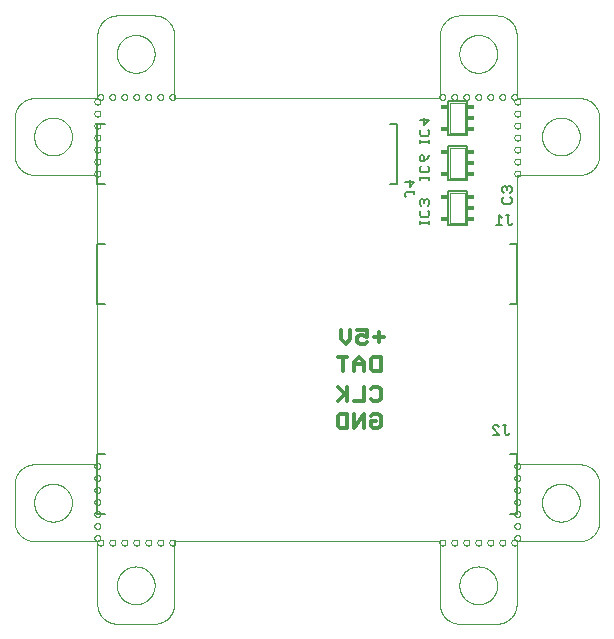
<source format=gbo>
G75*
%MOIN*%
%OFA0B0*%
%FSLAX25Y25*%
%IPPOS*%
%LPD*%
%AMOC8*
5,1,8,0,0,1.08239X$1,22.5*
%
%ADD10C,0.00800*%
%ADD11C,0.00000*%
%ADD12C,0.01200*%
%ADD13C,0.00039*%
%ADD14C,0.00500*%
%ADD15C,0.00295*%
%ADD16R,0.02953X0.01299*%
%ADD17C,0.00700*%
%ADD18C,0.00600*%
D10*
X0000000Y0010000D02*
X0000000Y0020000D01*
X0107400Y0106578D02*
X0107400Y0107646D01*
X0107400Y0107112D02*
X0110603Y0107112D01*
X0110603Y0106578D02*
X0110603Y0107646D01*
X0110069Y0109034D02*
X0107934Y0109034D01*
X0107400Y0109567D01*
X0107400Y0110635D01*
X0107934Y0111169D01*
X0107934Y0112717D02*
X0107400Y0113251D01*
X0107400Y0114318D01*
X0107934Y0114852D01*
X0108468Y0114852D01*
X0109001Y0114318D01*
X0109001Y0113784D01*
X0109001Y0114318D02*
X0109535Y0114852D01*
X0110069Y0114852D01*
X0110603Y0114318D01*
X0110603Y0113251D01*
X0110069Y0112717D01*
X0110069Y0111169D02*
X0110603Y0110635D01*
X0110603Y0109567D01*
X0110069Y0109034D01*
X0110603Y0121400D02*
X0110603Y0122468D01*
X0110603Y0121934D02*
X0107400Y0121934D01*
X0107400Y0121400D02*
X0107400Y0122468D01*
X0107934Y0123855D02*
X0107400Y0124389D01*
X0107400Y0125457D01*
X0107934Y0125991D01*
X0107934Y0127539D02*
X0107400Y0128072D01*
X0107400Y0129140D01*
X0107934Y0129674D01*
X0108468Y0129674D01*
X0109001Y0129140D01*
X0109001Y0127539D01*
X0107934Y0127539D01*
X0109001Y0127539D02*
X0110069Y0128606D01*
X0110603Y0129674D01*
X0110069Y0125991D02*
X0110603Y0125457D01*
X0110603Y0124389D01*
X0110069Y0123855D01*
X0107934Y0123855D01*
X0107400Y0133578D02*
X0107400Y0134646D01*
X0107400Y0134112D02*
X0110603Y0134112D01*
X0110603Y0133578D02*
X0110603Y0134646D01*
X0110069Y0136034D02*
X0107934Y0136034D01*
X0107400Y0136567D01*
X0107400Y0137635D01*
X0107934Y0138169D01*
X0109001Y0139717D02*
X0109001Y0141852D01*
X0107400Y0141318D02*
X0110603Y0141318D01*
X0109001Y0139717D01*
X0110069Y0138169D02*
X0110603Y0137635D01*
X0110603Y0136567D01*
X0110069Y0136034D01*
X0134900Y0118685D02*
X0134900Y0117617D01*
X0135434Y0117083D01*
X0136501Y0118151D02*
X0136501Y0118685D01*
X0135968Y0119218D01*
X0135434Y0119218D01*
X0134900Y0118685D01*
X0136501Y0118685D02*
X0137035Y0119218D01*
X0137569Y0119218D01*
X0138103Y0118685D01*
X0138103Y0117617D01*
X0137569Y0117083D01*
X0137569Y0115535D02*
X0138103Y0115001D01*
X0138103Y0113934D01*
X0137569Y0113400D01*
X0135434Y0113400D01*
X0134900Y0113934D01*
X0134900Y0115001D01*
X0135434Y0115535D01*
X0140000Y0020000D02*
X0140000Y0010000D01*
D11*
X0000000Y0000984D02*
X0000000Y-0019685D01*
X-0000006Y-0019846D01*
X-0000007Y-0020008D01*
X-0000004Y-0020169D01*
X0000002Y-0020330D01*
X0000013Y-0020491D01*
X0000027Y-0020651D01*
X0000045Y-0020811D01*
X0000068Y-0020971D01*
X0000094Y-0021130D01*
X0000124Y-0021288D01*
X0000157Y-0021446D01*
X0000195Y-0021603D01*
X0000237Y-0021758D01*
X0000282Y-0021913D01*
X0000331Y-0022067D01*
X0000384Y-0022219D01*
X0000440Y-0022370D01*
X0000500Y-0022520D01*
X0000564Y-0022668D01*
X0000631Y-0022814D01*
X0000702Y-0022959D01*
X0000777Y-0023102D01*
X0000855Y-0023243D01*
X0000936Y-0023382D01*
X0001021Y-0023519D01*
X0001109Y-0023654D01*
X0001200Y-0023787D01*
X0001295Y-0023917D01*
X0001392Y-0024046D01*
X0001493Y-0024171D01*
X0001597Y-0024295D01*
X0001704Y-0024415D01*
X0001814Y-0024534D01*
X0001926Y-0024649D01*
X0002041Y-0024761D01*
X0002160Y-0024871D01*
X0002280Y-0024978D01*
X0002404Y-0025082D01*
X0002529Y-0025183D01*
X0002658Y-0025280D01*
X0002788Y-0025375D01*
X0002921Y-0025466D01*
X0003056Y-0025554D01*
X0003193Y-0025639D01*
X0003332Y-0025720D01*
X0003473Y-0025798D01*
X0003616Y-0025873D01*
X0003761Y-0025944D01*
X0003907Y-0026011D01*
X0004055Y-0026075D01*
X0004205Y-0026135D01*
X0004356Y-0026191D01*
X0004508Y-0026244D01*
X0004662Y-0026293D01*
X0004817Y-0026338D01*
X0004972Y-0026380D01*
X0005129Y-0026418D01*
X0005287Y-0026451D01*
X0005445Y-0026481D01*
X0005604Y-0026507D01*
X0005764Y-0026530D01*
X0005924Y-0026548D01*
X0006084Y-0026562D01*
X0006245Y-0026573D01*
X0006406Y-0026579D01*
X0006567Y-0026582D01*
X0006729Y-0026581D01*
X0006890Y-0026575D01*
X0018701Y-0026575D01*
X0018700Y-0026575D02*
X0018861Y-0026581D01*
X0019023Y-0026582D01*
X0019184Y-0026579D01*
X0019345Y-0026573D01*
X0019506Y-0026562D01*
X0019666Y-0026548D01*
X0019826Y-0026530D01*
X0019986Y-0026507D01*
X0020145Y-0026481D01*
X0020303Y-0026451D01*
X0020461Y-0026418D01*
X0020618Y-0026380D01*
X0020773Y-0026338D01*
X0020928Y-0026293D01*
X0021082Y-0026244D01*
X0021234Y-0026191D01*
X0021385Y-0026135D01*
X0021535Y-0026075D01*
X0021683Y-0026011D01*
X0021829Y-0025944D01*
X0021974Y-0025873D01*
X0022117Y-0025798D01*
X0022258Y-0025720D01*
X0022397Y-0025639D01*
X0022534Y-0025554D01*
X0022669Y-0025466D01*
X0022802Y-0025375D01*
X0022932Y-0025280D01*
X0023061Y-0025183D01*
X0023186Y-0025082D01*
X0023310Y-0024978D01*
X0023430Y-0024871D01*
X0023549Y-0024761D01*
X0023664Y-0024649D01*
X0023776Y-0024534D01*
X0023886Y-0024415D01*
X0023993Y-0024295D01*
X0024097Y-0024171D01*
X0024198Y-0024046D01*
X0024295Y-0023917D01*
X0024390Y-0023787D01*
X0024481Y-0023654D01*
X0024569Y-0023519D01*
X0024654Y-0023382D01*
X0024735Y-0023243D01*
X0024813Y-0023102D01*
X0024888Y-0022959D01*
X0024959Y-0022814D01*
X0025026Y-0022668D01*
X0025090Y-0022520D01*
X0025150Y-0022370D01*
X0025206Y-0022219D01*
X0025259Y-0022067D01*
X0025308Y-0021913D01*
X0025353Y-0021758D01*
X0025395Y-0021603D01*
X0025433Y-0021446D01*
X0025466Y-0021288D01*
X0025496Y-0021130D01*
X0025522Y-0020971D01*
X0025545Y-0020811D01*
X0025563Y-0020651D01*
X0025577Y-0020491D01*
X0025588Y-0020330D01*
X0025594Y-0020169D01*
X0025597Y-0020008D01*
X0025596Y-0019846D01*
X0025590Y-0019685D01*
X0025591Y-0019685D02*
X0025591Y0000984D01*
X0114173Y0000984D01*
X0114173Y-0019685D01*
X0114167Y-0019846D01*
X0114166Y-0020008D01*
X0114169Y-0020169D01*
X0114175Y-0020330D01*
X0114186Y-0020491D01*
X0114200Y-0020651D01*
X0114218Y-0020811D01*
X0114241Y-0020971D01*
X0114267Y-0021130D01*
X0114297Y-0021288D01*
X0114330Y-0021446D01*
X0114368Y-0021603D01*
X0114410Y-0021758D01*
X0114455Y-0021913D01*
X0114504Y-0022067D01*
X0114557Y-0022219D01*
X0114613Y-0022370D01*
X0114673Y-0022520D01*
X0114737Y-0022668D01*
X0114804Y-0022814D01*
X0114875Y-0022959D01*
X0114950Y-0023102D01*
X0115028Y-0023243D01*
X0115109Y-0023382D01*
X0115194Y-0023519D01*
X0115282Y-0023654D01*
X0115373Y-0023787D01*
X0115468Y-0023917D01*
X0115565Y-0024046D01*
X0115666Y-0024171D01*
X0115770Y-0024295D01*
X0115877Y-0024415D01*
X0115987Y-0024534D01*
X0116099Y-0024649D01*
X0116214Y-0024761D01*
X0116333Y-0024871D01*
X0116453Y-0024978D01*
X0116577Y-0025082D01*
X0116702Y-0025183D01*
X0116831Y-0025280D01*
X0116961Y-0025375D01*
X0117094Y-0025466D01*
X0117229Y-0025554D01*
X0117366Y-0025639D01*
X0117505Y-0025720D01*
X0117646Y-0025798D01*
X0117789Y-0025873D01*
X0117934Y-0025944D01*
X0118080Y-0026011D01*
X0118228Y-0026075D01*
X0118378Y-0026135D01*
X0118529Y-0026191D01*
X0118681Y-0026244D01*
X0118835Y-0026293D01*
X0118990Y-0026338D01*
X0119145Y-0026380D01*
X0119302Y-0026418D01*
X0119460Y-0026451D01*
X0119618Y-0026481D01*
X0119777Y-0026507D01*
X0119937Y-0026530D01*
X0120097Y-0026548D01*
X0120257Y-0026562D01*
X0120418Y-0026573D01*
X0120579Y-0026579D01*
X0120740Y-0026582D01*
X0120902Y-0026581D01*
X0121063Y-0026575D01*
X0132874Y-0026575D01*
X0133035Y-0026581D01*
X0133197Y-0026582D01*
X0133358Y-0026579D01*
X0133519Y-0026573D01*
X0133680Y-0026562D01*
X0133840Y-0026548D01*
X0134000Y-0026530D01*
X0134160Y-0026507D01*
X0134319Y-0026481D01*
X0134477Y-0026451D01*
X0134635Y-0026418D01*
X0134792Y-0026380D01*
X0134947Y-0026338D01*
X0135102Y-0026293D01*
X0135256Y-0026244D01*
X0135408Y-0026191D01*
X0135559Y-0026135D01*
X0135709Y-0026075D01*
X0135857Y-0026011D01*
X0136003Y-0025944D01*
X0136148Y-0025873D01*
X0136291Y-0025798D01*
X0136432Y-0025720D01*
X0136571Y-0025639D01*
X0136708Y-0025554D01*
X0136843Y-0025466D01*
X0136976Y-0025375D01*
X0137106Y-0025280D01*
X0137235Y-0025183D01*
X0137360Y-0025082D01*
X0137484Y-0024978D01*
X0137604Y-0024871D01*
X0137723Y-0024761D01*
X0137838Y-0024649D01*
X0137950Y-0024534D01*
X0138060Y-0024415D01*
X0138167Y-0024295D01*
X0138271Y-0024171D01*
X0138372Y-0024046D01*
X0138469Y-0023917D01*
X0138564Y-0023787D01*
X0138655Y-0023654D01*
X0138743Y-0023519D01*
X0138828Y-0023382D01*
X0138909Y-0023243D01*
X0138987Y-0023102D01*
X0139062Y-0022959D01*
X0139133Y-0022814D01*
X0139200Y-0022668D01*
X0139264Y-0022520D01*
X0139324Y-0022370D01*
X0139380Y-0022219D01*
X0139433Y-0022067D01*
X0139482Y-0021913D01*
X0139527Y-0021758D01*
X0139569Y-0021603D01*
X0139607Y-0021446D01*
X0139640Y-0021288D01*
X0139670Y-0021130D01*
X0139696Y-0020971D01*
X0139719Y-0020811D01*
X0139737Y-0020651D01*
X0139751Y-0020491D01*
X0139762Y-0020330D01*
X0139768Y-0020169D01*
X0139771Y-0020008D01*
X0139770Y-0019846D01*
X0139764Y-0019685D01*
X0139764Y0000984D01*
X0160433Y0000984D01*
X0160594Y0000978D01*
X0160756Y0000977D01*
X0160917Y0000980D01*
X0161078Y0000986D01*
X0161239Y0000997D01*
X0161399Y0001011D01*
X0161559Y0001029D01*
X0161719Y0001052D01*
X0161878Y0001078D01*
X0162036Y0001108D01*
X0162194Y0001141D01*
X0162351Y0001179D01*
X0162506Y0001221D01*
X0162661Y0001266D01*
X0162815Y0001315D01*
X0162967Y0001368D01*
X0163118Y0001424D01*
X0163268Y0001484D01*
X0163416Y0001548D01*
X0163562Y0001615D01*
X0163707Y0001686D01*
X0163850Y0001761D01*
X0163991Y0001839D01*
X0164130Y0001920D01*
X0164267Y0002005D01*
X0164402Y0002093D01*
X0164535Y0002184D01*
X0164665Y0002279D01*
X0164794Y0002376D01*
X0164919Y0002477D01*
X0165043Y0002581D01*
X0165163Y0002688D01*
X0165282Y0002798D01*
X0165397Y0002910D01*
X0165509Y0003025D01*
X0165619Y0003144D01*
X0165726Y0003264D01*
X0165830Y0003388D01*
X0165931Y0003513D01*
X0166028Y0003642D01*
X0166123Y0003772D01*
X0166214Y0003905D01*
X0166302Y0004040D01*
X0166387Y0004177D01*
X0166468Y0004316D01*
X0166546Y0004457D01*
X0166621Y0004600D01*
X0166692Y0004745D01*
X0166759Y0004891D01*
X0166823Y0005039D01*
X0166883Y0005189D01*
X0166939Y0005340D01*
X0166992Y0005492D01*
X0167041Y0005646D01*
X0167086Y0005801D01*
X0167128Y0005956D01*
X0167166Y0006113D01*
X0167199Y0006271D01*
X0167229Y0006429D01*
X0167255Y0006588D01*
X0167278Y0006748D01*
X0167296Y0006908D01*
X0167310Y0007068D01*
X0167321Y0007229D01*
X0167327Y0007390D01*
X0167330Y0007551D01*
X0167329Y0007713D01*
X0167323Y0007874D01*
X0167323Y0019685D01*
X0167329Y0019846D01*
X0167330Y0020008D01*
X0167327Y0020169D01*
X0167321Y0020330D01*
X0167310Y0020491D01*
X0167296Y0020651D01*
X0167278Y0020811D01*
X0167255Y0020971D01*
X0167229Y0021130D01*
X0167199Y0021288D01*
X0167166Y0021446D01*
X0167128Y0021603D01*
X0167086Y0021758D01*
X0167041Y0021913D01*
X0166992Y0022067D01*
X0166939Y0022219D01*
X0166883Y0022370D01*
X0166823Y0022520D01*
X0166759Y0022668D01*
X0166692Y0022814D01*
X0166621Y0022959D01*
X0166546Y0023102D01*
X0166468Y0023243D01*
X0166387Y0023382D01*
X0166302Y0023519D01*
X0166214Y0023654D01*
X0166123Y0023787D01*
X0166028Y0023917D01*
X0165931Y0024046D01*
X0165830Y0024171D01*
X0165726Y0024295D01*
X0165619Y0024415D01*
X0165509Y0024534D01*
X0165397Y0024649D01*
X0165282Y0024761D01*
X0165163Y0024871D01*
X0165043Y0024978D01*
X0164919Y0025082D01*
X0164794Y0025183D01*
X0164665Y0025280D01*
X0164535Y0025375D01*
X0164402Y0025466D01*
X0164267Y0025554D01*
X0164130Y0025639D01*
X0163991Y0025720D01*
X0163850Y0025798D01*
X0163707Y0025873D01*
X0163562Y0025944D01*
X0163416Y0026011D01*
X0163268Y0026075D01*
X0163118Y0026135D01*
X0162967Y0026191D01*
X0162815Y0026244D01*
X0162661Y0026293D01*
X0162506Y0026338D01*
X0162351Y0026380D01*
X0162194Y0026418D01*
X0162036Y0026451D01*
X0161878Y0026481D01*
X0161719Y0026507D01*
X0161559Y0026530D01*
X0161399Y0026548D01*
X0161239Y0026562D01*
X0161078Y0026573D01*
X0160917Y0026579D01*
X0160756Y0026582D01*
X0160594Y0026581D01*
X0160433Y0026575D01*
X0140000Y0026575D01*
X0140000Y0123031D01*
X0160433Y0123031D01*
X0160433Y0123032D02*
X0160594Y0123026D01*
X0160756Y0123025D01*
X0160917Y0123028D01*
X0161078Y0123034D01*
X0161239Y0123045D01*
X0161399Y0123059D01*
X0161559Y0123077D01*
X0161719Y0123100D01*
X0161878Y0123126D01*
X0162036Y0123156D01*
X0162194Y0123189D01*
X0162351Y0123227D01*
X0162506Y0123269D01*
X0162661Y0123314D01*
X0162815Y0123363D01*
X0162967Y0123416D01*
X0163118Y0123472D01*
X0163268Y0123532D01*
X0163416Y0123596D01*
X0163562Y0123663D01*
X0163707Y0123734D01*
X0163850Y0123809D01*
X0163991Y0123887D01*
X0164130Y0123968D01*
X0164267Y0124053D01*
X0164402Y0124141D01*
X0164535Y0124232D01*
X0164665Y0124327D01*
X0164794Y0124424D01*
X0164919Y0124525D01*
X0165043Y0124629D01*
X0165163Y0124736D01*
X0165282Y0124846D01*
X0165397Y0124958D01*
X0165509Y0125073D01*
X0165619Y0125192D01*
X0165726Y0125312D01*
X0165830Y0125436D01*
X0165931Y0125561D01*
X0166028Y0125690D01*
X0166123Y0125820D01*
X0166214Y0125953D01*
X0166302Y0126088D01*
X0166387Y0126225D01*
X0166468Y0126364D01*
X0166546Y0126505D01*
X0166621Y0126648D01*
X0166692Y0126793D01*
X0166759Y0126939D01*
X0166823Y0127087D01*
X0166883Y0127237D01*
X0166939Y0127388D01*
X0166992Y0127540D01*
X0167041Y0127694D01*
X0167086Y0127849D01*
X0167128Y0128004D01*
X0167166Y0128161D01*
X0167199Y0128319D01*
X0167229Y0128477D01*
X0167255Y0128636D01*
X0167278Y0128796D01*
X0167296Y0128956D01*
X0167310Y0129116D01*
X0167321Y0129277D01*
X0167327Y0129438D01*
X0167330Y0129599D01*
X0167329Y0129761D01*
X0167323Y0129922D01*
X0167323Y0129921D02*
X0167323Y0141732D01*
X0167329Y0141893D01*
X0167330Y0142055D01*
X0167327Y0142216D01*
X0167321Y0142377D01*
X0167310Y0142538D01*
X0167296Y0142698D01*
X0167278Y0142858D01*
X0167255Y0143018D01*
X0167229Y0143177D01*
X0167199Y0143335D01*
X0167166Y0143493D01*
X0167128Y0143650D01*
X0167086Y0143805D01*
X0167041Y0143960D01*
X0166992Y0144114D01*
X0166939Y0144266D01*
X0166883Y0144417D01*
X0166823Y0144567D01*
X0166759Y0144715D01*
X0166692Y0144861D01*
X0166621Y0145006D01*
X0166546Y0145149D01*
X0166468Y0145290D01*
X0166387Y0145429D01*
X0166302Y0145566D01*
X0166214Y0145701D01*
X0166123Y0145834D01*
X0166028Y0145964D01*
X0165931Y0146093D01*
X0165830Y0146218D01*
X0165726Y0146342D01*
X0165619Y0146462D01*
X0165509Y0146581D01*
X0165397Y0146696D01*
X0165282Y0146808D01*
X0165163Y0146918D01*
X0165043Y0147025D01*
X0164919Y0147129D01*
X0164794Y0147230D01*
X0164665Y0147327D01*
X0164535Y0147422D01*
X0164402Y0147513D01*
X0164267Y0147601D01*
X0164130Y0147686D01*
X0163991Y0147767D01*
X0163850Y0147845D01*
X0163707Y0147920D01*
X0163562Y0147991D01*
X0163416Y0148058D01*
X0163268Y0148122D01*
X0163118Y0148182D01*
X0162967Y0148238D01*
X0162815Y0148291D01*
X0162661Y0148340D01*
X0162506Y0148385D01*
X0162351Y0148427D01*
X0162194Y0148465D01*
X0162036Y0148498D01*
X0161878Y0148528D01*
X0161719Y0148554D01*
X0161559Y0148577D01*
X0161399Y0148595D01*
X0161239Y0148609D01*
X0161078Y0148620D01*
X0160917Y0148626D01*
X0160756Y0148629D01*
X0160594Y0148628D01*
X0160433Y0148622D01*
X0139764Y0148622D01*
X0139764Y0169291D01*
X0139770Y0169452D01*
X0139771Y0169614D01*
X0139768Y0169775D01*
X0139762Y0169936D01*
X0139751Y0170097D01*
X0139737Y0170257D01*
X0139719Y0170417D01*
X0139696Y0170577D01*
X0139670Y0170736D01*
X0139640Y0170894D01*
X0139607Y0171052D01*
X0139569Y0171209D01*
X0139527Y0171364D01*
X0139482Y0171519D01*
X0139433Y0171673D01*
X0139380Y0171825D01*
X0139324Y0171976D01*
X0139264Y0172126D01*
X0139200Y0172274D01*
X0139133Y0172420D01*
X0139062Y0172565D01*
X0138987Y0172708D01*
X0138909Y0172849D01*
X0138828Y0172988D01*
X0138743Y0173125D01*
X0138655Y0173260D01*
X0138564Y0173393D01*
X0138469Y0173523D01*
X0138372Y0173652D01*
X0138271Y0173777D01*
X0138167Y0173901D01*
X0138060Y0174021D01*
X0137950Y0174140D01*
X0137838Y0174255D01*
X0137723Y0174367D01*
X0137604Y0174477D01*
X0137484Y0174584D01*
X0137360Y0174688D01*
X0137235Y0174789D01*
X0137106Y0174886D01*
X0136976Y0174981D01*
X0136843Y0175072D01*
X0136708Y0175160D01*
X0136571Y0175245D01*
X0136432Y0175326D01*
X0136291Y0175404D01*
X0136148Y0175479D01*
X0136003Y0175550D01*
X0135857Y0175617D01*
X0135709Y0175681D01*
X0135559Y0175741D01*
X0135408Y0175797D01*
X0135256Y0175850D01*
X0135102Y0175899D01*
X0134947Y0175944D01*
X0134792Y0175986D01*
X0134635Y0176024D01*
X0134477Y0176057D01*
X0134319Y0176087D01*
X0134160Y0176113D01*
X0134000Y0176136D01*
X0133840Y0176154D01*
X0133680Y0176168D01*
X0133519Y0176179D01*
X0133358Y0176185D01*
X0133197Y0176188D01*
X0133035Y0176187D01*
X0132874Y0176181D01*
X0121260Y0176181D01*
X0121097Y0176189D01*
X0120933Y0176193D01*
X0120770Y0176192D01*
X0120606Y0176188D01*
X0120443Y0176180D01*
X0120280Y0176167D01*
X0120117Y0176151D01*
X0119955Y0176131D01*
X0119793Y0176107D01*
X0119632Y0176079D01*
X0119472Y0176046D01*
X0119313Y0176011D01*
X0119154Y0175971D01*
X0118996Y0175927D01*
X0118840Y0175879D01*
X0118685Y0175828D01*
X0118531Y0175773D01*
X0118378Y0175714D01*
X0118227Y0175651D01*
X0118078Y0175585D01*
X0117930Y0175515D01*
X0117784Y0175442D01*
X0117640Y0175365D01*
X0117497Y0175284D01*
X0117357Y0175200D01*
X0117219Y0175113D01*
X0117083Y0175022D01*
X0116949Y0174928D01*
X0116818Y0174831D01*
X0116689Y0174731D01*
X0116562Y0174627D01*
X0116438Y0174520D01*
X0116317Y0174411D01*
X0116198Y0174298D01*
X0116082Y0174183D01*
X0115969Y0174065D01*
X0115859Y0173944D01*
X0115752Y0173820D01*
X0115648Y0173694D01*
X0115547Y0173565D01*
X0115449Y0173434D01*
X0115355Y0173301D01*
X0115264Y0173165D01*
X0115176Y0173027D01*
X0115091Y0172887D01*
X0115010Y0172745D01*
X0114933Y0172601D01*
X0114859Y0172456D01*
X0114788Y0172308D01*
X0114721Y0172159D01*
X0114658Y0172008D01*
X0114599Y0171856D01*
X0114543Y0171702D01*
X0114491Y0171547D01*
X0114443Y0171391D01*
X0114399Y0171233D01*
X0114358Y0171075D01*
X0114322Y0170916D01*
X0114289Y0170755D01*
X0114260Y0170594D01*
X0114236Y0170433D01*
X0114215Y0170271D01*
X0114198Y0170108D01*
X0114185Y0169945D01*
X0114176Y0169782D01*
X0114171Y0169618D01*
X0114170Y0169455D01*
X0114173Y0169291D01*
X0114173Y0148622D01*
X0025591Y0148622D01*
X0025591Y0169291D01*
X0025590Y0169291D02*
X0025596Y0169452D01*
X0025597Y0169614D01*
X0025594Y0169775D01*
X0025588Y0169936D01*
X0025577Y0170097D01*
X0025563Y0170257D01*
X0025545Y0170417D01*
X0025522Y0170577D01*
X0025496Y0170736D01*
X0025466Y0170894D01*
X0025433Y0171052D01*
X0025395Y0171209D01*
X0025353Y0171364D01*
X0025308Y0171519D01*
X0025259Y0171673D01*
X0025206Y0171825D01*
X0025150Y0171976D01*
X0025090Y0172126D01*
X0025026Y0172274D01*
X0024959Y0172420D01*
X0024888Y0172565D01*
X0024813Y0172708D01*
X0024735Y0172849D01*
X0024654Y0172988D01*
X0024569Y0173125D01*
X0024481Y0173260D01*
X0024390Y0173393D01*
X0024295Y0173523D01*
X0024198Y0173652D01*
X0024097Y0173777D01*
X0023993Y0173901D01*
X0023886Y0174021D01*
X0023776Y0174140D01*
X0023664Y0174255D01*
X0023549Y0174367D01*
X0023430Y0174477D01*
X0023310Y0174584D01*
X0023186Y0174688D01*
X0023061Y0174789D01*
X0022932Y0174886D01*
X0022802Y0174981D01*
X0022669Y0175072D01*
X0022534Y0175160D01*
X0022397Y0175245D01*
X0022258Y0175326D01*
X0022117Y0175404D01*
X0021974Y0175479D01*
X0021829Y0175550D01*
X0021683Y0175617D01*
X0021535Y0175681D01*
X0021385Y0175741D01*
X0021234Y0175797D01*
X0021082Y0175850D01*
X0020928Y0175899D01*
X0020773Y0175944D01*
X0020618Y0175986D01*
X0020461Y0176024D01*
X0020303Y0176057D01*
X0020145Y0176087D01*
X0019986Y0176113D01*
X0019826Y0176136D01*
X0019666Y0176154D01*
X0019506Y0176168D01*
X0019345Y0176179D01*
X0019184Y0176185D01*
X0019023Y0176188D01*
X0018861Y0176187D01*
X0018700Y0176181D01*
X0018701Y0176181D02*
X0007087Y0176181D01*
X0006924Y0176189D01*
X0006760Y0176193D01*
X0006597Y0176192D01*
X0006433Y0176188D01*
X0006270Y0176180D01*
X0006107Y0176167D01*
X0005944Y0176151D01*
X0005782Y0176131D01*
X0005620Y0176107D01*
X0005459Y0176079D01*
X0005299Y0176046D01*
X0005140Y0176011D01*
X0004981Y0175971D01*
X0004823Y0175927D01*
X0004667Y0175879D01*
X0004512Y0175828D01*
X0004358Y0175773D01*
X0004205Y0175714D01*
X0004054Y0175651D01*
X0003905Y0175585D01*
X0003757Y0175515D01*
X0003611Y0175442D01*
X0003467Y0175365D01*
X0003324Y0175284D01*
X0003184Y0175200D01*
X0003046Y0175113D01*
X0002910Y0175022D01*
X0002776Y0174928D01*
X0002645Y0174831D01*
X0002516Y0174731D01*
X0002389Y0174627D01*
X0002265Y0174520D01*
X0002144Y0174411D01*
X0002025Y0174298D01*
X0001909Y0174183D01*
X0001796Y0174065D01*
X0001686Y0173944D01*
X0001579Y0173820D01*
X0001475Y0173694D01*
X0001374Y0173565D01*
X0001276Y0173434D01*
X0001182Y0173301D01*
X0001091Y0173165D01*
X0001003Y0173027D01*
X0000918Y0172887D01*
X0000837Y0172745D01*
X0000760Y0172601D01*
X0000686Y0172456D01*
X0000615Y0172308D01*
X0000548Y0172159D01*
X0000485Y0172008D01*
X0000426Y0171856D01*
X0000370Y0171702D01*
X0000318Y0171547D01*
X0000270Y0171391D01*
X0000226Y0171233D01*
X0000185Y0171075D01*
X0000149Y0170916D01*
X0000116Y0170755D01*
X0000087Y0170594D01*
X0000063Y0170433D01*
X0000042Y0170271D01*
X0000025Y0170108D01*
X0000012Y0169945D01*
X0000003Y0169782D01*
X-0000002Y0169618D01*
X-0000003Y0169455D01*
X0000000Y0169291D01*
X0000000Y0148622D01*
X-0020472Y0148622D01*
X-0020473Y0148622D02*
X-0020636Y0148630D01*
X-0020800Y0148634D01*
X-0020963Y0148633D01*
X-0021127Y0148629D01*
X-0021290Y0148621D01*
X-0021453Y0148608D01*
X-0021616Y0148592D01*
X-0021778Y0148572D01*
X-0021940Y0148548D01*
X-0022101Y0148520D01*
X-0022261Y0148487D01*
X-0022420Y0148452D01*
X-0022579Y0148412D01*
X-0022737Y0148368D01*
X-0022893Y0148320D01*
X-0023048Y0148269D01*
X-0023202Y0148214D01*
X-0023355Y0148155D01*
X-0023506Y0148092D01*
X-0023655Y0148026D01*
X-0023803Y0147956D01*
X-0023949Y0147883D01*
X-0024093Y0147806D01*
X-0024236Y0147725D01*
X-0024376Y0147641D01*
X-0024514Y0147554D01*
X-0024650Y0147463D01*
X-0024784Y0147369D01*
X-0024915Y0147272D01*
X-0025044Y0147172D01*
X-0025171Y0147068D01*
X-0025295Y0146961D01*
X-0025416Y0146852D01*
X-0025535Y0146739D01*
X-0025651Y0146624D01*
X-0025764Y0146506D01*
X-0025874Y0146385D01*
X-0025981Y0146261D01*
X-0026085Y0146135D01*
X-0026186Y0146006D01*
X-0026284Y0145875D01*
X-0026378Y0145742D01*
X-0026469Y0145606D01*
X-0026557Y0145468D01*
X-0026642Y0145328D01*
X-0026723Y0145186D01*
X-0026800Y0145042D01*
X-0026874Y0144897D01*
X-0026945Y0144749D01*
X-0027012Y0144600D01*
X-0027075Y0144449D01*
X-0027134Y0144297D01*
X-0027190Y0144143D01*
X-0027242Y0143988D01*
X-0027290Y0143832D01*
X-0027334Y0143674D01*
X-0027375Y0143516D01*
X-0027411Y0143357D01*
X-0027444Y0143196D01*
X-0027473Y0143035D01*
X-0027497Y0142874D01*
X-0027518Y0142712D01*
X-0027535Y0142549D01*
X-0027548Y0142386D01*
X-0027557Y0142223D01*
X-0027562Y0142059D01*
X-0027563Y0141896D01*
X-0027560Y0141732D01*
X-0027559Y0141732D02*
X-0027559Y0129921D01*
X-0027559Y0129922D02*
X-0027565Y0129761D01*
X-0027566Y0129599D01*
X-0027563Y0129438D01*
X-0027557Y0129277D01*
X-0027546Y0129116D01*
X-0027532Y0128956D01*
X-0027514Y0128796D01*
X-0027491Y0128636D01*
X-0027465Y0128477D01*
X-0027435Y0128319D01*
X-0027402Y0128161D01*
X-0027364Y0128004D01*
X-0027322Y0127849D01*
X-0027277Y0127694D01*
X-0027228Y0127540D01*
X-0027175Y0127388D01*
X-0027119Y0127237D01*
X-0027059Y0127087D01*
X-0026995Y0126939D01*
X-0026928Y0126793D01*
X-0026857Y0126648D01*
X-0026782Y0126505D01*
X-0026704Y0126364D01*
X-0026623Y0126225D01*
X-0026538Y0126088D01*
X-0026450Y0125953D01*
X-0026359Y0125820D01*
X-0026264Y0125690D01*
X-0026167Y0125561D01*
X-0026066Y0125436D01*
X-0025962Y0125312D01*
X-0025855Y0125192D01*
X-0025745Y0125073D01*
X-0025633Y0124958D01*
X-0025518Y0124846D01*
X-0025399Y0124736D01*
X-0025279Y0124629D01*
X-0025155Y0124525D01*
X-0025030Y0124424D01*
X-0024901Y0124327D01*
X-0024771Y0124232D01*
X-0024638Y0124141D01*
X-0024503Y0124053D01*
X-0024366Y0123968D01*
X-0024227Y0123887D01*
X-0024086Y0123809D01*
X-0023943Y0123734D01*
X-0023798Y0123663D01*
X-0023652Y0123596D01*
X-0023504Y0123532D01*
X-0023354Y0123472D01*
X-0023203Y0123416D01*
X-0023051Y0123363D01*
X-0022897Y0123314D01*
X-0022742Y0123269D01*
X-0022587Y0123227D01*
X-0022430Y0123189D01*
X-0022272Y0123156D01*
X-0022114Y0123126D01*
X-0021955Y0123100D01*
X-0021795Y0123077D01*
X-0021635Y0123059D01*
X-0021475Y0123045D01*
X-0021314Y0123034D01*
X-0021153Y0123028D01*
X-0020992Y0123025D01*
X-0020830Y0123026D01*
X-0020669Y0123032D01*
X-0020669Y0123031D02*
X0000000Y0123031D01*
X0000000Y0026575D01*
X-0020472Y0026575D01*
X-0020473Y0026575D02*
X-0020636Y0026583D01*
X-0020800Y0026587D01*
X-0020963Y0026586D01*
X-0021127Y0026582D01*
X-0021290Y0026574D01*
X-0021453Y0026561D01*
X-0021616Y0026545D01*
X-0021778Y0026525D01*
X-0021940Y0026501D01*
X-0022101Y0026473D01*
X-0022261Y0026440D01*
X-0022420Y0026405D01*
X-0022579Y0026365D01*
X-0022737Y0026321D01*
X-0022893Y0026273D01*
X-0023048Y0026222D01*
X-0023202Y0026167D01*
X-0023355Y0026108D01*
X-0023506Y0026045D01*
X-0023655Y0025979D01*
X-0023803Y0025909D01*
X-0023949Y0025836D01*
X-0024093Y0025759D01*
X-0024236Y0025678D01*
X-0024376Y0025594D01*
X-0024514Y0025507D01*
X-0024650Y0025416D01*
X-0024784Y0025322D01*
X-0024915Y0025225D01*
X-0025044Y0025125D01*
X-0025171Y0025021D01*
X-0025295Y0024914D01*
X-0025416Y0024805D01*
X-0025535Y0024692D01*
X-0025651Y0024577D01*
X-0025764Y0024459D01*
X-0025874Y0024338D01*
X-0025981Y0024214D01*
X-0026085Y0024088D01*
X-0026186Y0023959D01*
X-0026284Y0023828D01*
X-0026378Y0023695D01*
X-0026469Y0023559D01*
X-0026557Y0023421D01*
X-0026642Y0023281D01*
X-0026723Y0023139D01*
X-0026800Y0022995D01*
X-0026874Y0022850D01*
X-0026945Y0022702D01*
X-0027012Y0022553D01*
X-0027075Y0022402D01*
X-0027134Y0022250D01*
X-0027190Y0022096D01*
X-0027242Y0021941D01*
X-0027290Y0021785D01*
X-0027334Y0021627D01*
X-0027375Y0021469D01*
X-0027411Y0021310D01*
X-0027444Y0021149D01*
X-0027473Y0020988D01*
X-0027497Y0020827D01*
X-0027518Y0020665D01*
X-0027535Y0020502D01*
X-0027548Y0020339D01*
X-0027557Y0020176D01*
X-0027562Y0020012D01*
X-0027563Y0019849D01*
X-0027560Y0019685D01*
X-0027559Y0019685D02*
X-0027559Y0007874D01*
X-0027565Y0007713D01*
X-0027566Y0007551D01*
X-0027563Y0007390D01*
X-0027557Y0007229D01*
X-0027546Y0007068D01*
X-0027532Y0006908D01*
X-0027514Y0006748D01*
X-0027491Y0006588D01*
X-0027465Y0006429D01*
X-0027435Y0006271D01*
X-0027402Y0006113D01*
X-0027364Y0005956D01*
X-0027322Y0005801D01*
X-0027277Y0005646D01*
X-0027228Y0005492D01*
X-0027175Y0005340D01*
X-0027119Y0005189D01*
X-0027059Y0005039D01*
X-0026995Y0004891D01*
X-0026928Y0004745D01*
X-0026857Y0004600D01*
X-0026782Y0004457D01*
X-0026704Y0004316D01*
X-0026623Y0004177D01*
X-0026538Y0004040D01*
X-0026450Y0003905D01*
X-0026359Y0003772D01*
X-0026264Y0003642D01*
X-0026167Y0003513D01*
X-0026066Y0003388D01*
X-0025962Y0003264D01*
X-0025855Y0003144D01*
X-0025745Y0003025D01*
X-0025633Y0002910D01*
X-0025518Y0002798D01*
X-0025399Y0002688D01*
X-0025279Y0002581D01*
X-0025155Y0002477D01*
X-0025030Y0002376D01*
X-0024901Y0002279D01*
X-0024771Y0002184D01*
X-0024638Y0002093D01*
X-0024503Y0002005D01*
X-0024366Y0001920D01*
X-0024227Y0001839D01*
X-0024086Y0001761D01*
X-0023943Y0001686D01*
X-0023798Y0001615D01*
X-0023652Y0001548D01*
X-0023504Y0001484D01*
X-0023354Y0001424D01*
X-0023203Y0001368D01*
X-0023051Y0001315D01*
X-0022897Y0001266D01*
X-0022742Y0001221D01*
X-0022587Y0001179D01*
X-0022430Y0001141D01*
X-0022272Y0001108D01*
X-0022114Y0001078D01*
X-0021955Y0001052D01*
X-0021795Y0001029D01*
X-0021635Y0001011D01*
X-0021475Y0000997D01*
X-0021314Y0000986D01*
X-0021153Y0000980D01*
X-0020992Y0000977D01*
X-0020830Y0000978D01*
X-0020669Y0000984D01*
X0000000Y0000984D01*
X-0001000Y0002000D02*
X-0000998Y0002063D01*
X-0000992Y0002125D01*
X-0000982Y0002187D01*
X-0000969Y0002249D01*
X-0000951Y0002309D01*
X-0000930Y0002368D01*
X-0000905Y0002426D01*
X-0000876Y0002482D01*
X-0000844Y0002536D01*
X-0000809Y0002588D01*
X-0000771Y0002637D01*
X-0000729Y0002685D01*
X-0000685Y0002729D01*
X-0000637Y0002771D01*
X-0000588Y0002809D01*
X-0000536Y0002844D01*
X-0000482Y0002876D01*
X-0000426Y0002905D01*
X-0000368Y0002930D01*
X-0000309Y0002951D01*
X-0000249Y0002969D01*
X-0000187Y0002982D01*
X-0000125Y0002992D01*
X-0000063Y0002998D01*
X0000000Y0003000D01*
X0000063Y0002998D01*
X0000125Y0002992D01*
X0000187Y0002982D01*
X0000249Y0002969D01*
X0000309Y0002951D01*
X0000368Y0002930D01*
X0000426Y0002905D01*
X0000482Y0002876D01*
X0000536Y0002844D01*
X0000588Y0002809D01*
X0000637Y0002771D01*
X0000685Y0002729D01*
X0000729Y0002685D01*
X0000771Y0002637D01*
X0000809Y0002588D01*
X0000844Y0002536D01*
X0000876Y0002482D01*
X0000905Y0002426D01*
X0000930Y0002368D01*
X0000951Y0002309D01*
X0000969Y0002249D01*
X0000982Y0002187D01*
X0000992Y0002125D01*
X0000998Y0002063D01*
X0001000Y0002000D01*
X0000998Y0001937D01*
X0000992Y0001875D01*
X0000982Y0001813D01*
X0000969Y0001751D01*
X0000951Y0001691D01*
X0000930Y0001632D01*
X0000905Y0001574D01*
X0000876Y0001518D01*
X0000844Y0001464D01*
X0000809Y0001412D01*
X0000771Y0001363D01*
X0000729Y0001315D01*
X0000685Y0001271D01*
X0000637Y0001229D01*
X0000588Y0001191D01*
X0000536Y0001156D01*
X0000482Y0001124D01*
X0000426Y0001095D01*
X0000368Y0001070D01*
X0000309Y0001049D01*
X0000249Y0001031D01*
X0000187Y0001018D01*
X0000125Y0001008D01*
X0000063Y0001002D01*
X0000000Y0001000D01*
X-0000063Y0001002D01*
X-0000125Y0001008D01*
X-0000187Y0001018D01*
X-0000249Y0001031D01*
X-0000309Y0001049D01*
X-0000368Y0001070D01*
X-0000426Y0001095D01*
X-0000482Y0001124D01*
X-0000536Y0001156D01*
X-0000588Y0001191D01*
X-0000637Y0001229D01*
X-0000685Y0001271D01*
X-0000729Y0001315D01*
X-0000771Y0001363D01*
X-0000809Y0001412D01*
X-0000844Y0001464D01*
X-0000876Y0001518D01*
X-0000905Y0001574D01*
X-0000930Y0001632D01*
X-0000951Y0001691D01*
X-0000969Y0001751D01*
X-0000982Y0001813D01*
X-0000992Y0001875D01*
X-0000998Y0001937D01*
X-0001000Y0002000D01*
X0000000Y0000500D02*
X0000002Y0000563D01*
X0000008Y0000625D01*
X0000018Y0000687D01*
X0000031Y0000749D01*
X0000049Y0000809D01*
X0000070Y0000868D01*
X0000095Y0000926D01*
X0000124Y0000982D01*
X0000156Y0001036D01*
X0000191Y0001088D01*
X0000229Y0001137D01*
X0000271Y0001185D01*
X0000315Y0001229D01*
X0000363Y0001271D01*
X0000412Y0001309D01*
X0000464Y0001344D01*
X0000518Y0001376D01*
X0000574Y0001405D01*
X0000632Y0001430D01*
X0000691Y0001451D01*
X0000751Y0001469D01*
X0000813Y0001482D01*
X0000875Y0001492D01*
X0000937Y0001498D01*
X0001000Y0001500D01*
X0001063Y0001498D01*
X0001125Y0001492D01*
X0001187Y0001482D01*
X0001249Y0001469D01*
X0001309Y0001451D01*
X0001368Y0001430D01*
X0001426Y0001405D01*
X0001482Y0001376D01*
X0001536Y0001344D01*
X0001588Y0001309D01*
X0001637Y0001271D01*
X0001685Y0001229D01*
X0001729Y0001185D01*
X0001771Y0001137D01*
X0001809Y0001088D01*
X0001844Y0001036D01*
X0001876Y0000982D01*
X0001905Y0000926D01*
X0001930Y0000868D01*
X0001951Y0000809D01*
X0001969Y0000749D01*
X0001982Y0000687D01*
X0001992Y0000625D01*
X0001998Y0000563D01*
X0002000Y0000500D01*
X0001998Y0000437D01*
X0001992Y0000375D01*
X0001982Y0000313D01*
X0001969Y0000251D01*
X0001951Y0000191D01*
X0001930Y0000132D01*
X0001905Y0000074D01*
X0001876Y0000018D01*
X0001844Y-0000036D01*
X0001809Y-0000088D01*
X0001771Y-0000137D01*
X0001729Y-0000185D01*
X0001685Y-0000229D01*
X0001637Y-0000271D01*
X0001588Y-0000309D01*
X0001536Y-0000344D01*
X0001482Y-0000376D01*
X0001426Y-0000405D01*
X0001368Y-0000430D01*
X0001309Y-0000451D01*
X0001249Y-0000469D01*
X0001187Y-0000482D01*
X0001125Y-0000492D01*
X0001063Y-0000498D01*
X0001000Y-0000500D01*
X0000937Y-0000498D01*
X0000875Y-0000492D01*
X0000813Y-0000482D01*
X0000751Y-0000469D01*
X0000691Y-0000451D01*
X0000632Y-0000430D01*
X0000574Y-0000405D01*
X0000518Y-0000376D01*
X0000464Y-0000344D01*
X0000412Y-0000309D01*
X0000363Y-0000271D01*
X0000315Y-0000229D01*
X0000271Y-0000185D01*
X0000229Y-0000137D01*
X0000191Y-0000088D01*
X0000156Y-0000036D01*
X0000124Y0000018D01*
X0000095Y0000074D01*
X0000070Y0000132D01*
X0000049Y0000191D01*
X0000031Y0000251D01*
X0000018Y0000313D01*
X0000008Y0000375D01*
X0000002Y0000437D01*
X0000000Y0000500D01*
X0004000Y0000500D02*
X0004002Y0000563D01*
X0004008Y0000625D01*
X0004018Y0000687D01*
X0004031Y0000749D01*
X0004049Y0000809D01*
X0004070Y0000868D01*
X0004095Y0000926D01*
X0004124Y0000982D01*
X0004156Y0001036D01*
X0004191Y0001088D01*
X0004229Y0001137D01*
X0004271Y0001185D01*
X0004315Y0001229D01*
X0004363Y0001271D01*
X0004412Y0001309D01*
X0004464Y0001344D01*
X0004518Y0001376D01*
X0004574Y0001405D01*
X0004632Y0001430D01*
X0004691Y0001451D01*
X0004751Y0001469D01*
X0004813Y0001482D01*
X0004875Y0001492D01*
X0004937Y0001498D01*
X0005000Y0001500D01*
X0005063Y0001498D01*
X0005125Y0001492D01*
X0005187Y0001482D01*
X0005249Y0001469D01*
X0005309Y0001451D01*
X0005368Y0001430D01*
X0005426Y0001405D01*
X0005482Y0001376D01*
X0005536Y0001344D01*
X0005588Y0001309D01*
X0005637Y0001271D01*
X0005685Y0001229D01*
X0005729Y0001185D01*
X0005771Y0001137D01*
X0005809Y0001088D01*
X0005844Y0001036D01*
X0005876Y0000982D01*
X0005905Y0000926D01*
X0005930Y0000868D01*
X0005951Y0000809D01*
X0005969Y0000749D01*
X0005982Y0000687D01*
X0005992Y0000625D01*
X0005998Y0000563D01*
X0006000Y0000500D01*
X0005998Y0000437D01*
X0005992Y0000375D01*
X0005982Y0000313D01*
X0005969Y0000251D01*
X0005951Y0000191D01*
X0005930Y0000132D01*
X0005905Y0000074D01*
X0005876Y0000018D01*
X0005844Y-0000036D01*
X0005809Y-0000088D01*
X0005771Y-0000137D01*
X0005729Y-0000185D01*
X0005685Y-0000229D01*
X0005637Y-0000271D01*
X0005588Y-0000309D01*
X0005536Y-0000344D01*
X0005482Y-0000376D01*
X0005426Y-0000405D01*
X0005368Y-0000430D01*
X0005309Y-0000451D01*
X0005249Y-0000469D01*
X0005187Y-0000482D01*
X0005125Y-0000492D01*
X0005063Y-0000498D01*
X0005000Y-0000500D01*
X0004937Y-0000498D01*
X0004875Y-0000492D01*
X0004813Y-0000482D01*
X0004751Y-0000469D01*
X0004691Y-0000451D01*
X0004632Y-0000430D01*
X0004574Y-0000405D01*
X0004518Y-0000376D01*
X0004464Y-0000344D01*
X0004412Y-0000309D01*
X0004363Y-0000271D01*
X0004315Y-0000229D01*
X0004271Y-0000185D01*
X0004229Y-0000137D01*
X0004191Y-0000088D01*
X0004156Y-0000036D01*
X0004124Y0000018D01*
X0004095Y0000074D01*
X0004070Y0000132D01*
X0004049Y0000191D01*
X0004031Y0000251D01*
X0004018Y0000313D01*
X0004008Y0000375D01*
X0004002Y0000437D01*
X0004000Y0000500D01*
X0008000Y0000500D02*
X0008002Y0000563D01*
X0008008Y0000625D01*
X0008018Y0000687D01*
X0008031Y0000749D01*
X0008049Y0000809D01*
X0008070Y0000868D01*
X0008095Y0000926D01*
X0008124Y0000982D01*
X0008156Y0001036D01*
X0008191Y0001088D01*
X0008229Y0001137D01*
X0008271Y0001185D01*
X0008315Y0001229D01*
X0008363Y0001271D01*
X0008412Y0001309D01*
X0008464Y0001344D01*
X0008518Y0001376D01*
X0008574Y0001405D01*
X0008632Y0001430D01*
X0008691Y0001451D01*
X0008751Y0001469D01*
X0008813Y0001482D01*
X0008875Y0001492D01*
X0008937Y0001498D01*
X0009000Y0001500D01*
X0009063Y0001498D01*
X0009125Y0001492D01*
X0009187Y0001482D01*
X0009249Y0001469D01*
X0009309Y0001451D01*
X0009368Y0001430D01*
X0009426Y0001405D01*
X0009482Y0001376D01*
X0009536Y0001344D01*
X0009588Y0001309D01*
X0009637Y0001271D01*
X0009685Y0001229D01*
X0009729Y0001185D01*
X0009771Y0001137D01*
X0009809Y0001088D01*
X0009844Y0001036D01*
X0009876Y0000982D01*
X0009905Y0000926D01*
X0009930Y0000868D01*
X0009951Y0000809D01*
X0009969Y0000749D01*
X0009982Y0000687D01*
X0009992Y0000625D01*
X0009998Y0000563D01*
X0010000Y0000500D01*
X0009998Y0000437D01*
X0009992Y0000375D01*
X0009982Y0000313D01*
X0009969Y0000251D01*
X0009951Y0000191D01*
X0009930Y0000132D01*
X0009905Y0000074D01*
X0009876Y0000018D01*
X0009844Y-0000036D01*
X0009809Y-0000088D01*
X0009771Y-0000137D01*
X0009729Y-0000185D01*
X0009685Y-0000229D01*
X0009637Y-0000271D01*
X0009588Y-0000309D01*
X0009536Y-0000344D01*
X0009482Y-0000376D01*
X0009426Y-0000405D01*
X0009368Y-0000430D01*
X0009309Y-0000451D01*
X0009249Y-0000469D01*
X0009187Y-0000482D01*
X0009125Y-0000492D01*
X0009063Y-0000498D01*
X0009000Y-0000500D01*
X0008937Y-0000498D01*
X0008875Y-0000492D01*
X0008813Y-0000482D01*
X0008751Y-0000469D01*
X0008691Y-0000451D01*
X0008632Y-0000430D01*
X0008574Y-0000405D01*
X0008518Y-0000376D01*
X0008464Y-0000344D01*
X0008412Y-0000309D01*
X0008363Y-0000271D01*
X0008315Y-0000229D01*
X0008271Y-0000185D01*
X0008229Y-0000137D01*
X0008191Y-0000088D01*
X0008156Y-0000036D01*
X0008124Y0000018D01*
X0008095Y0000074D01*
X0008070Y0000132D01*
X0008049Y0000191D01*
X0008031Y0000251D01*
X0008018Y0000313D01*
X0008008Y0000375D01*
X0008002Y0000437D01*
X0008000Y0000500D01*
X0012000Y0000500D02*
X0012002Y0000563D01*
X0012008Y0000625D01*
X0012018Y0000687D01*
X0012031Y0000749D01*
X0012049Y0000809D01*
X0012070Y0000868D01*
X0012095Y0000926D01*
X0012124Y0000982D01*
X0012156Y0001036D01*
X0012191Y0001088D01*
X0012229Y0001137D01*
X0012271Y0001185D01*
X0012315Y0001229D01*
X0012363Y0001271D01*
X0012412Y0001309D01*
X0012464Y0001344D01*
X0012518Y0001376D01*
X0012574Y0001405D01*
X0012632Y0001430D01*
X0012691Y0001451D01*
X0012751Y0001469D01*
X0012813Y0001482D01*
X0012875Y0001492D01*
X0012937Y0001498D01*
X0013000Y0001500D01*
X0013063Y0001498D01*
X0013125Y0001492D01*
X0013187Y0001482D01*
X0013249Y0001469D01*
X0013309Y0001451D01*
X0013368Y0001430D01*
X0013426Y0001405D01*
X0013482Y0001376D01*
X0013536Y0001344D01*
X0013588Y0001309D01*
X0013637Y0001271D01*
X0013685Y0001229D01*
X0013729Y0001185D01*
X0013771Y0001137D01*
X0013809Y0001088D01*
X0013844Y0001036D01*
X0013876Y0000982D01*
X0013905Y0000926D01*
X0013930Y0000868D01*
X0013951Y0000809D01*
X0013969Y0000749D01*
X0013982Y0000687D01*
X0013992Y0000625D01*
X0013998Y0000563D01*
X0014000Y0000500D01*
X0013998Y0000437D01*
X0013992Y0000375D01*
X0013982Y0000313D01*
X0013969Y0000251D01*
X0013951Y0000191D01*
X0013930Y0000132D01*
X0013905Y0000074D01*
X0013876Y0000018D01*
X0013844Y-0000036D01*
X0013809Y-0000088D01*
X0013771Y-0000137D01*
X0013729Y-0000185D01*
X0013685Y-0000229D01*
X0013637Y-0000271D01*
X0013588Y-0000309D01*
X0013536Y-0000344D01*
X0013482Y-0000376D01*
X0013426Y-0000405D01*
X0013368Y-0000430D01*
X0013309Y-0000451D01*
X0013249Y-0000469D01*
X0013187Y-0000482D01*
X0013125Y-0000492D01*
X0013063Y-0000498D01*
X0013000Y-0000500D01*
X0012937Y-0000498D01*
X0012875Y-0000492D01*
X0012813Y-0000482D01*
X0012751Y-0000469D01*
X0012691Y-0000451D01*
X0012632Y-0000430D01*
X0012574Y-0000405D01*
X0012518Y-0000376D01*
X0012464Y-0000344D01*
X0012412Y-0000309D01*
X0012363Y-0000271D01*
X0012315Y-0000229D01*
X0012271Y-0000185D01*
X0012229Y-0000137D01*
X0012191Y-0000088D01*
X0012156Y-0000036D01*
X0012124Y0000018D01*
X0012095Y0000074D01*
X0012070Y0000132D01*
X0012049Y0000191D01*
X0012031Y0000251D01*
X0012018Y0000313D01*
X0012008Y0000375D01*
X0012002Y0000437D01*
X0012000Y0000500D01*
X0016000Y0000500D02*
X0016002Y0000563D01*
X0016008Y0000625D01*
X0016018Y0000687D01*
X0016031Y0000749D01*
X0016049Y0000809D01*
X0016070Y0000868D01*
X0016095Y0000926D01*
X0016124Y0000982D01*
X0016156Y0001036D01*
X0016191Y0001088D01*
X0016229Y0001137D01*
X0016271Y0001185D01*
X0016315Y0001229D01*
X0016363Y0001271D01*
X0016412Y0001309D01*
X0016464Y0001344D01*
X0016518Y0001376D01*
X0016574Y0001405D01*
X0016632Y0001430D01*
X0016691Y0001451D01*
X0016751Y0001469D01*
X0016813Y0001482D01*
X0016875Y0001492D01*
X0016937Y0001498D01*
X0017000Y0001500D01*
X0017063Y0001498D01*
X0017125Y0001492D01*
X0017187Y0001482D01*
X0017249Y0001469D01*
X0017309Y0001451D01*
X0017368Y0001430D01*
X0017426Y0001405D01*
X0017482Y0001376D01*
X0017536Y0001344D01*
X0017588Y0001309D01*
X0017637Y0001271D01*
X0017685Y0001229D01*
X0017729Y0001185D01*
X0017771Y0001137D01*
X0017809Y0001088D01*
X0017844Y0001036D01*
X0017876Y0000982D01*
X0017905Y0000926D01*
X0017930Y0000868D01*
X0017951Y0000809D01*
X0017969Y0000749D01*
X0017982Y0000687D01*
X0017992Y0000625D01*
X0017998Y0000563D01*
X0018000Y0000500D01*
X0017998Y0000437D01*
X0017992Y0000375D01*
X0017982Y0000313D01*
X0017969Y0000251D01*
X0017951Y0000191D01*
X0017930Y0000132D01*
X0017905Y0000074D01*
X0017876Y0000018D01*
X0017844Y-0000036D01*
X0017809Y-0000088D01*
X0017771Y-0000137D01*
X0017729Y-0000185D01*
X0017685Y-0000229D01*
X0017637Y-0000271D01*
X0017588Y-0000309D01*
X0017536Y-0000344D01*
X0017482Y-0000376D01*
X0017426Y-0000405D01*
X0017368Y-0000430D01*
X0017309Y-0000451D01*
X0017249Y-0000469D01*
X0017187Y-0000482D01*
X0017125Y-0000492D01*
X0017063Y-0000498D01*
X0017000Y-0000500D01*
X0016937Y-0000498D01*
X0016875Y-0000492D01*
X0016813Y-0000482D01*
X0016751Y-0000469D01*
X0016691Y-0000451D01*
X0016632Y-0000430D01*
X0016574Y-0000405D01*
X0016518Y-0000376D01*
X0016464Y-0000344D01*
X0016412Y-0000309D01*
X0016363Y-0000271D01*
X0016315Y-0000229D01*
X0016271Y-0000185D01*
X0016229Y-0000137D01*
X0016191Y-0000088D01*
X0016156Y-0000036D01*
X0016124Y0000018D01*
X0016095Y0000074D01*
X0016070Y0000132D01*
X0016049Y0000191D01*
X0016031Y0000251D01*
X0016018Y0000313D01*
X0016008Y0000375D01*
X0016002Y0000437D01*
X0016000Y0000500D01*
X0020000Y0000500D02*
X0020002Y0000563D01*
X0020008Y0000625D01*
X0020018Y0000687D01*
X0020031Y0000749D01*
X0020049Y0000809D01*
X0020070Y0000868D01*
X0020095Y0000926D01*
X0020124Y0000982D01*
X0020156Y0001036D01*
X0020191Y0001088D01*
X0020229Y0001137D01*
X0020271Y0001185D01*
X0020315Y0001229D01*
X0020363Y0001271D01*
X0020412Y0001309D01*
X0020464Y0001344D01*
X0020518Y0001376D01*
X0020574Y0001405D01*
X0020632Y0001430D01*
X0020691Y0001451D01*
X0020751Y0001469D01*
X0020813Y0001482D01*
X0020875Y0001492D01*
X0020937Y0001498D01*
X0021000Y0001500D01*
X0021063Y0001498D01*
X0021125Y0001492D01*
X0021187Y0001482D01*
X0021249Y0001469D01*
X0021309Y0001451D01*
X0021368Y0001430D01*
X0021426Y0001405D01*
X0021482Y0001376D01*
X0021536Y0001344D01*
X0021588Y0001309D01*
X0021637Y0001271D01*
X0021685Y0001229D01*
X0021729Y0001185D01*
X0021771Y0001137D01*
X0021809Y0001088D01*
X0021844Y0001036D01*
X0021876Y0000982D01*
X0021905Y0000926D01*
X0021930Y0000868D01*
X0021951Y0000809D01*
X0021969Y0000749D01*
X0021982Y0000687D01*
X0021992Y0000625D01*
X0021998Y0000563D01*
X0022000Y0000500D01*
X0021998Y0000437D01*
X0021992Y0000375D01*
X0021982Y0000313D01*
X0021969Y0000251D01*
X0021951Y0000191D01*
X0021930Y0000132D01*
X0021905Y0000074D01*
X0021876Y0000018D01*
X0021844Y-0000036D01*
X0021809Y-0000088D01*
X0021771Y-0000137D01*
X0021729Y-0000185D01*
X0021685Y-0000229D01*
X0021637Y-0000271D01*
X0021588Y-0000309D01*
X0021536Y-0000344D01*
X0021482Y-0000376D01*
X0021426Y-0000405D01*
X0021368Y-0000430D01*
X0021309Y-0000451D01*
X0021249Y-0000469D01*
X0021187Y-0000482D01*
X0021125Y-0000492D01*
X0021063Y-0000498D01*
X0021000Y-0000500D01*
X0020937Y-0000498D01*
X0020875Y-0000492D01*
X0020813Y-0000482D01*
X0020751Y-0000469D01*
X0020691Y-0000451D01*
X0020632Y-0000430D01*
X0020574Y-0000405D01*
X0020518Y-0000376D01*
X0020464Y-0000344D01*
X0020412Y-0000309D01*
X0020363Y-0000271D01*
X0020315Y-0000229D01*
X0020271Y-0000185D01*
X0020229Y-0000137D01*
X0020191Y-0000088D01*
X0020156Y-0000036D01*
X0020124Y0000018D01*
X0020095Y0000074D01*
X0020070Y0000132D01*
X0020049Y0000191D01*
X0020031Y0000251D01*
X0020018Y0000313D01*
X0020008Y0000375D01*
X0020002Y0000437D01*
X0020000Y0000500D01*
X0024000Y0000500D02*
X0024002Y0000563D01*
X0024008Y0000625D01*
X0024018Y0000687D01*
X0024031Y0000749D01*
X0024049Y0000809D01*
X0024070Y0000868D01*
X0024095Y0000926D01*
X0024124Y0000982D01*
X0024156Y0001036D01*
X0024191Y0001088D01*
X0024229Y0001137D01*
X0024271Y0001185D01*
X0024315Y0001229D01*
X0024363Y0001271D01*
X0024412Y0001309D01*
X0024464Y0001344D01*
X0024518Y0001376D01*
X0024574Y0001405D01*
X0024632Y0001430D01*
X0024691Y0001451D01*
X0024751Y0001469D01*
X0024813Y0001482D01*
X0024875Y0001492D01*
X0024937Y0001498D01*
X0025000Y0001500D01*
X0025063Y0001498D01*
X0025125Y0001492D01*
X0025187Y0001482D01*
X0025249Y0001469D01*
X0025309Y0001451D01*
X0025368Y0001430D01*
X0025426Y0001405D01*
X0025482Y0001376D01*
X0025536Y0001344D01*
X0025588Y0001309D01*
X0025637Y0001271D01*
X0025685Y0001229D01*
X0025729Y0001185D01*
X0025771Y0001137D01*
X0025809Y0001088D01*
X0025844Y0001036D01*
X0025876Y0000982D01*
X0025905Y0000926D01*
X0025930Y0000868D01*
X0025951Y0000809D01*
X0025969Y0000749D01*
X0025982Y0000687D01*
X0025992Y0000625D01*
X0025998Y0000563D01*
X0026000Y0000500D01*
X0025998Y0000437D01*
X0025992Y0000375D01*
X0025982Y0000313D01*
X0025969Y0000251D01*
X0025951Y0000191D01*
X0025930Y0000132D01*
X0025905Y0000074D01*
X0025876Y0000018D01*
X0025844Y-0000036D01*
X0025809Y-0000088D01*
X0025771Y-0000137D01*
X0025729Y-0000185D01*
X0025685Y-0000229D01*
X0025637Y-0000271D01*
X0025588Y-0000309D01*
X0025536Y-0000344D01*
X0025482Y-0000376D01*
X0025426Y-0000405D01*
X0025368Y-0000430D01*
X0025309Y-0000451D01*
X0025249Y-0000469D01*
X0025187Y-0000482D01*
X0025125Y-0000492D01*
X0025063Y-0000498D01*
X0025000Y-0000500D01*
X0024937Y-0000498D01*
X0024875Y-0000492D01*
X0024813Y-0000482D01*
X0024751Y-0000469D01*
X0024691Y-0000451D01*
X0024632Y-0000430D01*
X0024574Y-0000405D01*
X0024518Y-0000376D01*
X0024464Y-0000344D01*
X0024412Y-0000309D01*
X0024363Y-0000271D01*
X0024315Y-0000229D01*
X0024271Y-0000185D01*
X0024229Y-0000137D01*
X0024191Y-0000088D01*
X0024156Y-0000036D01*
X0024124Y0000018D01*
X0024095Y0000074D01*
X0024070Y0000132D01*
X0024049Y0000191D01*
X0024031Y0000251D01*
X0024018Y0000313D01*
X0024008Y0000375D01*
X0024002Y0000437D01*
X0024000Y0000500D01*
X0006496Y-0013780D02*
X0006498Y-0013622D01*
X0006504Y-0013464D01*
X0006514Y-0013306D01*
X0006528Y-0013148D01*
X0006546Y-0012991D01*
X0006567Y-0012834D01*
X0006593Y-0012678D01*
X0006623Y-0012522D01*
X0006656Y-0012367D01*
X0006694Y-0012214D01*
X0006735Y-0012061D01*
X0006780Y-0011909D01*
X0006829Y-0011758D01*
X0006882Y-0011609D01*
X0006938Y-0011461D01*
X0006998Y-0011315D01*
X0007062Y-0011170D01*
X0007130Y-0011027D01*
X0007201Y-0010885D01*
X0007275Y-0010745D01*
X0007353Y-0010608D01*
X0007435Y-0010472D01*
X0007519Y-0010338D01*
X0007608Y-0010207D01*
X0007699Y-0010078D01*
X0007794Y-0009951D01*
X0007891Y-0009826D01*
X0007992Y-0009704D01*
X0008096Y-0009585D01*
X0008203Y-0009468D01*
X0008313Y-0009354D01*
X0008426Y-0009243D01*
X0008541Y-0009134D01*
X0008659Y-0009029D01*
X0008780Y-0008927D01*
X0008903Y-0008827D01*
X0009029Y-0008731D01*
X0009157Y-0008638D01*
X0009287Y-0008548D01*
X0009420Y-0008462D01*
X0009555Y-0008378D01*
X0009691Y-0008299D01*
X0009830Y-0008222D01*
X0009971Y-0008150D01*
X0010113Y-0008080D01*
X0010257Y-0008015D01*
X0010403Y-0007953D01*
X0010550Y-0007895D01*
X0010699Y-0007840D01*
X0010849Y-0007789D01*
X0011000Y-0007742D01*
X0011152Y-0007699D01*
X0011305Y-0007660D01*
X0011460Y-0007624D01*
X0011615Y-0007593D01*
X0011771Y-0007565D01*
X0011927Y-0007541D01*
X0012084Y-0007521D01*
X0012242Y-0007505D01*
X0012399Y-0007493D01*
X0012558Y-0007485D01*
X0012716Y-0007481D01*
X0012874Y-0007481D01*
X0013032Y-0007485D01*
X0013191Y-0007493D01*
X0013348Y-0007505D01*
X0013506Y-0007521D01*
X0013663Y-0007541D01*
X0013819Y-0007565D01*
X0013975Y-0007593D01*
X0014130Y-0007624D01*
X0014285Y-0007660D01*
X0014438Y-0007699D01*
X0014590Y-0007742D01*
X0014741Y-0007789D01*
X0014891Y-0007840D01*
X0015040Y-0007895D01*
X0015187Y-0007953D01*
X0015333Y-0008015D01*
X0015477Y-0008080D01*
X0015619Y-0008150D01*
X0015760Y-0008222D01*
X0015899Y-0008299D01*
X0016035Y-0008378D01*
X0016170Y-0008462D01*
X0016303Y-0008548D01*
X0016433Y-0008638D01*
X0016561Y-0008731D01*
X0016687Y-0008827D01*
X0016810Y-0008927D01*
X0016931Y-0009029D01*
X0017049Y-0009134D01*
X0017164Y-0009243D01*
X0017277Y-0009354D01*
X0017387Y-0009468D01*
X0017494Y-0009585D01*
X0017598Y-0009704D01*
X0017699Y-0009826D01*
X0017796Y-0009951D01*
X0017891Y-0010078D01*
X0017982Y-0010207D01*
X0018071Y-0010338D01*
X0018155Y-0010472D01*
X0018237Y-0010608D01*
X0018315Y-0010745D01*
X0018389Y-0010885D01*
X0018460Y-0011027D01*
X0018528Y-0011170D01*
X0018592Y-0011315D01*
X0018652Y-0011461D01*
X0018708Y-0011609D01*
X0018761Y-0011758D01*
X0018810Y-0011909D01*
X0018855Y-0012061D01*
X0018896Y-0012214D01*
X0018934Y-0012367D01*
X0018967Y-0012522D01*
X0018997Y-0012678D01*
X0019023Y-0012834D01*
X0019044Y-0012991D01*
X0019062Y-0013148D01*
X0019076Y-0013306D01*
X0019086Y-0013464D01*
X0019092Y-0013622D01*
X0019094Y-0013780D01*
X0019092Y-0013938D01*
X0019086Y-0014096D01*
X0019076Y-0014254D01*
X0019062Y-0014412D01*
X0019044Y-0014569D01*
X0019023Y-0014726D01*
X0018997Y-0014882D01*
X0018967Y-0015038D01*
X0018934Y-0015193D01*
X0018896Y-0015346D01*
X0018855Y-0015499D01*
X0018810Y-0015651D01*
X0018761Y-0015802D01*
X0018708Y-0015951D01*
X0018652Y-0016099D01*
X0018592Y-0016245D01*
X0018528Y-0016390D01*
X0018460Y-0016533D01*
X0018389Y-0016675D01*
X0018315Y-0016815D01*
X0018237Y-0016952D01*
X0018155Y-0017088D01*
X0018071Y-0017222D01*
X0017982Y-0017353D01*
X0017891Y-0017482D01*
X0017796Y-0017609D01*
X0017699Y-0017734D01*
X0017598Y-0017856D01*
X0017494Y-0017975D01*
X0017387Y-0018092D01*
X0017277Y-0018206D01*
X0017164Y-0018317D01*
X0017049Y-0018426D01*
X0016931Y-0018531D01*
X0016810Y-0018633D01*
X0016687Y-0018733D01*
X0016561Y-0018829D01*
X0016433Y-0018922D01*
X0016303Y-0019012D01*
X0016170Y-0019098D01*
X0016035Y-0019182D01*
X0015899Y-0019261D01*
X0015760Y-0019338D01*
X0015619Y-0019410D01*
X0015477Y-0019480D01*
X0015333Y-0019545D01*
X0015187Y-0019607D01*
X0015040Y-0019665D01*
X0014891Y-0019720D01*
X0014741Y-0019771D01*
X0014590Y-0019818D01*
X0014438Y-0019861D01*
X0014285Y-0019900D01*
X0014130Y-0019936D01*
X0013975Y-0019967D01*
X0013819Y-0019995D01*
X0013663Y-0020019D01*
X0013506Y-0020039D01*
X0013348Y-0020055D01*
X0013191Y-0020067D01*
X0013032Y-0020075D01*
X0012874Y-0020079D01*
X0012716Y-0020079D01*
X0012558Y-0020075D01*
X0012399Y-0020067D01*
X0012242Y-0020055D01*
X0012084Y-0020039D01*
X0011927Y-0020019D01*
X0011771Y-0019995D01*
X0011615Y-0019967D01*
X0011460Y-0019936D01*
X0011305Y-0019900D01*
X0011152Y-0019861D01*
X0011000Y-0019818D01*
X0010849Y-0019771D01*
X0010699Y-0019720D01*
X0010550Y-0019665D01*
X0010403Y-0019607D01*
X0010257Y-0019545D01*
X0010113Y-0019480D01*
X0009971Y-0019410D01*
X0009830Y-0019338D01*
X0009691Y-0019261D01*
X0009555Y-0019182D01*
X0009420Y-0019098D01*
X0009287Y-0019012D01*
X0009157Y-0018922D01*
X0009029Y-0018829D01*
X0008903Y-0018733D01*
X0008780Y-0018633D01*
X0008659Y-0018531D01*
X0008541Y-0018426D01*
X0008426Y-0018317D01*
X0008313Y-0018206D01*
X0008203Y-0018092D01*
X0008096Y-0017975D01*
X0007992Y-0017856D01*
X0007891Y-0017734D01*
X0007794Y-0017609D01*
X0007699Y-0017482D01*
X0007608Y-0017353D01*
X0007519Y-0017222D01*
X0007435Y-0017088D01*
X0007353Y-0016952D01*
X0007275Y-0016815D01*
X0007201Y-0016675D01*
X0007130Y-0016533D01*
X0007062Y-0016390D01*
X0006998Y-0016245D01*
X0006938Y-0016099D01*
X0006882Y-0015951D01*
X0006829Y-0015802D01*
X0006780Y-0015651D01*
X0006735Y-0015499D01*
X0006694Y-0015346D01*
X0006656Y-0015193D01*
X0006623Y-0015038D01*
X0006593Y-0014882D01*
X0006567Y-0014726D01*
X0006546Y-0014569D01*
X0006528Y-0014412D01*
X0006514Y-0014254D01*
X0006504Y-0014096D01*
X0006498Y-0013938D01*
X0006496Y-0013780D01*
X-0001000Y0006000D02*
X-0000998Y0006063D01*
X-0000992Y0006125D01*
X-0000982Y0006187D01*
X-0000969Y0006249D01*
X-0000951Y0006309D01*
X-0000930Y0006368D01*
X-0000905Y0006426D01*
X-0000876Y0006482D01*
X-0000844Y0006536D01*
X-0000809Y0006588D01*
X-0000771Y0006637D01*
X-0000729Y0006685D01*
X-0000685Y0006729D01*
X-0000637Y0006771D01*
X-0000588Y0006809D01*
X-0000536Y0006844D01*
X-0000482Y0006876D01*
X-0000426Y0006905D01*
X-0000368Y0006930D01*
X-0000309Y0006951D01*
X-0000249Y0006969D01*
X-0000187Y0006982D01*
X-0000125Y0006992D01*
X-0000063Y0006998D01*
X0000000Y0007000D01*
X0000063Y0006998D01*
X0000125Y0006992D01*
X0000187Y0006982D01*
X0000249Y0006969D01*
X0000309Y0006951D01*
X0000368Y0006930D01*
X0000426Y0006905D01*
X0000482Y0006876D01*
X0000536Y0006844D01*
X0000588Y0006809D01*
X0000637Y0006771D01*
X0000685Y0006729D01*
X0000729Y0006685D01*
X0000771Y0006637D01*
X0000809Y0006588D01*
X0000844Y0006536D01*
X0000876Y0006482D01*
X0000905Y0006426D01*
X0000930Y0006368D01*
X0000951Y0006309D01*
X0000969Y0006249D01*
X0000982Y0006187D01*
X0000992Y0006125D01*
X0000998Y0006063D01*
X0001000Y0006000D01*
X0000998Y0005937D01*
X0000992Y0005875D01*
X0000982Y0005813D01*
X0000969Y0005751D01*
X0000951Y0005691D01*
X0000930Y0005632D01*
X0000905Y0005574D01*
X0000876Y0005518D01*
X0000844Y0005464D01*
X0000809Y0005412D01*
X0000771Y0005363D01*
X0000729Y0005315D01*
X0000685Y0005271D01*
X0000637Y0005229D01*
X0000588Y0005191D01*
X0000536Y0005156D01*
X0000482Y0005124D01*
X0000426Y0005095D01*
X0000368Y0005070D01*
X0000309Y0005049D01*
X0000249Y0005031D01*
X0000187Y0005018D01*
X0000125Y0005008D01*
X0000063Y0005002D01*
X0000000Y0005000D01*
X-0000063Y0005002D01*
X-0000125Y0005008D01*
X-0000187Y0005018D01*
X-0000249Y0005031D01*
X-0000309Y0005049D01*
X-0000368Y0005070D01*
X-0000426Y0005095D01*
X-0000482Y0005124D01*
X-0000536Y0005156D01*
X-0000588Y0005191D01*
X-0000637Y0005229D01*
X-0000685Y0005271D01*
X-0000729Y0005315D01*
X-0000771Y0005363D01*
X-0000809Y0005412D01*
X-0000844Y0005464D01*
X-0000876Y0005518D01*
X-0000905Y0005574D01*
X-0000930Y0005632D01*
X-0000951Y0005691D01*
X-0000969Y0005751D01*
X-0000982Y0005813D01*
X-0000992Y0005875D01*
X-0000998Y0005937D01*
X-0001000Y0006000D01*
X-0001000Y0010000D02*
X-0000998Y0010063D01*
X-0000992Y0010125D01*
X-0000982Y0010187D01*
X-0000969Y0010249D01*
X-0000951Y0010309D01*
X-0000930Y0010368D01*
X-0000905Y0010426D01*
X-0000876Y0010482D01*
X-0000844Y0010536D01*
X-0000809Y0010588D01*
X-0000771Y0010637D01*
X-0000729Y0010685D01*
X-0000685Y0010729D01*
X-0000637Y0010771D01*
X-0000588Y0010809D01*
X-0000536Y0010844D01*
X-0000482Y0010876D01*
X-0000426Y0010905D01*
X-0000368Y0010930D01*
X-0000309Y0010951D01*
X-0000249Y0010969D01*
X-0000187Y0010982D01*
X-0000125Y0010992D01*
X-0000063Y0010998D01*
X0000000Y0011000D01*
X0000063Y0010998D01*
X0000125Y0010992D01*
X0000187Y0010982D01*
X0000249Y0010969D01*
X0000309Y0010951D01*
X0000368Y0010930D01*
X0000426Y0010905D01*
X0000482Y0010876D01*
X0000536Y0010844D01*
X0000588Y0010809D01*
X0000637Y0010771D01*
X0000685Y0010729D01*
X0000729Y0010685D01*
X0000771Y0010637D01*
X0000809Y0010588D01*
X0000844Y0010536D01*
X0000876Y0010482D01*
X0000905Y0010426D01*
X0000930Y0010368D01*
X0000951Y0010309D01*
X0000969Y0010249D01*
X0000982Y0010187D01*
X0000992Y0010125D01*
X0000998Y0010063D01*
X0001000Y0010000D01*
X0000998Y0009937D01*
X0000992Y0009875D01*
X0000982Y0009813D01*
X0000969Y0009751D01*
X0000951Y0009691D01*
X0000930Y0009632D01*
X0000905Y0009574D01*
X0000876Y0009518D01*
X0000844Y0009464D01*
X0000809Y0009412D01*
X0000771Y0009363D01*
X0000729Y0009315D01*
X0000685Y0009271D01*
X0000637Y0009229D01*
X0000588Y0009191D01*
X0000536Y0009156D01*
X0000482Y0009124D01*
X0000426Y0009095D01*
X0000368Y0009070D01*
X0000309Y0009049D01*
X0000249Y0009031D01*
X0000187Y0009018D01*
X0000125Y0009008D01*
X0000063Y0009002D01*
X0000000Y0009000D01*
X-0000063Y0009002D01*
X-0000125Y0009008D01*
X-0000187Y0009018D01*
X-0000249Y0009031D01*
X-0000309Y0009049D01*
X-0000368Y0009070D01*
X-0000426Y0009095D01*
X-0000482Y0009124D01*
X-0000536Y0009156D01*
X-0000588Y0009191D01*
X-0000637Y0009229D01*
X-0000685Y0009271D01*
X-0000729Y0009315D01*
X-0000771Y0009363D01*
X-0000809Y0009412D01*
X-0000844Y0009464D01*
X-0000876Y0009518D01*
X-0000905Y0009574D01*
X-0000930Y0009632D01*
X-0000951Y0009691D01*
X-0000969Y0009751D01*
X-0000982Y0009813D01*
X-0000992Y0009875D01*
X-0000998Y0009937D01*
X-0001000Y0010000D01*
X-0001000Y0014000D02*
X-0000998Y0014063D01*
X-0000992Y0014125D01*
X-0000982Y0014187D01*
X-0000969Y0014249D01*
X-0000951Y0014309D01*
X-0000930Y0014368D01*
X-0000905Y0014426D01*
X-0000876Y0014482D01*
X-0000844Y0014536D01*
X-0000809Y0014588D01*
X-0000771Y0014637D01*
X-0000729Y0014685D01*
X-0000685Y0014729D01*
X-0000637Y0014771D01*
X-0000588Y0014809D01*
X-0000536Y0014844D01*
X-0000482Y0014876D01*
X-0000426Y0014905D01*
X-0000368Y0014930D01*
X-0000309Y0014951D01*
X-0000249Y0014969D01*
X-0000187Y0014982D01*
X-0000125Y0014992D01*
X-0000063Y0014998D01*
X0000000Y0015000D01*
X0000063Y0014998D01*
X0000125Y0014992D01*
X0000187Y0014982D01*
X0000249Y0014969D01*
X0000309Y0014951D01*
X0000368Y0014930D01*
X0000426Y0014905D01*
X0000482Y0014876D01*
X0000536Y0014844D01*
X0000588Y0014809D01*
X0000637Y0014771D01*
X0000685Y0014729D01*
X0000729Y0014685D01*
X0000771Y0014637D01*
X0000809Y0014588D01*
X0000844Y0014536D01*
X0000876Y0014482D01*
X0000905Y0014426D01*
X0000930Y0014368D01*
X0000951Y0014309D01*
X0000969Y0014249D01*
X0000982Y0014187D01*
X0000992Y0014125D01*
X0000998Y0014063D01*
X0001000Y0014000D01*
X0000998Y0013937D01*
X0000992Y0013875D01*
X0000982Y0013813D01*
X0000969Y0013751D01*
X0000951Y0013691D01*
X0000930Y0013632D01*
X0000905Y0013574D01*
X0000876Y0013518D01*
X0000844Y0013464D01*
X0000809Y0013412D01*
X0000771Y0013363D01*
X0000729Y0013315D01*
X0000685Y0013271D01*
X0000637Y0013229D01*
X0000588Y0013191D01*
X0000536Y0013156D01*
X0000482Y0013124D01*
X0000426Y0013095D01*
X0000368Y0013070D01*
X0000309Y0013049D01*
X0000249Y0013031D01*
X0000187Y0013018D01*
X0000125Y0013008D01*
X0000063Y0013002D01*
X0000000Y0013000D01*
X-0000063Y0013002D01*
X-0000125Y0013008D01*
X-0000187Y0013018D01*
X-0000249Y0013031D01*
X-0000309Y0013049D01*
X-0000368Y0013070D01*
X-0000426Y0013095D01*
X-0000482Y0013124D01*
X-0000536Y0013156D01*
X-0000588Y0013191D01*
X-0000637Y0013229D01*
X-0000685Y0013271D01*
X-0000729Y0013315D01*
X-0000771Y0013363D01*
X-0000809Y0013412D01*
X-0000844Y0013464D01*
X-0000876Y0013518D01*
X-0000905Y0013574D01*
X-0000930Y0013632D01*
X-0000951Y0013691D01*
X-0000969Y0013751D01*
X-0000982Y0013813D01*
X-0000992Y0013875D01*
X-0000998Y0013937D01*
X-0001000Y0014000D01*
X-0001000Y0018000D02*
X-0000998Y0018063D01*
X-0000992Y0018125D01*
X-0000982Y0018187D01*
X-0000969Y0018249D01*
X-0000951Y0018309D01*
X-0000930Y0018368D01*
X-0000905Y0018426D01*
X-0000876Y0018482D01*
X-0000844Y0018536D01*
X-0000809Y0018588D01*
X-0000771Y0018637D01*
X-0000729Y0018685D01*
X-0000685Y0018729D01*
X-0000637Y0018771D01*
X-0000588Y0018809D01*
X-0000536Y0018844D01*
X-0000482Y0018876D01*
X-0000426Y0018905D01*
X-0000368Y0018930D01*
X-0000309Y0018951D01*
X-0000249Y0018969D01*
X-0000187Y0018982D01*
X-0000125Y0018992D01*
X-0000063Y0018998D01*
X0000000Y0019000D01*
X0000063Y0018998D01*
X0000125Y0018992D01*
X0000187Y0018982D01*
X0000249Y0018969D01*
X0000309Y0018951D01*
X0000368Y0018930D01*
X0000426Y0018905D01*
X0000482Y0018876D01*
X0000536Y0018844D01*
X0000588Y0018809D01*
X0000637Y0018771D01*
X0000685Y0018729D01*
X0000729Y0018685D01*
X0000771Y0018637D01*
X0000809Y0018588D01*
X0000844Y0018536D01*
X0000876Y0018482D01*
X0000905Y0018426D01*
X0000930Y0018368D01*
X0000951Y0018309D01*
X0000969Y0018249D01*
X0000982Y0018187D01*
X0000992Y0018125D01*
X0000998Y0018063D01*
X0001000Y0018000D01*
X0000998Y0017937D01*
X0000992Y0017875D01*
X0000982Y0017813D01*
X0000969Y0017751D01*
X0000951Y0017691D01*
X0000930Y0017632D01*
X0000905Y0017574D01*
X0000876Y0017518D01*
X0000844Y0017464D01*
X0000809Y0017412D01*
X0000771Y0017363D01*
X0000729Y0017315D01*
X0000685Y0017271D01*
X0000637Y0017229D01*
X0000588Y0017191D01*
X0000536Y0017156D01*
X0000482Y0017124D01*
X0000426Y0017095D01*
X0000368Y0017070D01*
X0000309Y0017049D01*
X0000249Y0017031D01*
X0000187Y0017018D01*
X0000125Y0017008D01*
X0000063Y0017002D01*
X0000000Y0017000D01*
X-0000063Y0017002D01*
X-0000125Y0017008D01*
X-0000187Y0017018D01*
X-0000249Y0017031D01*
X-0000309Y0017049D01*
X-0000368Y0017070D01*
X-0000426Y0017095D01*
X-0000482Y0017124D01*
X-0000536Y0017156D01*
X-0000588Y0017191D01*
X-0000637Y0017229D01*
X-0000685Y0017271D01*
X-0000729Y0017315D01*
X-0000771Y0017363D01*
X-0000809Y0017412D01*
X-0000844Y0017464D01*
X-0000876Y0017518D01*
X-0000905Y0017574D01*
X-0000930Y0017632D01*
X-0000951Y0017691D01*
X-0000969Y0017751D01*
X-0000982Y0017813D01*
X-0000992Y0017875D01*
X-0000998Y0017937D01*
X-0001000Y0018000D01*
X-0001000Y0022000D02*
X-0000998Y0022063D01*
X-0000992Y0022125D01*
X-0000982Y0022187D01*
X-0000969Y0022249D01*
X-0000951Y0022309D01*
X-0000930Y0022368D01*
X-0000905Y0022426D01*
X-0000876Y0022482D01*
X-0000844Y0022536D01*
X-0000809Y0022588D01*
X-0000771Y0022637D01*
X-0000729Y0022685D01*
X-0000685Y0022729D01*
X-0000637Y0022771D01*
X-0000588Y0022809D01*
X-0000536Y0022844D01*
X-0000482Y0022876D01*
X-0000426Y0022905D01*
X-0000368Y0022930D01*
X-0000309Y0022951D01*
X-0000249Y0022969D01*
X-0000187Y0022982D01*
X-0000125Y0022992D01*
X-0000063Y0022998D01*
X0000000Y0023000D01*
X0000063Y0022998D01*
X0000125Y0022992D01*
X0000187Y0022982D01*
X0000249Y0022969D01*
X0000309Y0022951D01*
X0000368Y0022930D01*
X0000426Y0022905D01*
X0000482Y0022876D01*
X0000536Y0022844D01*
X0000588Y0022809D01*
X0000637Y0022771D01*
X0000685Y0022729D01*
X0000729Y0022685D01*
X0000771Y0022637D01*
X0000809Y0022588D01*
X0000844Y0022536D01*
X0000876Y0022482D01*
X0000905Y0022426D01*
X0000930Y0022368D01*
X0000951Y0022309D01*
X0000969Y0022249D01*
X0000982Y0022187D01*
X0000992Y0022125D01*
X0000998Y0022063D01*
X0001000Y0022000D01*
X0000998Y0021937D01*
X0000992Y0021875D01*
X0000982Y0021813D01*
X0000969Y0021751D01*
X0000951Y0021691D01*
X0000930Y0021632D01*
X0000905Y0021574D01*
X0000876Y0021518D01*
X0000844Y0021464D01*
X0000809Y0021412D01*
X0000771Y0021363D01*
X0000729Y0021315D01*
X0000685Y0021271D01*
X0000637Y0021229D01*
X0000588Y0021191D01*
X0000536Y0021156D01*
X0000482Y0021124D01*
X0000426Y0021095D01*
X0000368Y0021070D01*
X0000309Y0021049D01*
X0000249Y0021031D01*
X0000187Y0021018D01*
X0000125Y0021008D01*
X0000063Y0021002D01*
X0000000Y0021000D01*
X-0000063Y0021002D01*
X-0000125Y0021008D01*
X-0000187Y0021018D01*
X-0000249Y0021031D01*
X-0000309Y0021049D01*
X-0000368Y0021070D01*
X-0000426Y0021095D01*
X-0000482Y0021124D01*
X-0000536Y0021156D01*
X-0000588Y0021191D01*
X-0000637Y0021229D01*
X-0000685Y0021271D01*
X-0000729Y0021315D01*
X-0000771Y0021363D01*
X-0000809Y0021412D01*
X-0000844Y0021464D01*
X-0000876Y0021518D01*
X-0000905Y0021574D01*
X-0000930Y0021632D01*
X-0000951Y0021691D01*
X-0000969Y0021751D01*
X-0000982Y0021813D01*
X-0000992Y0021875D01*
X-0000998Y0021937D01*
X-0001000Y0022000D01*
X-0001000Y0026000D02*
X-0000998Y0026063D01*
X-0000992Y0026125D01*
X-0000982Y0026187D01*
X-0000969Y0026249D01*
X-0000951Y0026309D01*
X-0000930Y0026368D01*
X-0000905Y0026426D01*
X-0000876Y0026482D01*
X-0000844Y0026536D01*
X-0000809Y0026588D01*
X-0000771Y0026637D01*
X-0000729Y0026685D01*
X-0000685Y0026729D01*
X-0000637Y0026771D01*
X-0000588Y0026809D01*
X-0000536Y0026844D01*
X-0000482Y0026876D01*
X-0000426Y0026905D01*
X-0000368Y0026930D01*
X-0000309Y0026951D01*
X-0000249Y0026969D01*
X-0000187Y0026982D01*
X-0000125Y0026992D01*
X-0000063Y0026998D01*
X0000000Y0027000D01*
X0000063Y0026998D01*
X0000125Y0026992D01*
X0000187Y0026982D01*
X0000249Y0026969D01*
X0000309Y0026951D01*
X0000368Y0026930D01*
X0000426Y0026905D01*
X0000482Y0026876D01*
X0000536Y0026844D01*
X0000588Y0026809D01*
X0000637Y0026771D01*
X0000685Y0026729D01*
X0000729Y0026685D01*
X0000771Y0026637D01*
X0000809Y0026588D01*
X0000844Y0026536D01*
X0000876Y0026482D01*
X0000905Y0026426D01*
X0000930Y0026368D01*
X0000951Y0026309D01*
X0000969Y0026249D01*
X0000982Y0026187D01*
X0000992Y0026125D01*
X0000998Y0026063D01*
X0001000Y0026000D01*
X0000998Y0025937D01*
X0000992Y0025875D01*
X0000982Y0025813D01*
X0000969Y0025751D01*
X0000951Y0025691D01*
X0000930Y0025632D01*
X0000905Y0025574D01*
X0000876Y0025518D01*
X0000844Y0025464D01*
X0000809Y0025412D01*
X0000771Y0025363D01*
X0000729Y0025315D01*
X0000685Y0025271D01*
X0000637Y0025229D01*
X0000588Y0025191D01*
X0000536Y0025156D01*
X0000482Y0025124D01*
X0000426Y0025095D01*
X0000368Y0025070D01*
X0000309Y0025049D01*
X0000249Y0025031D01*
X0000187Y0025018D01*
X0000125Y0025008D01*
X0000063Y0025002D01*
X0000000Y0025000D01*
X-0000063Y0025002D01*
X-0000125Y0025008D01*
X-0000187Y0025018D01*
X-0000249Y0025031D01*
X-0000309Y0025049D01*
X-0000368Y0025070D01*
X-0000426Y0025095D01*
X-0000482Y0025124D01*
X-0000536Y0025156D01*
X-0000588Y0025191D01*
X-0000637Y0025229D01*
X-0000685Y0025271D01*
X-0000729Y0025315D01*
X-0000771Y0025363D01*
X-0000809Y0025412D01*
X-0000844Y0025464D01*
X-0000876Y0025518D01*
X-0000905Y0025574D01*
X-0000930Y0025632D01*
X-0000951Y0025691D01*
X-0000969Y0025751D01*
X-0000982Y0025813D01*
X-0000992Y0025875D01*
X-0000998Y0025937D01*
X-0001000Y0026000D01*
X-0021063Y0013780D02*
X-0021061Y0013938D01*
X-0021055Y0014096D01*
X-0021045Y0014254D01*
X-0021031Y0014412D01*
X-0021013Y0014569D01*
X-0020992Y0014726D01*
X-0020966Y0014882D01*
X-0020936Y0015038D01*
X-0020903Y0015193D01*
X-0020865Y0015346D01*
X-0020824Y0015499D01*
X-0020779Y0015651D01*
X-0020730Y0015802D01*
X-0020677Y0015951D01*
X-0020621Y0016099D01*
X-0020561Y0016245D01*
X-0020497Y0016390D01*
X-0020429Y0016533D01*
X-0020358Y0016675D01*
X-0020284Y0016815D01*
X-0020206Y0016952D01*
X-0020124Y0017088D01*
X-0020040Y0017222D01*
X-0019951Y0017353D01*
X-0019860Y0017482D01*
X-0019765Y0017609D01*
X-0019668Y0017734D01*
X-0019567Y0017856D01*
X-0019463Y0017975D01*
X-0019356Y0018092D01*
X-0019246Y0018206D01*
X-0019133Y0018317D01*
X-0019018Y0018426D01*
X-0018900Y0018531D01*
X-0018779Y0018633D01*
X-0018656Y0018733D01*
X-0018530Y0018829D01*
X-0018402Y0018922D01*
X-0018272Y0019012D01*
X-0018139Y0019098D01*
X-0018004Y0019182D01*
X-0017868Y0019261D01*
X-0017729Y0019338D01*
X-0017588Y0019410D01*
X-0017446Y0019480D01*
X-0017302Y0019545D01*
X-0017156Y0019607D01*
X-0017009Y0019665D01*
X-0016860Y0019720D01*
X-0016710Y0019771D01*
X-0016559Y0019818D01*
X-0016407Y0019861D01*
X-0016254Y0019900D01*
X-0016099Y0019936D01*
X-0015944Y0019967D01*
X-0015788Y0019995D01*
X-0015632Y0020019D01*
X-0015475Y0020039D01*
X-0015317Y0020055D01*
X-0015160Y0020067D01*
X-0015001Y0020075D01*
X-0014843Y0020079D01*
X-0014685Y0020079D01*
X-0014527Y0020075D01*
X-0014368Y0020067D01*
X-0014211Y0020055D01*
X-0014053Y0020039D01*
X-0013896Y0020019D01*
X-0013740Y0019995D01*
X-0013584Y0019967D01*
X-0013429Y0019936D01*
X-0013274Y0019900D01*
X-0013121Y0019861D01*
X-0012969Y0019818D01*
X-0012818Y0019771D01*
X-0012668Y0019720D01*
X-0012519Y0019665D01*
X-0012372Y0019607D01*
X-0012226Y0019545D01*
X-0012082Y0019480D01*
X-0011940Y0019410D01*
X-0011799Y0019338D01*
X-0011660Y0019261D01*
X-0011524Y0019182D01*
X-0011389Y0019098D01*
X-0011256Y0019012D01*
X-0011126Y0018922D01*
X-0010998Y0018829D01*
X-0010872Y0018733D01*
X-0010749Y0018633D01*
X-0010628Y0018531D01*
X-0010510Y0018426D01*
X-0010395Y0018317D01*
X-0010282Y0018206D01*
X-0010172Y0018092D01*
X-0010065Y0017975D01*
X-0009961Y0017856D01*
X-0009860Y0017734D01*
X-0009763Y0017609D01*
X-0009668Y0017482D01*
X-0009577Y0017353D01*
X-0009488Y0017222D01*
X-0009404Y0017088D01*
X-0009322Y0016952D01*
X-0009244Y0016815D01*
X-0009170Y0016675D01*
X-0009099Y0016533D01*
X-0009031Y0016390D01*
X-0008967Y0016245D01*
X-0008907Y0016099D01*
X-0008851Y0015951D01*
X-0008798Y0015802D01*
X-0008749Y0015651D01*
X-0008704Y0015499D01*
X-0008663Y0015346D01*
X-0008625Y0015193D01*
X-0008592Y0015038D01*
X-0008562Y0014882D01*
X-0008536Y0014726D01*
X-0008515Y0014569D01*
X-0008497Y0014412D01*
X-0008483Y0014254D01*
X-0008473Y0014096D01*
X-0008467Y0013938D01*
X-0008465Y0013780D01*
X-0008467Y0013622D01*
X-0008473Y0013464D01*
X-0008483Y0013306D01*
X-0008497Y0013148D01*
X-0008515Y0012991D01*
X-0008536Y0012834D01*
X-0008562Y0012678D01*
X-0008592Y0012522D01*
X-0008625Y0012367D01*
X-0008663Y0012214D01*
X-0008704Y0012061D01*
X-0008749Y0011909D01*
X-0008798Y0011758D01*
X-0008851Y0011609D01*
X-0008907Y0011461D01*
X-0008967Y0011315D01*
X-0009031Y0011170D01*
X-0009099Y0011027D01*
X-0009170Y0010885D01*
X-0009244Y0010745D01*
X-0009322Y0010608D01*
X-0009404Y0010472D01*
X-0009488Y0010338D01*
X-0009577Y0010207D01*
X-0009668Y0010078D01*
X-0009763Y0009951D01*
X-0009860Y0009826D01*
X-0009961Y0009704D01*
X-0010065Y0009585D01*
X-0010172Y0009468D01*
X-0010282Y0009354D01*
X-0010395Y0009243D01*
X-0010510Y0009134D01*
X-0010628Y0009029D01*
X-0010749Y0008927D01*
X-0010872Y0008827D01*
X-0010998Y0008731D01*
X-0011126Y0008638D01*
X-0011256Y0008548D01*
X-0011389Y0008462D01*
X-0011524Y0008378D01*
X-0011660Y0008299D01*
X-0011799Y0008222D01*
X-0011940Y0008150D01*
X-0012082Y0008080D01*
X-0012226Y0008015D01*
X-0012372Y0007953D01*
X-0012519Y0007895D01*
X-0012668Y0007840D01*
X-0012818Y0007789D01*
X-0012969Y0007742D01*
X-0013121Y0007699D01*
X-0013274Y0007660D01*
X-0013429Y0007624D01*
X-0013584Y0007593D01*
X-0013740Y0007565D01*
X-0013896Y0007541D01*
X-0014053Y0007521D01*
X-0014211Y0007505D01*
X-0014368Y0007493D01*
X-0014527Y0007485D01*
X-0014685Y0007481D01*
X-0014843Y0007481D01*
X-0015001Y0007485D01*
X-0015160Y0007493D01*
X-0015317Y0007505D01*
X-0015475Y0007521D01*
X-0015632Y0007541D01*
X-0015788Y0007565D01*
X-0015944Y0007593D01*
X-0016099Y0007624D01*
X-0016254Y0007660D01*
X-0016407Y0007699D01*
X-0016559Y0007742D01*
X-0016710Y0007789D01*
X-0016860Y0007840D01*
X-0017009Y0007895D01*
X-0017156Y0007953D01*
X-0017302Y0008015D01*
X-0017446Y0008080D01*
X-0017588Y0008150D01*
X-0017729Y0008222D01*
X-0017868Y0008299D01*
X-0018004Y0008378D01*
X-0018139Y0008462D01*
X-0018272Y0008548D01*
X-0018402Y0008638D01*
X-0018530Y0008731D01*
X-0018656Y0008827D01*
X-0018779Y0008927D01*
X-0018900Y0009029D01*
X-0019018Y0009134D01*
X-0019133Y0009243D01*
X-0019246Y0009354D01*
X-0019356Y0009468D01*
X-0019463Y0009585D01*
X-0019567Y0009704D01*
X-0019668Y0009826D01*
X-0019765Y0009951D01*
X-0019860Y0010078D01*
X-0019951Y0010207D01*
X-0020040Y0010338D01*
X-0020124Y0010472D01*
X-0020206Y0010608D01*
X-0020284Y0010745D01*
X-0020358Y0010885D01*
X-0020429Y0011027D01*
X-0020497Y0011170D01*
X-0020561Y0011315D01*
X-0020621Y0011461D01*
X-0020677Y0011609D01*
X-0020730Y0011758D01*
X-0020779Y0011909D01*
X-0020824Y0012061D01*
X-0020865Y0012214D01*
X-0020903Y0012367D01*
X-0020936Y0012522D01*
X-0020966Y0012678D01*
X-0020992Y0012834D01*
X-0021013Y0012991D01*
X-0021031Y0013148D01*
X-0021045Y0013306D01*
X-0021055Y0013464D01*
X-0021061Y0013622D01*
X-0021063Y0013780D01*
X-0001000Y0123500D02*
X-0000998Y0123563D01*
X-0000992Y0123625D01*
X-0000982Y0123687D01*
X-0000969Y0123749D01*
X-0000951Y0123809D01*
X-0000930Y0123868D01*
X-0000905Y0123926D01*
X-0000876Y0123982D01*
X-0000844Y0124036D01*
X-0000809Y0124088D01*
X-0000771Y0124137D01*
X-0000729Y0124185D01*
X-0000685Y0124229D01*
X-0000637Y0124271D01*
X-0000588Y0124309D01*
X-0000536Y0124344D01*
X-0000482Y0124376D01*
X-0000426Y0124405D01*
X-0000368Y0124430D01*
X-0000309Y0124451D01*
X-0000249Y0124469D01*
X-0000187Y0124482D01*
X-0000125Y0124492D01*
X-0000063Y0124498D01*
X0000000Y0124500D01*
X0000063Y0124498D01*
X0000125Y0124492D01*
X0000187Y0124482D01*
X0000249Y0124469D01*
X0000309Y0124451D01*
X0000368Y0124430D01*
X0000426Y0124405D01*
X0000482Y0124376D01*
X0000536Y0124344D01*
X0000588Y0124309D01*
X0000637Y0124271D01*
X0000685Y0124229D01*
X0000729Y0124185D01*
X0000771Y0124137D01*
X0000809Y0124088D01*
X0000844Y0124036D01*
X0000876Y0123982D01*
X0000905Y0123926D01*
X0000930Y0123868D01*
X0000951Y0123809D01*
X0000969Y0123749D01*
X0000982Y0123687D01*
X0000992Y0123625D01*
X0000998Y0123563D01*
X0001000Y0123500D01*
X0000998Y0123437D01*
X0000992Y0123375D01*
X0000982Y0123313D01*
X0000969Y0123251D01*
X0000951Y0123191D01*
X0000930Y0123132D01*
X0000905Y0123074D01*
X0000876Y0123018D01*
X0000844Y0122964D01*
X0000809Y0122912D01*
X0000771Y0122863D01*
X0000729Y0122815D01*
X0000685Y0122771D01*
X0000637Y0122729D01*
X0000588Y0122691D01*
X0000536Y0122656D01*
X0000482Y0122624D01*
X0000426Y0122595D01*
X0000368Y0122570D01*
X0000309Y0122549D01*
X0000249Y0122531D01*
X0000187Y0122518D01*
X0000125Y0122508D01*
X0000063Y0122502D01*
X0000000Y0122500D01*
X-0000063Y0122502D01*
X-0000125Y0122508D01*
X-0000187Y0122518D01*
X-0000249Y0122531D01*
X-0000309Y0122549D01*
X-0000368Y0122570D01*
X-0000426Y0122595D01*
X-0000482Y0122624D01*
X-0000536Y0122656D01*
X-0000588Y0122691D01*
X-0000637Y0122729D01*
X-0000685Y0122771D01*
X-0000729Y0122815D01*
X-0000771Y0122863D01*
X-0000809Y0122912D01*
X-0000844Y0122964D01*
X-0000876Y0123018D01*
X-0000905Y0123074D01*
X-0000930Y0123132D01*
X-0000951Y0123191D01*
X-0000969Y0123251D01*
X-0000982Y0123313D01*
X-0000992Y0123375D01*
X-0000998Y0123437D01*
X-0001000Y0123500D01*
X-0001000Y0127500D02*
X-0000998Y0127563D01*
X-0000992Y0127625D01*
X-0000982Y0127687D01*
X-0000969Y0127749D01*
X-0000951Y0127809D01*
X-0000930Y0127868D01*
X-0000905Y0127926D01*
X-0000876Y0127982D01*
X-0000844Y0128036D01*
X-0000809Y0128088D01*
X-0000771Y0128137D01*
X-0000729Y0128185D01*
X-0000685Y0128229D01*
X-0000637Y0128271D01*
X-0000588Y0128309D01*
X-0000536Y0128344D01*
X-0000482Y0128376D01*
X-0000426Y0128405D01*
X-0000368Y0128430D01*
X-0000309Y0128451D01*
X-0000249Y0128469D01*
X-0000187Y0128482D01*
X-0000125Y0128492D01*
X-0000063Y0128498D01*
X0000000Y0128500D01*
X0000063Y0128498D01*
X0000125Y0128492D01*
X0000187Y0128482D01*
X0000249Y0128469D01*
X0000309Y0128451D01*
X0000368Y0128430D01*
X0000426Y0128405D01*
X0000482Y0128376D01*
X0000536Y0128344D01*
X0000588Y0128309D01*
X0000637Y0128271D01*
X0000685Y0128229D01*
X0000729Y0128185D01*
X0000771Y0128137D01*
X0000809Y0128088D01*
X0000844Y0128036D01*
X0000876Y0127982D01*
X0000905Y0127926D01*
X0000930Y0127868D01*
X0000951Y0127809D01*
X0000969Y0127749D01*
X0000982Y0127687D01*
X0000992Y0127625D01*
X0000998Y0127563D01*
X0001000Y0127500D01*
X0000998Y0127437D01*
X0000992Y0127375D01*
X0000982Y0127313D01*
X0000969Y0127251D01*
X0000951Y0127191D01*
X0000930Y0127132D01*
X0000905Y0127074D01*
X0000876Y0127018D01*
X0000844Y0126964D01*
X0000809Y0126912D01*
X0000771Y0126863D01*
X0000729Y0126815D01*
X0000685Y0126771D01*
X0000637Y0126729D01*
X0000588Y0126691D01*
X0000536Y0126656D01*
X0000482Y0126624D01*
X0000426Y0126595D01*
X0000368Y0126570D01*
X0000309Y0126549D01*
X0000249Y0126531D01*
X0000187Y0126518D01*
X0000125Y0126508D01*
X0000063Y0126502D01*
X0000000Y0126500D01*
X-0000063Y0126502D01*
X-0000125Y0126508D01*
X-0000187Y0126518D01*
X-0000249Y0126531D01*
X-0000309Y0126549D01*
X-0000368Y0126570D01*
X-0000426Y0126595D01*
X-0000482Y0126624D01*
X-0000536Y0126656D01*
X-0000588Y0126691D01*
X-0000637Y0126729D01*
X-0000685Y0126771D01*
X-0000729Y0126815D01*
X-0000771Y0126863D01*
X-0000809Y0126912D01*
X-0000844Y0126964D01*
X-0000876Y0127018D01*
X-0000905Y0127074D01*
X-0000930Y0127132D01*
X-0000951Y0127191D01*
X-0000969Y0127251D01*
X-0000982Y0127313D01*
X-0000992Y0127375D01*
X-0000998Y0127437D01*
X-0001000Y0127500D01*
X-0001000Y0131500D02*
X-0000998Y0131563D01*
X-0000992Y0131625D01*
X-0000982Y0131687D01*
X-0000969Y0131749D01*
X-0000951Y0131809D01*
X-0000930Y0131868D01*
X-0000905Y0131926D01*
X-0000876Y0131982D01*
X-0000844Y0132036D01*
X-0000809Y0132088D01*
X-0000771Y0132137D01*
X-0000729Y0132185D01*
X-0000685Y0132229D01*
X-0000637Y0132271D01*
X-0000588Y0132309D01*
X-0000536Y0132344D01*
X-0000482Y0132376D01*
X-0000426Y0132405D01*
X-0000368Y0132430D01*
X-0000309Y0132451D01*
X-0000249Y0132469D01*
X-0000187Y0132482D01*
X-0000125Y0132492D01*
X-0000063Y0132498D01*
X0000000Y0132500D01*
X0000063Y0132498D01*
X0000125Y0132492D01*
X0000187Y0132482D01*
X0000249Y0132469D01*
X0000309Y0132451D01*
X0000368Y0132430D01*
X0000426Y0132405D01*
X0000482Y0132376D01*
X0000536Y0132344D01*
X0000588Y0132309D01*
X0000637Y0132271D01*
X0000685Y0132229D01*
X0000729Y0132185D01*
X0000771Y0132137D01*
X0000809Y0132088D01*
X0000844Y0132036D01*
X0000876Y0131982D01*
X0000905Y0131926D01*
X0000930Y0131868D01*
X0000951Y0131809D01*
X0000969Y0131749D01*
X0000982Y0131687D01*
X0000992Y0131625D01*
X0000998Y0131563D01*
X0001000Y0131500D01*
X0000998Y0131437D01*
X0000992Y0131375D01*
X0000982Y0131313D01*
X0000969Y0131251D01*
X0000951Y0131191D01*
X0000930Y0131132D01*
X0000905Y0131074D01*
X0000876Y0131018D01*
X0000844Y0130964D01*
X0000809Y0130912D01*
X0000771Y0130863D01*
X0000729Y0130815D01*
X0000685Y0130771D01*
X0000637Y0130729D01*
X0000588Y0130691D01*
X0000536Y0130656D01*
X0000482Y0130624D01*
X0000426Y0130595D01*
X0000368Y0130570D01*
X0000309Y0130549D01*
X0000249Y0130531D01*
X0000187Y0130518D01*
X0000125Y0130508D01*
X0000063Y0130502D01*
X0000000Y0130500D01*
X-0000063Y0130502D01*
X-0000125Y0130508D01*
X-0000187Y0130518D01*
X-0000249Y0130531D01*
X-0000309Y0130549D01*
X-0000368Y0130570D01*
X-0000426Y0130595D01*
X-0000482Y0130624D01*
X-0000536Y0130656D01*
X-0000588Y0130691D01*
X-0000637Y0130729D01*
X-0000685Y0130771D01*
X-0000729Y0130815D01*
X-0000771Y0130863D01*
X-0000809Y0130912D01*
X-0000844Y0130964D01*
X-0000876Y0131018D01*
X-0000905Y0131074D01*
X-0000930Y0131132D01*
X-0000951Y0131191D01*
X-0000969Y0131251D01*
X-0000982Y0131313D01*
X-0000992Y0131375D01*
X-0000998Y0131437D01*
X-0001000Y0131500D01*
X-0001000Y0135500D02*
X-0000998Y0135563D01*
X-0000992Y0135625D01*
X-0000982Y0135687D01*
X-0000969Y0135749D01*
X-0000951Y0135809D01*
X-0000930Y0135868D01*
X-0000905Y0135926D01*
X-0000876Y0135982D01*
X-0000844Y0136036D01*
X-0000809Y0136088D01*
X-0000771Y0136137D01*
X-0000729Y0136185D01*
X-0000685Y0136229D01*
X-0000637Y0136271D01*
X-0000588Y0136309D01*
X-0000536Y0136344D01*
X-0000482Y0136376D01*
X-0000426Y0136405D01*
X-0000368Y0136430D01*
X-0000309Y0136451D01*
X-0000249Y0136469D01*
X-0000187Y0136482D01*
X-0000125Y0136492D01*
X-0000063Y0136498D01*
X0000000Y0136500D01*
X0000063Y0136498D01*
X0000125Y0136492D01*
X0000187Y0136482D01*
X0000249Y0136469D01*
X0000309Y0136451D01*
X0000368Y0136430D01*
X0000426Y0136405D01*
X0000482Y0136376D01*
X0000536Y0136344D01*
X0000588Y0136309D01*
X0000637Y0136271D01*
X0000685Y0136229D01*
X0000729Y0136185D01*
X0000771Y0136137D01*
X0000809Y0136088D01*
X0000844Y0136036D01*
X0000876Y0135982D01*
X0000905Y0135926D01*
X0000930Y0135868D01*
X0000951Y0135809D01*
X0000969Y0135749D01*
X0000982Y0135687D01*
X0000992Y0135625D01*
X0000998Y0135563D01*
X0001000Y0135500D01*
X0000998Y0135437D01*
X0000992Y0135375D01*
X0000982Y0135313D01*
X0000969Y0135251D01*
X0000951Y0135191D01*
X0000930Y0135132D01*
X0000905Y0135074D01*
X0000876Y0135018D01*
X0000844Y0134964D01*
X0000809Y0134912D01*
X0000771Y0134863D01*
X0000729Y0134815D01*
X0000685Y0134771D01*
X0000637Y0134729D01*
X0000588Y0134691D01*
X0000536Y0134656D01*
X0000482Y0134624D01*
X0000426Y0134595D01*
X0000368Y0134570D01*
X0000309Y0134549D01*
X0000249Y0134531D01*
X0000187Y0134518D01*
X0000125Y0134508D01*
X0000063Y0134502D01*
X0000000Y0134500D01*
X-0000063Y0134502D01*
X-0000125Y0134508D01*
X-0000187Y0134518D01*
X-0000249Y0134531D01*
X-0000309Y0134549D01*
X-0000368Y0134570D01*
X-0000426Y0134595D01*
X-0000482Y0134624D01*
X-0000536Y0134656D01*
X-0000588Y0134691D01*
X-0000637Y0134729D01*
X-0000685Y0134771D01*
X-0000729Y0134815D01*
X-0000771Y0134863D01*
X-0000809Y0134912D01*
X-0000844Y0134964D01*
X-0000876Y0135018D01*
X-0000905Y0135074D01*
X-0000930Y0135132D01*
X-0000951Y0135191D01*
X-0000969Y0135251D01*
X-0000982Y0135313D01*
X-0000992Y0135375D01*
X-0000998Y0135437D01*
X-0001000Y0135500D01*
X-0001000Y0139500D02*
X-0000998Y0139563D01*
X-0000992Y0139625D01*
X-0000982Y0139687D01*
X-0000969Y0139749D01*
X-0000951Y0139809D01*
X-0000930Y0139868D01*
X-0000905Y0139926D01*
X-0000876Y0139982D01*
X-0000844Y0140036D01*
X-0000809Y0140088D01*
X-0000771Y0140137D01*
X-0000729Y0140185D01*
X-0000685Y0140229D01*
X-0000637Y0140271D01*
X-0000588Y0140309D01*
X-0000536Y0140344D01*
X-0000482Y0140376D01*
X-0000426Y0140405D01*
X-0000368Y0140430D01*
X-0000309Y0140451D01*
X-0000249Y0140469D01*
X-0000187Y0140482D01*
X-0000125Y0140492D01*
X-0000063Y0140498D01*
X0000000Y0140500D01*
X0000063Y0140498D01*
X0000125Y0140492D01*
X0000187Y0140482D01*
X0000249Y0140469D01*
X0000309Y0140451D01*
X0000368Y0140430D01*
X0000426Y0140405D01*
X0000482Y0140376D01*
X0000536Y0140344D01*
X0000588Y0140309D01*
X0000637Y0140271D01*
X0000685Y0140229D01*
X0000729Y0140185D01*
X0000771Y0140137D01*
X0000809Y0140088D01*
X0000844Y0140036D01*
X0000876Y0139982D01*
X0000905Y0139926D01*
X0000930Y0139868D01*
X0000951Y0139809D01*
X0000969Y0139749D01*
X0000982Y0139687D01*
X0000992Y0139625D01*
X0000998Y0139563D01*
X0001000Y0139500D01*
X0000998Y0139437D01*
X0000992Y0139375D01*
X0000982Y0139313D01*
X0000969Y0139251D01*
X0000951Y0139191D01*
X0000930Y0139132D01*
X0000905Y0139074D01*
X0000876Y0139018D01*
X0000844Y0138964D01*
X0000809Y0138912D01*
X0000771Y0138863D01*
X0000729Y0138815D01*
X0000685Y0138771D01*
X0000637Y0138729D01*
X0000588Y0138691D01*
X0000536Y0138656D01*
X0000482Y0138624D01*
X0000426Y0138595D01*
X0000368Y0138570D01*
X0000309Y0138549D01*
X0000249Y0138531D01*
X0000187Y0138518D01*
X0000125Y0138508D01*
X0000063Y0138502D01*
X0000000Y0138500D01*
X-0000063Y0138502D01*
X-0000125Y0138508D01*
X-0000187Y0138518D01*
X-0000249Y0138531D01*
X-0000309Y0138549D01*
X-0000368Y0138570D01*
X-0000426Y0138595D01*
X-0000482Y0138624D01*
X-0000536Y0138656D01*
X-0000588Y0138691D01*
X-0000637Y0138729D01*
X-0000685Y0138771D01*
X-0000729Y0138815D01*
X-0000771Y0138863D01*
X-0000809Y0138912D01*
X-0000844Y0138964D01*
X-0000876Y0139018D01*
X-0000905Y0139074D01*
X-0000930Y0139132D01*
X-0000951Y0139191D01*
X-0000969Y0139251D01*
X-0000982Y0139313D01*
X-0000992Y0139375D01*
X-0000998Y0139437D01*
X-0001000Y0139500D01*
X-0001000Y0143500D02*
X-0000998Y0143563D01*
X-0000992Y0143625D01*
X-0000982Y0143687D01*
X-0000969Y0143749D01*
X-0000951Y0143809D01*
X-0000930Y0143868D01*
X-0000905Y0143926D01*
X-0000876Y0143982D01*
X-0000844Y0144036D01*
X-0000809Y0144088D01*
X-0000771Y0144137D01*
X-0000729Y0144185D01*
X-0000685Y0144229D01*
X-0000637Y0144271D01*
X-0000588Y0144309D01*
X-0000536Y0144344D01*
X-0000482Y0144376D01*
X-0000426Y0144405D01*
X-0000368Y0144430D01*
X-0000309Y0144451D01*
X-0000249Y0144469D01*
X-0000187Y0144482D01*
X-0000125Y0144492D01*
X-0000063Y0144498D01*
X0000000Y0144500D01*
X0000063Y0144498D01*
X0000125Y0144492D01*
X0000187Y0144482D01*
X0000249Y0144469D01*
X0000309Y0144451D01*
X0000368Y0144430D01*
X0000426Y0144405D01*
X0000482Y0144376D01*
X0000536Y0144344D01*
X0000588Y0144309D01*
X0000637Y0144271D01*
X0000685Y0144229D01*
X0000729Y0144185D01*
X0000771Y0144137D01*
X0000809Y0144088D01*
X0000844Y0144036D01*
X0000876Y0143982D01*
X0000905Y0143926D01*
X0000930Y0143868D01*
X0000951Y0143809D01*
X0000969Y0143749D01*
X0000982Y0143687D01*
X0000992Y0143625D01*
X0000998Y0143563D01*
X0001000Y0143500D01*
X0000998Y0143437D01*
X0000992Y0143375D01*
X0000982Y0143313D01*
X0000969Y0143251D01*
X0000951Y0143191D01*
X0000930Y0143132D01*
X0000905Y0143074D01*
X0000876Y0143018D01*
X0000844Y0142964D01*
X0000809Y0142912D01*
X0000771Y0142863D01*
X0000729Y0142815D01*
X0000685Y0142771D01*
X0000637Y0142729D01*
X0000588Y0142691D01*
X0000536Y0142656D01*
X0000482Y0142624D01*
X0000426Y0142595D01*
X0000368Y0142570D01*
X0000309Y0142549D01*
X0000249Y0142531D01*
X0000187Y0142518D01*
X0000125Y0142508D01*
X0000063Y0142502D01*
X0000000Y0142500D01*
X-0000063Y0142502D01*
X-0000125Y0142508D01*
X-0000187Y0142518D01*
X-0000249Y0142531D01*
X-0000309Y0142549D01*
X-0000368Y0142570D01*
X-0000426Y0142595D01*
X-0000482Y0142624D01*
X-0000536Y0142656D01*
X-0000588Y0142691D01*
X-0000637Y0142729D01*
X-0000685Y0142771D01*
X-0000729Y0142815D01*
X-0000771Y0142863D01*
X-0000809Y0142912D01*
X-0000844Y0142964D01*
X-0000876Y0143018D01*
X-0000905Y0143074D01*
X-0000930Y0143132D01*
X-0000951Y0143191D01*
X-0000969Y0143251D01*
X-0000982Y0143313D01*
X-0000992Y0143375D01*
X-0000998Y0143437D01*
X-0001000Y0143500D01*
X-0001000Y0147500D02*
X-0000998Y0147563D01*
X-0000992Y0147625D01*
X-0000982Y0147687D01*
X-0000969Y0147749D01*
X-0000951Y0147809D01*
X-0000930Y0147868D01*
X-0000905Y0147926D01*
X-0000876Y0147982D01*
X-0000844Y0148036D01*
X-0000809Y0148088D01*
X-0000771Y0148137D01*
X-0000729Y0148185D01*
X-0000685Y0148229D01*
X-0000637Y0148271D01*
X-0000588Y0148309D01*
X-0000536Y0148344D01*
X-0000482Y0148376D01*
X-0000426Y0148405D01*
X-0000368Y0148430D01*
X-0000309Y0148451D01*
X-0000249Y0148469D01*
X-0000187Y0148482D01*
X-0000125Y0148492D01*
X-0000063Y0148498D01*
X0000000Y0148500D01*
X0000063Y0148498D01*
X0000125Y0148492D01*
X0000187Y0148482D01*
X0000249Y0148469D01*
X0000309Y0148451D01*
X0000368Y0148430D01*
X0000426Y0148405D01*
X0000482Y0148376D01*
X0000536Y0148344D01*
X0000588Y0148309D01*
X0000637Y0148271D01*
X0000685Y0148229D01*
X0000729Y0148185D01*
X0000771Y0148137D01*
X0000809Y0148088D01*
X0000844Y0148036D01*
X0000876Y0147982D01*
X0000905Y0147926D01*
X0000930Y0147868D01*
X0000951Y0147809D01*
X0000969Y0147749D01*
X0000982Y0147687D01*
X0000992Y0147625D01*
X0000998Y0147563D01*
X0001000Y0147500D01*
X0000998Y0147437D01*
X0000992Y0147375D01*
X0000982Y0147313D01*
X0000969Y0147251D01*
X0000951Y0147191D01*
X0000930Y0147132D01*
X0000905Y0147074D01*
X0000876Y0147018D01*
X0000844Y0146964D01*
X0000809Y0146912D01*
X0000771Y0146863D01*
X0000729Y0146815D01*
X0000685Y0146771D01*
X0000637Y0146729D01*
X0000588Y0146691D01*
X0000536Y0146656D01*
X0000482Y0146624D01*
X0000426Y0146595D01*
X0000368Y0146570D01*
X0000309Y0146549D01*
X0000249Y0146531D01*
X0000187Y0146518D01*
X0000125Y0146508D01*
X0000063Y0146502D01*
X0000000Y0146500D01*
X-0000063Y0146502D01*
X-0000125Y0146508D01*
X-0000187Y0146518D01*
X-0000249Y0146531D01*
X-0000309Y0146549D01*
X-0000368Y0146570D01*
X-0000426Y0146595D01*
X-0000482Y0146624D01*
X-0000536Y0146656D01*
X-0000588Y0146691D01*
X-0000637Y0146729D01*
X-0000685Y0146771D01*
X-0000729Y0146815D01*
X-0000771Y0146863D01*
X-0000809Y0146912D01*
X-0000844Y0146964D01*
X-0000876Y0147018D01*
X-0000905Y0147074D01*
X-0000930Y0147132D01*
X-0000951Y0147191D01*
X-0000969Y0147251D01*
X-0000982Y0147313D01*
X-0000992Y0147375D01*
X-0000998Y0147437D01*
X-0001000Y0147500D01*
X0000000Y0149000D02*
X0000002Y0149063D01*
X0000008Y0149125D01*
X0000018Y0149187D01*
X0000031Y0149249D01*
X0000049Y0149309D01*
X0000070Y0149368D01*
X0000095Y0149426D01*
X0000124Y0149482D01*
X0000156Y0149536D01*
X0000191Y0149588D01*
X0000229Y0149637D01*
X0000271Y0149685D01*
X0000315Y0149729D01*
X0000363Y0149771D01*
X0000412Y0149809D01*
X0000464Y0149844D01*
X0000518Y0149876D01*
X0000574Y0149905D01*
X0000632Y0149930D01*
X0000691Y0149951D01*
X0000751Y0149969D01*
X0000813Y0149982D01*
X0000875Y0149992D01*
X0000937Y0149998D01*
X0001000Y0150000D01*
X0001063Y0149998D01*
X0001125Y0149992D01*
X0001187Y0149982D01*
X0001249Y0149969D01*
X0001309Y0149951D01*
X0001368Y0149930D01*
X0001426Y0149905D01*
X0001482Y0149876D01*
X0001536Y0149844D01*
X0001588Y0149809D01*
X0001637Y0149771D01*
X0001685Y0149729D01*
X0001729Y0149685D01*
X0001771Y0149637D01*
X0001809Y0149588D01*
X0001844Y0149536D01*
X0001876Y0149482D01*
X0001905Y0149426D01*
X0001930Y0149368D01*
X0001951Y0149309D01*
X0001969Y0149249D01*
X0001982Y0149187D01*
X0001992Y0149125D01*
X0001998Y0149063D01*
X0002000Y0149000D01*
X0001998Y0148937D01*
X0001992Y0148875D01*
X0001982Y0148813D01*
X0001969Y0148751D01*
X0001951Y0148691D01*
X0001930Y0148632D01*
X0001905Y0148574D01*
X0001876Y0148518D01*
X0001844Y0148464D01*
X0001809Y0148412D01*
X0001771Y0148363D01*
X0001729Y0148315D01*
X0001685Y0148271D01*
X0001637Y0148229D01*
X0001588Y0148191D01*
X0001536Y0148156D01*
X0001482Y0148124D01*
X0001426Y0148095D01*
X0001368Y0148070D01*
X0001309Y0148049D01*
X0001249Y0148031D01*
X0001187Y0148018D01*
X0001125Y0148008D01*
X0001063Y0148002D01*
X0001000Y0148000D01*
X0000937Y0148002D01*
X0000875Y0148008D01*
X0000813Y0148018D01*
X0000751Y0148031D01*
X0000691Y0148049D01*
X0000632Y0148070D01*
X0000574Y0148095D01*
X0000518Y0148124D01*
X0000464Y0148156D01*
X0000412Y0148191D01*
X0000363Y0148229D01*
X0000315Y0148271D01*
X0000271Y0148315D01*
X0000229Y0148363D01*
X0000191Y0148412D01*
X0000156Y0148464D01*
X0000124Y0148518D01*
X0000095Y0148574D01*
X0000070Y0148632D01*
X0000049Y0148691D01*
X0000031Y0148751D01*
X0000018Y0148813D01*
X0000008Y0148875D01*
X0000002Y0148937D01*
X0000000Y0149000D01*
X0004000Y0149000D02*
X0004002Y0149063D01*
X0004008Y0149125D01*
X0004018Y0149187D01*
X0004031Y0149249D01*
X0004049Y0149309D01*
X0004070Y0149368D01*
X0004095Y0149426D01*
X0004124Y0149482D01*
X0004156Y0149536D01*
X0004191Y0149588D01*
X0004229Y0149637D01*
X0004271Y0149685D01*
X0004315Y0149729D01*
X0004363Y0149771D01*
X0004412Y0149809D01*
X0004464Y0149844D01*
X0004518Y0149876D01*
X0004574Y0149905D01*
X0004632Y0149930D01*
X0004691Y0149951D01*
X0004751Y0149969D01*
X0004813Y0149982D01*
X0004875Y0149992D01*
X0004937Y0149998D01*
X0005000Y0150000D01*
X0005063Y0149998D01*
X0005125Y0149992D01*
X0005187Y0149982D01*
X0005249Y0149969D01*
X0005309Y0149951D01*
X0005368Y0149930D01*
X0005426Y0149905D01*
X0005482Y0149876D01*
X0005536Y0149844D01*
X0005588Y0149809D01*
X0005637Y0149771D01*
X0005685Y0149729D01*
X0005729Y0149685D01*
X0005771Y0149637D01*
X0005809Y0149588D01*
X0005844Y0149536D01*
X0005876Y0149482D01*
X0005905Y0149426D01*
X0005930Y0149368D01*
X0005951Y0149309D01*
X0005969Y0149249D01*
X0005982Y0149187D01*
X0005992Y0149125D01*
X0005998Y0149063D01*
X0006000Y0149000D01*
X0005998Y0148937D01*
X0005992Y0148875D01*
X0005982Y0148813D01*
X0005969Y0148751D01*
X0005951Y0148691D01*
X0005930Y0148632D01*
X0005905Y0148574D01*
X0005876Y0148518D01*
X0005844Y0148464D01*
X0005809Y0148412D01*
X0005771Y0148363D01*
X0005729Y0148315D01*
X0005685Y0148271D01*
X0005637Y0148229D01*
X0005588Y0148191D01*
X0005536Y0148156D01*
X0005482Y0148124D01*
X0005426Y0148095D01*
X0005368Y0148070D01*
X0005309Y0148049D01*
X0005249Y0148031D01*
X0005187Y0148018D01*
X0005125Y0148008D01*
X0005063Y0148002D01*
X0005000Y0148000D01*
X0004937Y0148002D01*
X0004875Y0148008D01*
X0004813Y0148018D01*
X0004751Y0148031D01*
X0004691Y0148049D01*
X0004632Y0148070D01*
X0004574Y0148095D01*
X0004518Y0148124D01*
X0004464Y0148156D01*
X0004412Y0148191D01*
X0004363Y0148229D01*
X0004315Y0148271D01*
X0004271Y0148315D01*
X0004229Y0148363D01*
X0004191Y0148412D01*
X0004156Y0148464D01*
X0004124Y0148518D01*
X0004095Y0148574D01*
X0004070Y0148632D01*
X0004049Y0148691D01*
X0004031Y0148751D01*
X0004018Y0148813D01*
X0004008Y0148875D01*
X0004002Y0148937D01*
X0004000Y0149000D01*
X0008000Y0149000D02*
X0008002Y0149063D01*
X0008008Y0149125D01*
X0008018Y0149187D01*
X0008031Y0149249D01*
X0008049Y0149309D01*
X0008070Y0149368D01*
X0008095Y0149426D01*
X0008124Y0149482D01*
X0008156Y0149536D01*
X0008191Y0149588D01*
X0008229Y0149637D01*
X0008271Y0149685D01*
X0008315Y0149729D01*
X0008363Y0149771D01*
X0008412Y0149809D01*
X0008464Y0149844D01*
X0008518Y0149876D01*
X0008574Y0149905D01*
X0008632Y0149930D01*
X0008691Y0149951D01*
X0008751Y0149969D01*
X0008813Y0149982D01*
X0008875Y0149992D01*
X0008937Y0149998D01*
X0009000Y0150000D01*
X0009063Y0149998D01*
X0009125Y0149992D01*
X0009187Y0149982D01*
X0009249Y0149969D01*
X0009309Y0149951D01*
X0009368Y0149930D01*
X0009426Y0149905D01*
X0009482Y0149876D01*
X0009536Y0149844D01*
X0009588Y0149809D01*
X0009637Y0149771D01*
X0009685Y0149729D01*
X0009729Y0149685D01*
X0009771Y0149637D01*
X0009809Y0149588D01*
X0009844Y0149536D01*
X0009876Y0149482D01*
X0009905Y0149426D01*
X0009930Y0149368D01*
X0009951Y0149309D01*
X0009969Y0149249D01*
X0009982Y0149187D01*
X0009992Y0149125D01*
X0009998Y0149063D01*
X0010000Y0149000D01*
X0009998Y0148937D01*
X0009992Y0148875D01*
X0009982Y0148813D01*
X0009969Y0148751D01*
X0009951Y0148691D01*
X0009930Y0148632D01*
X0009905Y0148574D01*
X0009876Y0148518D01*
X0009844Y0148464D01*
X0009809Y0148412D01*
X0009771Y0148363D01*
X0009729Y0148315D01*
X0009685Y0148271D01*
X0009637Y0148229D01*
X0009588Y0148191D01*
X0009536Y0148156D01*
X0009482Y0148124D01*
X0009426Y0148095D01*
X0009368Y0148070D01*
X0009309Y0148049D01*
X0009249Y0148031D01*
X0009187Y0148018D01*
X0009125Y0148008D01*
X0009063Y0148002D01*
X0009000Y0148000D01*
X0008937Y0148002D01*
X0008875Y0148008D01*
X0008813Y0148018D01*
X0008751Y0148031D01*
X0008691Y0148049D01*
X0008632Y0148070D01*
X0008574Y0148095D01*
X0008518Y0148124D01*
X0008464Y0148156D01*
X0008412Y0148191D01*
X0008363Y0148229D01*
X0008315Y0148271D01*
X0008271Y0148315D01*
X0008229Y0148363D01*
X0008191Y0148412D01*
X0008156Y0148464D01*
X0008124Y0148518D01*
X0008095Y0148574D01*
X0008070Y0148632D01*
X0008049Y0148691D01*
X0008031Y0148751D01*
X0008018Y0148813D01*
X0008008Y0148875D01*
X0008002Y0148937D01*
X0008000Y0149000D01*
X0012000Y0149000D02*
X0012002Y0149063D01*
X0012008Y0149125D01*
X0012018Y0149187D01*
X0012031Y0149249D01*
X0012049Y0149309D01*
X0012070Y0149368D01*
X0012095Y0149426D01*
X0012124Y0149482D01*
X0012156Y0149536D01*
X0012191Y0149588D01*
X0012229Y0149637D01*
X0012271Y0149685D01*
X0012315Y0149729D01*
X0012363Y0149771D01*
X0012412Y0149809D01*
X0012464Y0149844D01*
X0012518Y0149876D01*
X0012574Y0149905D01*
X0012632Y0149930D01*
X0012691Y0149951D01*
X0012751Y0149969D01*
X0012813Y0149982D01*
X0012875Y0149992D01*
X0012937Y0149998D01*
X0013000Y0150000D01*
X0013063Y0149998D01*
X0013125Y0149992D01*
X0013187Y0149982D01*
X0013249Y0149969D01*
X0013309Y0149951D01*
X0013368Y0149930D01*
X0013426Y0149905D01*
X0013482Y0149876D01*
X0013536Y0149844D01*
X0013588Y0149809D01*
X0013637Y0149771D01*
X0013685Y0149729D01*
X0013729Y0149685D01*
X0013771Y0149637D01*
X0013809Y0149588D01*
X0013844Y0149536D01*
X0013876Y0149482D01*
X0013905Y0149426D01*
X0013930Y0149368D01*
X0013951Y0149309D01*
X0013969Y0149249D01*
X0013982Y0149187D01*
X0013992Y0149125D01*
X0013998Y0149063D01*
X0014000Y0149000D01*
X0013998Y0148937D01*
X0013992Y0148875D01*
X0013982Y0148813D01*
X0013969Y0148751D01*
X0013951Y0148691D01*
X0013930Y0148632D01*
X0013905Y0148574D01*
X0013876Y0148518D01*
X0013844Y0148464D01*
X0013809Y0148412D01*
X0013771Y0148363D01*
X0013729Y0148315D01*
X0013685Y0148271D01*
X0013637Y0148229D01*
X0013588Y0148191D01*
X0013536Y0148156D01*
X0013482Y0148124D01*
X0013426Y0148095D01*
X0013368Y0148070D01*
X0013309Y0148049D01*
X0013249Y0148031D01*
X0013187Y0148018D01*
X0013125Y0148008D01*
X0013063Y0148002D01*
X0013000Y0148000D01*
X0012937Y0148002D01*
X0012875Y0148008D01*
X0012813Y0148018D01*
X0012751Y0148031D01*
X0012691Y0148049D01*
X0012632Y0148070D01*
X0012574Y0148095D01*
X0012518Y0148124D01*
X0012464Y0148156D01*
X0012412Y0148191D01*
X0012363Y0148229D01*
X0012315Y0148271D01*
X0012271Y0148315D01*
X0012229Y0148363D01*
X0012191Y0148412D01*
X0012156Y0148464D01*
X0012124Y0148518D01*
X0012095Y0148574D01*
X0012070Y0148632D01*
X0012049Y0148691D01*
X0012031Y0148751D01*
X0012018Y0148813D01*
X0012008Y0148875D01*
X0012002Y0148937D01*
X0012000Y0149000D01*
X0016000Y0149000D02*
X0016002Y0149063D01*
X0016008Y0149125D01*
X0016018Y0149187D01*
X0016031Y0149249D01*
X0016049Y0149309D01*
X0016070Y0149368D01*
X0016095Y0149426D01*
X0016124Y0149482D01*
X0016156Y0149536D01*
X0016191Y0149588D01*
X0016229Y0149637D01*
X0016271Y0149685D01*
X0016315Y0149729D01*
X0016363Y0149771D01*
X0016412Y0149809D01*
X0016464Y0149844D01*
X0016518Y0149876D01*
X0016574Y0149905D01*
X0016632Y0149930D01*
X0016691Y0149951D01*
X0016751Y0149969D01*
X0016813Y0149982D01*
X0016875Y0149992D01*
X0016937Y0149998D01*
X0017000Y0150000D01*
X0017063Y0149998D01*
X0017125Y0149992D01*
X0017187Y0149982D01*
X0017249Y0149969D01*
X0017309Y0149951D01*
X0017368Y0149930D01*
X0017426Y0149905D01*
X0017482Y0149876D01*
X0017536Y0149844D01*
X0017588Y0149809D01*
X0017637Y0149771D01*
X0017685Y0149729D01*
X0017729Y0149685D01*
X0017771Y0149637D01*
X0017809Y0149588D01*
X0017844Y0149536D01*
X0017876Y0149482D01*
X0017905Y0149426D01*
X0017930Y0149368D01*
X0017951Y0149309D01*
X0017969Y0149249D01*
X0017982Y0149187D01*
X0017992Y0149125D01*
X0017998Y0149063D01*
X0018000Y0149000D01*
X0017998Y0148937D01*
X0017992Y0148875D01*
X0017982Y0148813D01*
X0017969Y0148751D01*
X0017951Y0148691D01*
X0017930Y0148632D01*
X0017905Y0148574D01*
X0017876Y0148518D01*
X0017844Y0148464D01*
X0017809Y0148412D01*
X0017771Y0148363D01*
X0017729Y0148315D01*
X0017685Y0148271D01*
X0017637Y0148229D01*
X0017588Y0148191D01*
X0017536Y0148156D01*
X0017482Y0148124D01*
X0017426Y0148095D01*
X0017368Y0148070D01*
X0017309Y0148049D01*
X0017249Y0148031D01*
X0017187Y0148018D01*
X0017125Y0148008D01*
X0017063Y0148002D01*
X0017000Y0148000D01*
X0016937Y0148002D01*
X0016875Y0148008D01*
X0016813Y0148018D01*
X0016751Y0148031D01*
X0016691Y0148049D01*
X0016632Y0148070D01*
X0016574Y0148095D01*
X0016518Y0148124D01*
X0016464Y0148156D01*
X0016412Y0148191D01*
X0016363Y0148229D01*
X0016315Y0148271D01*
X0016271Y0148315D01*
X0016229Y0148363D01*
X0016191Y0148412D01*
X0016156Y0148464D01*
X0016124Y0148518D01*
X0016095Y0148574D01*
X0016070Y0148632D01*
X0016049Y0148691D01*
X0016031Y0148751D01*
X0016018Y0148813D01*
X0016008Y0148875D01*
X0016002Y0148937D01*
X0016000Y0149000D01*
X0020000Y0149000D02*
X0020002Y0149063D01*
X0020008Y0149125D01*
X0020018Y0149187D01*
X0020031Y0149249D01*
X0020049Y0149309D01*
X0020070Y0149368D01*
X0020095Y0149426D01*
X0020124Y0149482D01*
X0020156Y0149536D01*
X0020191Y0149588D01*
X0020229Y0149637D01*
X0020271Y0149685D01*
X0020315Y0149729D01*
X0020363Y0149771D01*
X0020412Y0149809D01*
X0020464Y0149844D01*
X0020518Y0149876D01*
X0020574Y0149905D01*
X0020632Y0149930D01*
X0020691Y0149951D01*
X0020751Y0149969D01*
X0020813Y0149982D01*
X0020875Y0149992D01*
X0020937Y0149998D01*
X0021000Y0150000D01*
X0021063Y0149998D01*
X0021125Y0149992D01*
X0021187Y0149982D01*
X0021249Y0149969D01*
X0021309Y0149951D01*
X0021368Y0149930D01*
X0021426Y0149905D01*
X0021482Y0149876D01*
X0021536Y0149844D01*
X0021588Y0149809D01*
X0021637Y0149771D01*
X0021685Y0149729D01*
X0021729Y0149685D01*
X0021771Y0149637D01*
X0021809Y0149588D01*
X0021844Y0149536D01*
X0021876Y0149482D01*
X0021905Y0149426D01*
X0021930Y0149368D01*
X0021951Y0149309D01*
X0021969Y0149249D01*
X0021982Y0149187D01*
X0021992Y0149125D01*
X0021998Y0149063D01*
X0022000Y0149000D01*
X0021998Y0148937D01*
X0021992Y0148875D01*
X0021982Y0148813D01*
X0021969Y0148751D01*
X0021951Y0148691D01*
X0021930Y0148632D01*
X0021905Y0148574D01*
X0021876Y0148518D01*
X0021844Y0148464D01*
X0021809Y0148412D01*
X0021771Y0148363D01*
X0021729Y0148315D01*
X0021685Y0148271D01*
X0021637Y0148229D01*
X0021588Y0148191D01*
X0021536Y0148156D01*
X0021482Y0148124D01*
X0021426Y0148095D01*
X0021368Y0148070D01*
X0021309Y0148049D01*
X0021249Y0148031D01*
X0021187Y0148018D01*
X0021125Y0148008D01*
X0021063Y0148002D01*
X0021000Y0148000D01*
X0020937Y0148002D01*
X0020875Y0148008D01*
X0020813Y0148018D01*
X0020751Y0148031D01*
X0020691Y0148049D01*
X0020632Y0148070D01*
X0020574Y0148095D01*
X0020518Y0148124D01*
X0020464Y0148156D01*
X0020412Y0148191D01*
X0020363Y0148229D01*
X0020315Y0148271D01*
X0020271Y0148315D01*
X0020229Y0148363D01*
X0020191Y0148412D01*
X0020156Y0148464D01*
X0020124Y0148518D01*
X0020095Y0148574D01*
X0020070Y0148632D01*
X0020049Y0148691D01*
X0020031Y0148751D01*
X0020018Y0148813D01*
X0020008Y0148875D01*
X0020002Y0148937D01*
X0020000Y0149000D01*
X0024000Y0149000D02*
X0024002Y0149063D01*
X0024008Y0149125D01*
X0024018Y0149187D01*
X0024031Y0149249D01*
X0024049Y0149309D01*
X0024070Y0149368D01*
X0024095Y0149426D01*
X0024124Y0149482D01*
X0024156Y0149536D01*
X0024191Y0149588D01*
X0024229Y0149637D01*
X0024271Y0149685D01*
X0024315Y0149729D01*
X0024363Y0149771D01*
X0024412Y0149809D01*
X0024464Y0149844D01*
X0024518Y0149876D01*
X0024574Y0149905D01*
X0024632Y0149930D01*
X0024691Y0149951D01*
X0024751Y0149969D01*
X0024813Y0149982D01*
X0024875Y0149992D01*
X0024937Y0149998D01*
X0025000Y0150000D01*
X0025063Y0149998D01*
X0025125Y0149992D01*
X0025187Y0149982D01*
X0025249Y0149969D01*
X0025309Y0149951D01*
X0025368Y0149930D01*
X0025426Y0149905D01*
X0025482Y0149876D01*
X0025536Y0149844D01*
X0025588Y0149809D01*
X0025637Y0149771D01*
X0025685Y0149729D01*
X0025729Y0149685D01*
X0025771Y0149637D01*
X0025809Y0149588D01*
X0025844Y0149536D01*
X0025876Y0149482D01*
X0025905Y0149426D01*
X0025930Y0149368D01*
X0025951Y0149309D01*
X0025969Y0149249D01*
X0025982Y0149187D01*
X0025992Y0149125D01*
X0025998Y0149063D01*
X0026000Y0149000D01*
X0025998Y0148937D01*
X0025992Y0148875D01*
X0025982Y0148813D01*
X0025969Y0148751D01*
X0025951Y0148691D01*
X0025930Y0148632D01*
X0025905Y0148574D01*
X0025876Y0148518D01*
X0025844Y0148464D01*
X0025809Y0148412D01*
X0025771Y0148363D01*
X0025729Y0148315D01*
X0025685Y0148271D01*
X0025637Y0148229D01*
X0025588Y0148191D01*
X0025536Y0148156D01*
X0025482Y0148124D01*
X0025426Y0148095D01*
X0025368Y0148070D01*
X0025309Y0148049D01*
X0025249Y0148031D01*
X0025187Y0148018D01*
X0025125Y0148008D01*
X0025063Y0148002D01*
X0025000Y0148000D01*
X0024937Y0148002D01*
X0024875Y0148008D01*
X0024813Y0148018D01*
X0024751Y0148031D01*
X0024691Y0148049D01*
X0024632Y0148070D01*
X0024574Y0148095D01*
X0024518Y0148124D01*
X0024464Y0148156D01*
X0024412Y0148191D01*
X0024363Y0148229D01*
X0024315Y0148271D01*
X0024271Y0148315D01*
X0024229Y0148363D01*
X0024191Y0148412D01*
X0024156Y0148464D01*
X0024124Y0148518D01*
X0024095Y0148574D01*
X0024070Y0148632D01*
X0024049Y0148691D01*
X0024031Y0148751D01*
X0024018Y0148813D01*
X0024008Y0148875D01*
X0024002Y0148937D01*
X0024000Y0149000D01*
X0006496Y0163386D02*
X0006498Y0163544D01*
X0006504Y0163702D01*
X0006514Y0163860D01*
X0006528Y0164018D01*
X0006546Y0164175D01*
X0006567Y0164332D01*
X0006593Y0164488D01*
X0006623Y0164644D01*
X0006656Y0164799D01*
X0006694Y0164952D01*
X0006735Y0165105D01*
X0006780Y0165257D01*
X0006829Y0165408D01*
X0006882Y0165557D01*
X0006938Y0165705D01*
X0006998Y0165851D01*
X0007062Y0165996D01*
X0007130Y0166139D01*
X0007201Y0166281D01*
X0007275Y0166421D01*
X0007353Y0166558D01*
X0007435Y0166694D01*
X0007519Y0166828D01*
X0007608Y0166959D01*
X0007699Y0167088D01*
X0007794Y0167215D01*
X0007891Y0167340D01*
X0007992Y0167462D01*
X0008096Y0167581D01*
X0008203Y0167698D01*
X0008313Y0167812D01*
X0008426Y0167923D01*
X0008541Y0168032D01*
X0008659Y0168137D01*
X0008780Y0168239D01*
X0008903Y0168339D01*
X0009029Y0168435D01*
X0009157Y0168528D01*
X0009287Y0168618D01*
X0009420Y0168704D01*
X0009555Y0168788D01*
X0009691Y0168867D01*
X0009830Y0168944D01*
X0009971Y0169016D01*
X0010113Y0169086D01*
X0010257Y0169151D01*
X0010403Y0169213D01*
X0010550Y0169271D01*
X0010699Y0169326D01*
X0010849Y0169377D01*
X0011000Y0169424D01*
X0011152Y0169467D01*
X0011305Y0169506D01*
X0011460Y0169542D01*
X0011615Y0169573D01*
X0011771Y0169601D01*
X0011927Y0169625D01*
X0012084Y0169645D01*
X0012242Y0169661D01*
X0012399Y0169673D01*
X0012558Y0169681D01*
X0012716Y0169685D01*
X0012874Y0169685D01*
X0013032Y0169681D01*
X0013191Y0169673D01*
X0013348Y0169661D01*
X0013506Y0169645D01*
X0013663Y0169625D01*
X0013819Y0169601D01*
X0013975Y0169573D01*
X0014130Y0169542D01*
X0014285Y0169506D01*
X0014438Y0169467D01*
X0014590Y0169424D01*
X0014741Y0169377D01*
X0014891Y0169326D01*
X0015040Y0169271D01*
X0015187Y0169213D01*
X0015333Y0169151D01*
X0015477Y0169086D01*
X0015619Y0169016D01*
X0015760Y0168944D01*
X0015899Y0168867D01*
X0016035Y0168788D01*
X0016170Y0168704D01*
X0016303Y0168618D01*
X0016433Y0168528D01*
X0016561Y0168435D01*
X0016687Y0168339D01*
X0016810Y0168239D01*
X0016931Y0168137D01*
X0017049Y0168032D01*
X0017164Y0167923D01*
X0017277Y0167812D01*
X0017387Y0167698D01*
X0017494Y0167581D01*
X0017598Y0167462D01*
X0017699Y0167340D01*
X0017796Y0167215D01*
X0017891Y0167088D01*
X0017982Y0166959D01*
X0018071Y0166828D01*
X0018155Y0166694D01*
X0018237Y0166558D01*
X0018315Y0166421D01*
X0018389Y0166281D01*
X0018460Y0166139D01*
X0018528Y0165996D01*
X0018592Y0165851D01*
X0018652Y0165705D01*
X0018708Y0165557D01*
X0018761Y0165408D01*
X0018810Y0165257D01*
X0018855Y0165105D01*
X0018896Y0164952D01*
X0018934Y0164799D01*
X0018967Y0164644D01*
X0018997Y0164488D01*
X0019023Y0164332D01*
X0019044Y0164175D01*
X0019062Y0164018D01*
X0019076Y0163860D01*
X0019086Y0163702D01*
X0019092Y0163544D01*
X0019094Y0163386D01*
X0019092Y0163228D01*
X0019086Y0163070D01*
X0019076Y0162912D01*
X0019062Y0162754D01*
X0019044Y0162597D01*
X0019023Y0162440D01*
X0018997Y0162284D01*
X0018967Y0162128D01*
X0018934Y0161973D01*
X0018896Y0161820D01*
X0018855Y0161667D01*
X0018810Y0161515D01*
X0018761Y0161364D01*
X0018708Y0161215D01*
X0018652Y0161067D01*
X0018592Y0160921D01*
X0018528Y0160776D01*
X0018460Y0160633D01*
X0018389Y0160491D01*
X0018315Y0160351D01*
X0018237Y0160214D01*
X0018155Y0160078D01*
X0018071Y0159944D01*
X0017982Y0159813D01*
X0017891Y0159684D01*
X0017796Y0159557D01*
X0017699Y0159432D01*
X0017598Y0159310D01*
X0017494Y0159191D01*
X0017387Y0159074D01*
X0017277Y0158960D01*
X0017164Y0158849D01*
X0017049Y0158740D01*
X0016931Y0158635D01*
X0016810Y0158533D01*
X0016687Y0158433D01*
X0016561Y0158337D01*
X0016433Y0158244D01*
X0016303Y0158154D01*
X0016170Y0158068D01*
X0016035Y0157984D01*
X0015899Y0157905D01*
X0015760Y0157828D01*
X0015619Y0157756D01*
X0015477Y0157686D01*
X0015333Y0157621D01*
X0015187Y0157559D01*
X0015040Y0157501D01*
X0014891Y0157446D01*
X0014741Y0157395D01*
X0014590Y0157348D01*
X0014438Y0157305D01*
X0014285Y0157266D01*
X0014130Y0157230D01*
X0013975Y0157199D01*
X0013819Y0157171D01*
X0013663Y0157147D01*
X0013506Y0157127D01*
X0013348Y0157111D01*
X0013191Y0157099D01*
X0013032Y0157091D01*
X0012874Y0157087D01*
X0012716Y0157087D01*
X0012558Y0157091D01*
X0012399Y0157099D01*
X0012242Y0157111D01*
X0012084Y0157127D01*
X0011927Y0157147D01*
X0011771Y0157171D01*
X0011615Y0157199D01*
X0011460Y0157230D01*
X0011305Y0157266D01*
X0011152Y0157305D01*
X0011000Y0157348D01*
X0010849Y0157395D01*
X0010699Y0157446D01*
X0010550Y0157501D01*
X0010403Y0157559D01*
X0010257Y0157621D01*
X0010113Y0157686D01*
X0009971Y0157756D01*
X0009830Y0157828D01*
X0009691Y0157905D01*
X0009555Y0157984D01*
X0009420Y0158068D01*
X0009287Y0158154D01*
X0009157Y0158244D01*
X0009029Y0158337D01*
X0008903Y0158433D01*
X0008780Y0158533D01*
X0008659Y0158635D01*
X0008541Y0158740D01*
X0008426Y0158849D01*
X0008313Y0158960D01*
X0008203Y0159074D01*
X0008096Y0159191D01*
X0007992Y0159310D01*
X0007891Y0159432D01*
X0007794Y0159557D01*
X0007699Y0159684D01*
X0007608Y0159813D01*
X0007519Y0159944D01*
X0007435Y0160078D01*
X0007353Y0160214D01*
X0007275Y0160351D01*
X0007201Y0160491D01*
X0007130Y0160633D01*
X0007062Y0160776D01*
X0006998Y0160921D01*
X0006938Y0161067D01*
X0006882Y0161215D01*
X0006829Y0161364D01*
X0006780Y0161515D01*
X0006735Y0161667D01*
X0006694Y0161820D01*
X0006656Y0161973D01*
X0006623Y0162128D01*
X0006593Y0162284D01*
X0006567Y0162440D01*
X0006546Y0162597D01*
X0006528Y0162754D01*
X0006514Y0162912D01*
X0006504Y0163070D01*
X0006498Y0163228D01*
X0006496Y0163386D01*
X-0021063Y0135827D02*
X-0021061Y0135985D01*
X-0021055Y0136143D01*
X-0021045Y0136301D01*
X-0021031Y0136459D01*
X-0021013Y0136616D01*
X-0020992Y0136773D01*
X-0020966Y0136929D01*
X-0020936Y0137085D01*
X-0020903Y0137240D01*
X-0020865Y0137393D01*
X-0020824Y0137546D01*
X-0020779Y0137698D01*
X-0020730Y0137849D01*
X-0020677Y0137998D01*
X-0020621Y0138146D01*
X-0020561Y0138292D01*
X-0020497Y0138437D01*
X-0020429Y0138580D01*
X-0020358Y0138722D01*
X-0020284Y0138862D01*
X-0020206Y0138999D01*
X-0020124Y0139135D01*
X-0020040Y0139269D01*
X-0019951Y0139400D01*
X-0019860Y0139529D01*
X-0019765Y0139656D01*
X-0019668Y0139781D01*
X-0019567Y0139903D01*
X-0019463Y0140022D01*
X-0019356Y0140139D01*
X-0019246Y0140253D01*
X-0019133Y0140364D01*
X-0019018Y0140473D01*
X-0018900Y0140578D01*
X-0018779Y0140680D01*
X-0018656Y0140780D01*
X-0018530Y0140876D01*
X-0018402Y0140969D01*
X-0018272Y0141059D01*
X-0018139Y0141145D01*
X-0018004Y0141229D01*
X-0017868Y0141308D01*
X-0017729Y0141385D01*
X-0017588Y0141457D01*
X-0017446Y0141527D01*
X-0017302Y0141592D01*
X-0017156Y0141654D01*
X-0017009Y0141712D01*
X-0016860Y0141767D01*
X-0016710Y0141818D01*
X-0016559Y0141865D01*
X-0016407Y0141908D01*
X-0016254Y0141947D01*
X-0016099Y0141983D01*
X-0015944Y0142014D01*
X-0015788Y0142042D01*
X-0015632Y0142066D01*
X-0015475Y0142086D01*
X-0015317Y0142102D01*
X-0015160Y0142114D01*
X-0015001Y0142122D01*
X-0014843Y0142126D01*
X-0014685Y0142126D01*
X-0014527Y0142122D01*
X-0014368Y0142114D01*
X-0014211Y0142102D01*
X-0014053Y0142086D01*
X-0013896Y0142066D01*
X-0013740Y0142042D01*
X-0013584Y0142014D01*
X-0013429Y0141983D01*
X-0013274Y0141947D01*
X-0013121Y0141908D01*
X-0012969Y0141865D01*
X-0012818Y0141818D01*
X-0012668Y0141767D01*
X-0012519Y0141712D01*
X-0012372Y0141654D01*
X-0012226Y0141592D01*
X-0012082Y0141527D01*
X-0011940Y0141457D01*
X-0011799Y0141385D01*
X-0011660Y0141308D01*
X-0011524Y0141229D01*
X-0011389Y0141145D01*
X-0011256Y0141059D01*
X-0011126Y0140969D01*
X-0010998Y0140876D01*
X-0010872Y0140780D01*
X-0010749Y0140680D01*
X-0010628Y0140578D01*
X-0010510Y0140473D01*
X-0010395Y0140364D01*
X-0010282Y0140253D01*
X-0010172Y0140139D01*
X-0010065Y0140022D01*
X-0009961Y0139903D01*
X-0009860Y0139781D01*
X-0009763Y0139656D01*
X-0009668Y0139529D01*
X-0009577Y0139400D01*
X-0009488Y0139269D01*
X-0009404Y0139135D01*
X-0009322Y0138999D01*
X-0009244Y0138862D01*
X-0009170Y0138722D01*
X-0009099Y0138580D01*
X-0009031Y0138437D01*
X-0008967Y0138292D01*
X-0008907Y0138146D01*
X-0008851Y0137998D01*
X-0008798Y0137849D01*
X-0008749Y0137698D01*
X-0008704Y0137546D01*
X-0008663Y0137393D01*
X-0008625Y0137240D01*
X-0008592Y0137085D01*
X-0008562Y0136929D01*
X-0008536Y0136773D01*
X-0008515Y0136616D01*
X-0008497Y0136459D01*
X-0008483Y0136301D01*
X-0008473Y0136143D01*
X-0008467Y0135985D01*
X-0008465Y0135827D01*
X-0008467Y0135669D01*
X-0008473Y0135511D01*
X-0008483Y0135353D01*
X-0008497Y0135195D01*
X-0008515Y0135038D01*
X-0008536Y0134881D01*
X-0008562Y0134725D01*
X-0008592Y0134569D01*
X-0008625Y0134414D01*
X-0008663Y0134261D01*
X-0008704Y0134108D01*
X-0008749Y0133956D01*
X-0008798Y0133805D01*
X-0008851Y0133656D01*
X-0008907Y0133508D01*
X-0008967Y0133362D01*
X-0009031Y0133217D01*
X-0009099Y0133074D01*
X-0009170Y0132932D01*
X-0009244Y0132792D01*
X-0009322Y0132655D01*
X-0009404Y0132519D01*
X-0009488Y0132385D01*
X-0009577Y0132254D01*
X-0009668Y0132125D01*
X-0009763Y0131998D01*
X-0009860Y0131873D01*
X-0009961Y0131751D01*
X-0010065Y0131632D01*
X-0010172Y0131515D01*
X-0010282Y0131401D01*
X-0010395Y0131290D01*
X-0010510Y0131181D01*
X-0010628Y0131076D01*
X-0010749Y0130974D01*
X-0010872Y0130874D01*
X-0010998Y0130778D01*
X-0011126Y0130685D01*
X-0011256Y0130595D01*
X-0011389Y0130509D01*
X-0011524Y0130425D01*
X-0011660Y0130346D01*
X-0011799Y0130269D01*
X-0011940Y0130197D01*
X-0012082Y0130127D01*
X-0012226Y0130062D01*
X-0012372Y0130000D01*
X-0012519Y0129942D01*
X-0012668Y0129887D01*
X-0012818Y0129836D01*
X-0012969Y0129789D01*
X-0013121Y0129746D01*
X-0013274Y0129707D01*
X-0013429Y0129671D01*
X-0013584Y0129640D01*
X-0013740Y0129612D01*
X-0013896Y0129588D01*
X-0014053Y0129568D01*
X-0014211Y0129552D01*
X-0014368Y0129540D01*
X-0014527Y0129532D01*
X-0014685Y0129528D01*
X-0014843Y0129528D01*
X-0015001Y0129532D01*
X-0015160Y0129540D01*
X-0015317Y0129552D01*
X-0015475Y0129568D01*
X-0015632Y0129588D01*
X-0015788Y0129612D01*
X-0015944Y0129640D01*
X-0016099Y0129671D01*
X-0016254Y0129707D01*
X-0016407Y0129746D01*
X-0016559Y0129789D01*
X-0016710Y0129836D01*
X-0016860Y0129887D01*
X-0017009Y0129942D01*
X-0017156Y0130000D01*
X-0017302Y0130062D01*
X-0017446Y0130127D01*
X-0017588Y0130197D01*
X-0017729Y0130269D01*
X-0017868Y0130346D01*
X-0018004Y0130425D01*
X-0018139Y0130509D01*
X-0018272Y0130595D01*
X-0018402Y0130685D01*
X-0018530Y0130778D01*
X-0018656Y0130874D01*
X-0018779Y0130974D01*
X-0018900Y0131076D01*
X-0019018Y0131181D01*
X-0019133Y0131290D01*
X-0019246Y0131401D01*
X-0019356Y0131515D01*
X-0019463Y0131632D01*
X-0019567Y0131751D01*
X-0019668Y0131873D01*
X-0019765Y0131998D01*
X-0019860Y0132125D01*
X-0019951Y0132254D01*
X-0020040Y0132385D01*
X-0020124Y0132519D01*
X-0020206Y0132655D01*
X-0020284Y0132792D01*
X-0020358Y0132932D01*
X-0020429Y0133074D01*
X-0020497Y0133217D01*
X-0020561Y0133362D01*
X-0020621Y0133508D01*
X-0020677Y0133656D01*
X-0020730Y0133805D01*
X-0020779Y0133956D01*
X-0020824Y0134108D01*
X-0020865Y0134261D01*
X-0020903Y0134414D01*
X-0020936Y0134569D01*
X-0020966Y0134725D01*
X-0020992Y0134881D01*
X-0021013Y0135038D01*
X-0021031Y0135195D01*
X-0021045Y0135353D01*
X-0021055Y0135511D01*
X-0021061Y0135669D01*
X-0021063Y0135827D01*
X0114000Y0149000D02*
X0114002Y0149063D01*
X0114008Y0149125D01*
X0114018Y0149187D01*
X0114031Y0149249D01*
X0114049Y0149309D01*
X0114070Y0149368D01*
X0114095Y0149426D01*
X0114124Y0149482D01*
X0114156Y0149536D01*
X0114191Y0149588D01*
X0114229Y0149637D01*
X0114271Y0149685D01*
X0114315Y0149729D01*
X0114363Y0149771D01*
X0114412Y0149809D01*
X0114464Y0149844D01*
X0114518Y0149876D01*
X0114574Y0149905D01*
X0114632Y0149930D01*
X0114691Y0149951D01*
X0114751Y0149969D01*
X0114813Y0149982D01*
X0114875Y0149992D01*
X0114937Y0149998D01*
X0115000Y0150000D01*
X0115063Y0149998D01*
X0115125Y0149992D01*
X0115187Y0149982D01*
X0115249Y0149969D01*
X0115309Y0149951D01*
X0115368Y0149930D01*
X0115426Y0149905D01*
X0115482Y0149876D01*
X0115536Y0149844D01*
X0115588Y0149809D01*
X0115637Y0149771D01*
X0115685Y0149729D01*
X0115729Y0149685D01*
X0115771Y0149637D01*
X0115809Y0149588D01*
X0115844Y0149536D01*
X0115876Y0149482D01*
X0115905Y0149426D01*
X0115930Y0149368D01*
X0115951Y0149309D01*
X0115969Y0149249D01*
X0115982Y0149187D01*
X0115992Y0149125D01*
X0115998Y0149063D01*
X0116000Y0149000D01*
X0115998Y0148937D01*
X0115992Y0148875D01*
X0115982Y0148813D01*
X0115969Y0148751D01*
X0115951Y0148691D01*
X0115930Y0148632D01*
X0115905Y0148574D01*
X0115876Y0148518D01*
X0115844Y0148464D01*
X0115809Y0148412D01*
X0115771Y0148363D01*
X0115729Y0148315D01*
X0115685Y0148271D01*
X0115637Y0148229D01*
X0115588Y0148191D01*
X0115536Y0148156D01*
X0115482Y0148124D01*
X0115426Y0148095D01*
X0115368Y0148070D01*
X0115309Y0148049D01*
X0115249Y0148031D01*
X0115187Y0148018D01*
X0115125Y0148008D01*
X0115063Y0148002D01*
X0115000Y0148000D01*
X0114937Y0148002D01*
X0114875Y0148008D01*
X0114813Y0148018D01*
X0114751Y0148031D01*
X0114691Y0148049D01*
X0114632Y0148070D01*
X0114574Y0148095D01*
X0114518Y0148124D01*
X0114464Y0148156D01*
X0114412Y0148191D01*
X0114363Y0148229D01*
X0114315Y0148271D01*
X0114271Y0148315D01*
X0114229Y0148363D01*
X0114191Y0148412D01*
X0114156Y0148464D01*
X0114124Y0148518D01*
X0114095Y0148574D01*
X0114070Y0148632D01*
X0114049Y0148691D01*
X0114031Y0148751D01*
X0114018Y0148813D01*
X0114008Y0148875D01*
X0114002Y0148937D01*
X0114000Y0149000D01*
X0118000Y0149000D02*
X0118002Y0149063D01*
X0118008Y0149125D01*
X0118018Y0149187D01*
X0118031Y0149249D01*
X0118049Y0149309D01*
X0118070Y0149368D01*
X0118095Y0149426D01*
X0118124Y0149482D01*
X0118156Y0149536D01*
X0118191Y0149588D01*
X0118229Y0149637D01*
X0118271Y0149685D01*
X0118315Y0149729D01*
X0118363Y0149771D01*
X0118412Y0149809D01*
X0118464Y0149844D01*
X0118518Y0149876D01*
X0118574Y0149905D01*
X0118632Y0149930D01*
X0118691Y0149951D01*
X0118751Y0149969D01*
X0118813Y0149982D01*
X0118875Y0149992D01*
X0118937Y0149998D01*
X0119000Y0150000D01*
X0119063Y0149998D01*
X0119125Y0149992D01*
X0119187Y0149982D01*
X0119249Y0149969D01*
X0119309Y0149951D01*
X0119368Y0149930D01*
X0119426Y0149905D01*
X0119482Y0149876D01*
X0119536Y0149844D01*
X0119588Y0149809D01*
X0119637Y0149771D01*
X0119685Y0149729D01*
X0119729Y0149685D01*
X0119771Y0149637D01*
X0119809Y0149588D01*
X0119844Y0149536D01*
X0119876Y0149482D01*
X0119905Y0149426D01*
X0119930Y0149368D01*
X0119951Y0149309D01*
X0119969Y0149249D01*
X0119982Y0149187D01*
X0119992Y0149125D01*
X0119998Y0149063D01*
X0120000Y0149000D01*
X0119998Y0148937D01*
X0119992Y0148875D01*
X0119982Y0148813D01*
X0119969Y0148751D01*
X0119951Y0148691D01*
X0119930Y0148632D01*
X0119905Y0148574D01*
X0119876Y0148518D01*
X0119844Y0148464D01*
X0119809Y0148412D01*
X0119771Y0148363D01*
X0119729Y0148315D01*
X0119685Y0148271D01*
X0119637Y0148229D01*
X0119588Y0148191D01*
X0119536Y0148156D01*
X0119482Y0148124D01*
X0119426Y0148095D01*
X0119368Y0148070D01*
X0119309Y0148049D01*
X0119249Y0148031D01*
X0119187Y0148018D01*
X0119125Y0148008D01*
X0119063Y0148002D01*
X0119000Y0148000D01*
X0118937Y0148002D01*
X0118875Y0148008D01*
X0118813Y0148018D01*
X0118751Y0148031D01*
X0118691Y0148049D01*
X0118632Y0148070D01*
X0118574Y0148095D01*
X0118518Y0148124D01*
X0118464Y0148156D01*
X0118412Y0148191D01*
X0118363Y0148229D01*
X0118315Y0148271D01*
X0118271Y0148315D01*
X0118229Y0148363D01*
X0118191Y0148412D01*
X0118156Y0148464D01*
X0118124Y0148518D01*
X0118095Y0148574D01*
X0118070Y0148632D01*
X0118049Y0148691D01*
X0118031Y0148751D01*
X0118018Y0148813D01*
X0118008Y0148875D01*
X0118002Y0148937D01*
X0118000Y0149000D01*
X0122000Y0149000D02*
X0122002Y0149063D01*
X0122008Y0149125D01*
X0122018Y0149187D01*
X0122031Y0149249D01*
X0122049Y0149309D01*
X0122070Y0149368D01*
X0122095Y0149426D01*
X0122124Y0149482D01*
X0122156Y0149536D01*
X0122191Y0149588D01*
X0122229Y0149637D01*
X0122271Y0149685D01*
X0122315Y0149729D01*
X0122363Y0149771D01*
X0122412Y0149809D01*
X0122464Y0149844D01*
X0122518Y0149876D01*
X0122574Y0149905D01*
X0122632Y0149930D01*
X0122691Y0149951D01*
X0122751Y0149969D01*
X0122813Y0149982D01*
X0122875Y0149992D01*
X0122937Y0149998D01*
X0123000Y0150000D01*
X0123063Y0149998D01*
X0123125Y0149992D01*
X0123187Y0149982D01*
X0123249Y0149969D01*
X0123309Y0149951D01*
X0123368Y0149930D01*
X0123426Y0149905D01*
X0123482Y0149876D01*
X0123536Y0149844D01*
X0123588Y0149809D01*
X0123637Y0149771D01*
X0123685Y0149729D01*
X0123729Y0149685D01*
X0123771Y0149637D01*
X0123809Y0149588D01*
X0123844Y0149536D01*
X0123876Y0149482D01*
X0123905Y0149426D01*
X0123930Y0149368D01*
X0123951Y0149309D01*
X0123969Y0149249D01*
X0123982Y0149187D01*
X0123992Y0149125D01*
X0123998Y0149063D01*
X0124000Y0149000D01*
X0123998Y0148937D01*
X0123992Y0148875D01*
X0123982Y0148813D01*
X0123969Y0148751D01*
X0123951Y0148691D01*
X0123930Y0148632D01*
X0123905Y0148574D01*
X0123876Y0148518D01*
X0123844Y0148464D01*
X0123809Y0148412D01*
X0123771Y0148363D01*
X0123729Y0148315D01*
X0123685Y0148271D01*
X0123637Y0148229D01*
X0123588Y0148191D01*
X0123536Y0148156D01*
X0123482Y0148124D01*
X0123426Y0148095D01*
X0123368Y0148070D01*
X0123309Y0148049D01*
X0123249Y0148031D01*
X0123187Y0148018D01*
X0123125Y0148008D01*
X0123063Y0148002D01*
X0123000Y0148000D01*
X0122937Y0148002D01*
X0122875Y0148008D01*
X0122813Y0148018D01*
X0122751Y0148031D01*
X0122691Y0148049D01*
X0122632Y0148070D01*
X0122574Y0148095D01*
X0122518Y0148124D01*
X0122464Y0148156D01*
X0122412Y0148191D01*
X0122363Y0148229D01*
X0122315Y0148271D01*
X0122271Y0148315D01*
X0122229Y0148363D01*
X0122191Y0148412D01*
X0122156Y0148464D01*
X0122124Y0148518D01*
X0122095Y0148574D01*
X0122070Y0148632D01*
X0122049Y0148691D01*
X0122031Y0148751D01*
X0122018Y0148813D01*
X0122008Y0148875D01*
X0122002Y0148937D01*
X0122000Y0149000D01*
X0126000Y0149000D02*
X0126002Y0149063D01*
X0126008Y0149125D01*
X0126018Y0149187D01*
X0126031Y0149249D01*
X0126049Y0149309D01*
X0126070Y0149368D01*
X0126095Y0149426D01*
X0126124Y0149482D01*
X0126156Y0149536D01*
X0126191Y0149588D01*
X0126229Y0149637D01*
X0126271Y0149685D01*
X0126315Y0149729D01*
X0126363Y0149771D01*
X0126412Y0149809D01*
X0126464Y0149844D01*
X0126518Y0149876D01*
X0126574Y0149905D01*
X0126632Y0149930D01*
X0126691Y0149951D01*
X0126751Y0149969D01*
X0126813Y0149982D01*
X0126875Y0149992D01*
X0126937Y0149998D01*
X0127000Y0150000D01*
X0127063Y0149998D01*
X0127125Y0149992D01*
X0127187Y0149982D01*
X0127249Y0149969D01*
X0127309Y0149951D01*
X0127368Y0149930D01*
X0127426Y0149905D01*
X0127482Y0149876D01*
X0127536Y0149844D01*
X0127588Y0149809D01*
X0127637Y0149771D01*
X0127685Y0149729D01*
X0127729Y0149685D01*
X0127771Y0149637D01*
X0127809Y0149588D01*
X0127844Y0149536D01*
X0127876Y0149482D01*
X0127905Y0149426D01*
X0127930Y0149368D01*
X0127951Y0149309D01*
X0127969Y0149249D01*
X0127982Y0149187D01*
X0127992Y0149125D01*
X0127998Y0149063D01*
X0128000Y0149000D01*
X0127998Y0148937D01*
X0127992Y0148875D01*
X0127982Y0148813D01*
X0127969Y0148751D01*
X0127951Y0148691D01*
X0127930Y0148632D01*
X0127905Y0148574D01*
X0127876Y0148518D01*
X0127844Y0148464D01*
X0127809Y0148412D01*
X0127771Y0148363D01*
X0127729Y0148315D01*
X0127685Y0148271D01*
X0127637Y0148229D01*
X0127588Y0148191D01*
X0127536Y0148156D01*
X0127482Y0148124D01*
X0127426Y0148095D01*
X0127368Y0148070D01*
X0127309Y0148049D01*
X0127249Y0148031D01*
X0127187Y0148018D01*
X0127125Y0148008D01*
X0127063Y0148002D01*
X0127000Y0148000D01*
X0126937Y0148002D01*
X0126875Y0148008D01*
X0126813Y0148018D01*
X0126751Y0148031D01*
X0126691Y0148049D01*
X0126632Y0148070D01*
X0126574Y0148095D01*
X0126518Y0148124D01*
X0126464Y0148156D01*
X0126412Y0148191D01*
X0126363Y0148229D01*
X0126315Y0148271D01*
X0126271Y0148315D01*
X0126229Y0148363D01*
X0126191Y0148412D01*
X0126156Y0148464D01*
X0126124Y0148518D01*
X0126095Y0148574D01*
X0126070Y0148632D01*
X0126049Y0148691D01*
X0126031Y0148751D01*
X0126018Y0148813D01*
X0126008Y0148875D01*
X0126002Y0148937D01*
X0126000Y0149000D01*
X0130000Y0149000D02*
X0130002Y0149063D01*
X0130008Y0149125D01*
X0130018Y0149187D01*
X0130031Y0149249D01*
X0130049Y0149309D01*
X0130070Y0149368D01*
X0130095Y0149426D01*
X0130124Y0149482D01*
X0130156Y0149536D01*
X0130191Y0149588D01*
X0130229Y0149637D01*
X0130271Y0149685D01*
X0130315Y0149729D01*
X0130363Y0149771D01*
X0130412Y0149809D01*
X0130464Y0149844D01*
X0130518Y0149876D01*
X0130574Y0149905D01*
X0130632Y0149930D01*
X0130691Y0149951D01*
X0130751Y0149969D01*
X0130813Y0149982D01*
X0130875Y0149992D01*
X0130937Y0149998D01*
X0131000Y0150000D01*
X0131063Y0149998D01*
X0131125Y0149992D01*
X0131187Y0149982D01*
X0131249Y0149969D01*
X0131309Y0149951D01*
X0131368Y0149930D01*
X0131426Y0149905D01*
X0131482Y0149876D01*
X0131536Y0149844D01*
X0131588Y0149809D01*
X0131637Y0149771D01*
X0131685Y0149729D01*
X0131729Y0149685D01*
X0131771Y0149637D01*
X0131809Y0149588D01*
X0131844Y0149536D01*
X0131876Y0149482D01*
X0131905Y0149426D01*
X0131930Y0149368D01*
X0131951Y0149309D01*
X0131969Y0149249D01*
X0131982Y0149187D01*
X0131992Y0149125D01*
X0131998Y0149063D01*
X0132000Y0149000D01*
X0131998Y0148937D01*
X0131992Y0148875D01*
X0131982Y0148813D01*
X0131969Y0148751D01*
X0131951Y0148691D01*
X0131930Y0148632D01*
X0131905Y0148574D01*
X0131876Y0148518D01*
X0131844Y0148464D01*
X0131809Y0148412D01*
X0131771Y0148363D01*
X0131729Y0148315D01*
X0131685Y0148271D01*
X0131637Y0148229D01*
X0131588Y0148191D01*
X0131536Y0148156D01*
X0131482Y0148124D01*
X0131426Y0148095D01*
X0131368Y0148070D01*
X0131309Y0148049D01*
X0131249Y0148031D01*
X0131187Y0148018D01*
X0131125Y0148008D01*
X0131063Y0148002D01*
X0131000Y0148000D01*
X0130937Y0148002D01*
X0130875Y0148008D01*
X0130813Y0148018D01*
X0130751Y0148031D01*
X0130691Y0148049D01*
X0130632Y0148070D01*
X0130574Y0148095D01*
X0130518Y0148124D01*
X0130464Y0148156D01*
X0130412Y0148191D01*
X0130363Y0148229D01*
X0130315Y0148271D01*
X0130271Y0148315D01*
X0130229Y0148363D01*
X0130191Y0148412D01*
X0130156Y0148464D01*
X0130124Y0148518D01*
X0130095Y0148574D01*
X0130070Y0148632D01*
X0130049Y0148691D01*
X0130031Y0148751D01*
X0130018Y0148813D01*
X0130008Y0148875D01*
X0130002Y0148937D01*
X0130000Y0149000D01*
X0134000Y0149000D02*
X0134002Y0149063D01*
X0134008Y0149125D01*
X0134018Y0149187D01*
X0134031Y0149249D01*
X0134049Y0149309D01*
X0134070Y0149368D01*
X0134095Y0149426D01*
X0134124Y0149482D01*
X0134156Y0149536D01*
X0134191Y0149588D01*
X0134229Y0149637D01*
X0134271Y0149685D01*
X0134315Y0149729D01*
X0134363Y0149771D01*
X0134412Y0149809D01*
X0134464Y0149844D01*
X0134518Y0149876D01*
X0134574Y0149905D01*
X0134632Y0149930D01*
X0134691Y0149951D01*
X0134751Y0149969D01*
X0134813Y0149982D01*
X0134875Y0149992D01*
X0134937Y0149998D01*
X0135000Y0150000D01*
X0135063Y0149998D01*
X0135125Y0149992D01*
X0135187Y0149982D01*
X0135249Y0149969D01*
X0135309Y0149951D01*
X0135368Y0149930D01*
X0135426Y0149905D01*
X0135482Y0149876D01*
X0135536Y0149844D01*
X0135588Y0149809D01*
X0135637Y0149771D01*
X0135685Y0149729D01*
X0135729Y0149685D01*
X0135771Y0149637D01*
X0135809Y0149588D01*
X0135844Y0149536D01*
X0135876Y0149482D01*
X0135905Y0149426D01*
X0135930Y0149368D01*
X0135951Y0149309D01*
X0135969Y0149249D01*
X0135982Y0149187D01*
X0135992Y0149125D01*
X0135998Y0149063D01*
X0136000Y0149000D01*
X0135998Y0148937D01*
X0135992Y0148875D01*
X0135982Y0148813D01*
X0135969Y0148751D01*
X0135951Y0148691D01*
X0135930Y0148632D01*
X0135905Y0148574D01*
X0135876Y0148518D01*
X0135844Y0148464D01*
X0135809Y0148412D01*
X0135771Y0148363D01*
X0135729Y0148315D01*
X0135685Y0148271D01*
X0135637Y0148229D01*
X0135588Y0148191D01*
X0135536Y0148156D01*
X0135482Y0148124D01*
X0135426Y0148095D01*
X0135368Y0148070D01*
X0135309Y0148049D01*
X0135249Y0148031D01*
X0135187Y0148018D01*
X0135125Y0148008D01*
X0135063Y0148002D01*
X0135000Y0148000D01*
X0134937Y0148002D01*
X0134875Y0148008D01*
X0134813Y0148018D01*
X0134751Y0148031D01*
X0134691Y0148049D01*
X0134632Y0148070D01*
X0134574Y0148095D01*
X0134518Y0148124D01*
X0134464Y0148156D01*
X0134412Y0148191D01*
X0134363Y0148229D01*
X0134315Y0148271D01*
X0134271Y0148315D01*
X0134229Y0148363D01*
X0134191Y0148412D01*
X0134156Y0148464D01*
X0134124Y0148518D01*
X0134095Y0148574D01*
X0134070Y0148632D01*
X0134049Y0148691D01*
X0134031Y0148751D01*
X0134018Y0148813D01*
X0134008Y0148875D01*
X0134002Y0148937D01*
X0134000Y0149000D01*
X0138000Y0149000D02*
X0138002Y0149063D01*
X0138008Y0149125D01*
X0138018Y0149187D01*
X0138031Y0149249D01*
X0138049Y0149309D01*
X0138070Y0149368D01*
X0138095Y0149426D01*
X0138124Y0149482D01*
X0138156Y0149536D01*
X0138191Y0149588D01*
X0138229Y0149637D01*
X0138271Y0149685D01*
X0138315Y0149729D01*
X0138363Y0149771D01*
X0138412Y0149809D01*
X0138464Y0149844D01*
X0138518Y0149876D01*
X0138574Y0149905D01*
X0138632Y0149930D01*
X0138691Y0149951D01*
X0138751Y0149969D01*
X0138813Y0149982D01*
X0138875Y0149992D01*
X0138937Y0149998D01*
X0139000Y0150000D01*
X0139063Y0149998D01*
X0139125Y0149992D01*
X0139187Y0149982D01*
X0139249Y0149969D01*
X0139309Y0149951D01*
X0139368Y0149930D01*
X0139426Y0149905D01*
X0139482Y0149876D01*
X0139536Y0149844D01*
X0139588Y0149809D01*
X0139637Y0149771D01*
X0139685Y0149729D01*
X0139729Y0149685D01*
X0139771Y0149637D01*
X0139809Y0149588D01*
X0139844Y0149536D01*
X0139876Y0149482D01*
X0139905Y0149426D01*
X0139930Y0149368D01*
X0139951Y0149309D01*
X0139969Y0149249D01*
X0139982Y0149187D01*
X0139992Y0149125D01*
X0139998Y0149063D01*
X0140000Y0149000D01*
X0139998Y0148937D01*
X0139992Y0148875D01*
X0139982Y0148813D01*
X0139969Y0148751D01*
X0139951Y0148691D01*
X0139930Y0148632D01*
X0139905Y0148574D01*
X0139876Y0148518D01*
X0139844Y0148464D01*
X0139809Y0148412D01*
X0139771Y0148363D01*
X0139729Y0148315D01*
X0139685Y0148271D01*
X0139637Y0148229D01*
X0139588Y0148191D01*
X0139536Y0148156D01*
X0139482Y0148124D01*
X0139426Y0148095D01*
X0139368Y0148070D01*
X0139309Y0148049D01*
X0139249Y0148031D01*
X0139187Y0148018D01*
X0139125Y0148008D01*
X0139063Y0148002D01*
X0139000Y0148000D01*
X0138937Y0148002D01*
X0138875Y0148008D01*
X0138813Y0148018D01*
X0138751Y0148031D01*
X0138691Y0148049D01*
X0138632Y0148070D01*
X0138574Y0148095D01*
X0138518Y0148124D01*
X0138464Y0148156D01*
X0138412Y0148191D01*
X0138363Y0148229D01*
X0138315Y0148271D01*
X0138271Y0148315D01*
X0138229Y0148363D01*
X0138191Y0148412D01*
X0138156Y0148464D01*
X0138124Y0148518D01*
X0138095Y0148574D01*
X0138070Y0148632D01*
X0138049Y0148691D01*
X0138031Y0148751D01*
X0138018Y0148813D01*
X0138008Y0148875D01*
X0138002Y0148937D01*
X0138000Y0149000D01*
X0139000Y0147500D02*
X0139002Y0147563D01*
X0139008Y0147625D01*
X0139018Y0147687D01*
X0139031Y0147749D01*
X0139049Y0147809D01*
X0139070Y0147868D01*
X0139095Y0147926D01*
X0139124Y0147982D01*
X0139156Y0148036D01*
X0139191Y0148088D01*
X0139229Y0148137D01*
X0139271Y0148185D01*
X0139315Y0148229D01*
X0139363Y0148271D01*
X0139412Y0148309D01*
X0139464Y0148344D01*
X0139518Y0148376D01*
X0139574Y0148405D01*
X0139632Y0148430D01*
X0139691Y0148451D01*
X0139751Y0148469D01*
X0139813Y0148482D01*
X0139875Y0148492D01*
X0139937Y0148498D01*
X0140000Y0148500D01*
X0140063Y0148498D01*
X0140125Y0148492D01*
X0140187Y0148482D01*
X0140249Y0148469D01*
X0140309Y0148451D01*
X0140368Y0148430D01*
X0140426Y0148405D01*
X0140482Y0148376D01*
X0140536Y0148344D01*
X0140588Y0148309D01*
X0140637Y0148271D01*
X0140685Y0148229D01*
X0140729Y0148185D01*
X0140771Y0148137D01*
X0140809Y0148088D01*
X0140844Y0148036D01*
X0140876Y0147982D01*
X0140905Y0147926D01*
X0140930Y0147868D01*
X0140951Y0147809D01*
X0140969Y0147749D01*
X0140982Y0147687D01*
X0140992Y0147625D01*
X0140998Y0147563D01*
X0141000Y0147500D01*
X0140998Y0147437D01*
X0140992Y0147375D01*
X0140982Y0147313D01*
X0140969Y0147251D01*
X0140951Y0147191D01*
X0140930Y0147132D01*
X0140905Y0147074D01*
X0140876Y0147018D01*
X0140844Y0146964D01*
X0140809Y0146912D01*
X0140771Y0146863D01*
X0140729Y0146815D01*
X0140685Y0146771D01*
X0140637Y0146729D01*
X0140588Y0146691D01*
X0140536Y0146656D01*
X0140482Y0146624D01*
X0140426Y0146595D01*
X0140368Y0146570D01*
X0140309Y0146549D01*
X0140249Y0146531D01*
X0140187Y0146518D01*
X0140125Y0146508D01*
X0140063Y0146502D01*
X0140000Y0146500D01*
X0139937Y0146502D01*
X0139875Y0146508D01*
X0139813Y0146518D01*
X0139751Y0146531D01*
X0139691Y0146549D01*
X0139632Y0146570D01*
X0139574Y0146595D01*
X0139518Y0146624D01*
X0139464Y0146656D01*
X0139412Y0146691D01*
X0139363Y0146729D01*
X0139315Y0146771D01*
X0139271Y0146815D01*
X0139229Y0146863D01*
X0139191Y0146912D01*
X0139156Y0146964D01*
X0139124Y0147018D01*
X0139095Y0147074D01*
X0139070Y0147132D01*
X0139049Y0147191D01*
X0139031Y0147251D01*
X0139018Y0147313D01*
X0139008Y0147375D01*
X0139002Y0147437D01*
X0139000Y0147500D01*
X0139000Y0143500D02*
X0139002Y0143563D01*
X0139008Y0143625D01*
X0139018Y0143687D01*
X0139031Y0143749D01*
X0139049Y0143809D01*
X0139070Y0143868D01*
X0139095Y0143926D01*
X0139124Y0143982D01*
X0139156Y0144036D01*
X0139191Y0144088D01*
X0139229Y0144137D01*
X0139271Y0144185D01*
X0139315Y0144229D01*
X0139363Y0144271D01*
X0139412Y0144309D01*
X0139464Y0144344D01*
X0139518Y0144376D01*
X0139574Y0144405D01*
X0139632Y0144430D01*
X0139691Y0144451D01*
X0139751Y0144469D01*
X0139813Y0144482D01*
X0139875Y0144492D01*
X0139937Y0144498D01*
X0140000Y0144500D01*
X0140063Y0144498D01*
X0140125Y0144492D01*
X0140187Y0144482D01*
X0140249Y0144469D01*
X0140309Y0144451D01*
X0140368Y0144430D01*
X0140426Y0144405D01*
X0140482Y0144376D01*
X0140536Y0144344D01*
X0140588Y0144309D01*
X0140637Y0144271D01*
X0140685Y0144229D01*
X0140729Y0144185D01*
X0140771Y0144137D01*
X0140809Y0144088D01*
X0140844Y0144036D01*
X0140876Y0143982D01*
X0140905Y0143926D01*
X0140930Y0143868D01*
X0140951Y0143809D01*
X0140969Y0143749D01*
X0140982Y0143687D01*
X0140992Y0143625D01*
X0140998Y0143563D01*
X0141000Y0143500D01*
X0140998Y0143437D01*
X0140992Y0143375D01*
X0140982Y0143313D01*
X0140969Y0143251D01*
X0140951Y0143191D01*
X0140930Y0143132D01*
X0140905Y0143074D01*
X0140876Y0143018D01*
X0140844Y0142964D01*
X0140809Y0142912D01*
X0140771Y0142863D01*
X0140729Y0142815D01*
X0140685Y0142771D01*
X0140637Y0142729D01*
X0140588Y0142691D01*
X0140536Y0142656D01*
X0140482Y0142624D01*
X0140426Y0142595D01*
X0140368Y0142570D01*
X0140309Y0142549D01*
X0140249Y0142531D01*
X0140187Y0142518D01*
X0140125Y0142508D01*
X0140063Y0142502D01*
X0140000Y0142500D01*
X0139937Y0142502D01*
X0139875Y0142508D01*
X0139813Y0142518D01*
X0139751Y0142531D01*
X0139691Y0142549D01*
X0139632Y0142570D01*
X0139574Y0142595D01*
X0139518Y0142624D01*
X0139464Y0142656D01*
X0139412Y0142691D01*
X0139363Y0142729D01*
X0139315Y0142771D01*
X0139271Y0142815D01*
X0139229Y0142863D01*
X0139191Y0142912D01*
X0139156Y0142964D01*
X0139124Y0143018D01*
X0139095Y0143074D01*
X0139070Y0143132D01*
X0139049Y0143191D01*
X0139031Y0143251D01*
X0139018Y0143313D01*
X0139008Y0143375D01*
X0139002Y0143437D01*
X0139000Y0143500D01*
X0139000Y0139500D02*
X0139002Y0139563D01*
X0139008Y0139625D01*
X0139018Y0139687D01*
X0139031Y0139749D01*
X0139049Y0139809D01*
X0139070Y0139868D01*
X0139095Y0139926D01*
X0139124Y0139982D01*
X0139156Y0140036D01*
X0139191Y0140088D01*
X0139229Y0140137D01*
X0139271Y0140185D01*
X0139315Y0140229D01*
X0139363Y0140271D01*
X0139412Y0140309D01*
X0139464Y0140344D01*
X0139518Y0140376D01*
X0139574Y0140405D01*
X0139632Y0140430D01*
X0139691Y0140451D01*
X0139751Y0140469D01*
X0139813Y0140482D01*
X0139875Y0140492D01*
X0139937Y0140498D01*
X0140000Y0140500D01*
X0140063Y0140498D01*
X0140125Y0140492D01*
X0140187Y0140482D01*
X0140249Y0140469D01*
X0140309Y0140451D01*
X0140368Y0140430D01*
X0140426Y0140405D01*
X0140482Y0140376D01*
X0140536Y0140344D01*
X0140588Y0140309D01*
X0140637Y0140271D01*
X0140685Y0140229D01*
X0140729Y0140185D01*
X0140771Y0140137D01*
X0140809Y0140088D01*
X0140844Y0140036D01*
X0140876Y0139982D01*
X0140905Y0139926D01*
X0140930Y0139868D01*
X0140951Y0139809D01*
X0140969Y0139749D01*
X0140982Y0139687D01*
X0140992Y0139625D01*
X0140998Y0139563D01*
X0141000Y0139500D01*
X0140998Y0139437D01*
X0140992Y0139375D01*
X0140982Y0139313D01*
X0140969Y0139251D01*
X0140951Y0139191D01*
X0140930Y0139132D01*
X0140905Y0139074D01*
X0140876Y0139018D01*
X0140844Y0138964D01*
X0140809Y0138912D01*
X0140771Y0138863D01*
X0140729Y0138815D01*
X0140685Y0138771D01*
X0140637Y0138729D01*
X0140588Y0138691D01*
X0140536Y0138656D01*
X0140482Y0138624D01*
X0140426Y0138595D01*
X0140368Y0138570D01*
X0140309Y0138549D01*
X0140249Y0138531D01*
X0140187Y0138518D01*
X0140125Y0138508D01*
X0140063Y0138502D01*
X0140000Y0138500D01*
X0139937Y0138502D01*
X0139875Y0138508D01*
X0139813Y0138518D01*
X0139751Y0138531D01*
X0139691Y0138549D01*
X0139632Y0138570D01*
X0139574Y0138595D01*
X0139518Y0138624D01*
X0139464Y0138656D01*
X0139412Y0138691D01*
X0139363Y0138729D01*
X0139315Y0138771D01*
X0139271Y0138815D01*
X0139229Y0138863D01*
X0139191Y0138912D01*
X0139156Y0138964D01*
X0139124Y0139018D01*
X0139095Y0139074D01*
X0139070Y0139132D01*
X0139049Y0139191D01*
X0139031Y0139251D01*
X0139018Y0139313D01*
X0139008Y0139375D01*
X0139002Y0139437D01*
X0139000Y0139500D01*
X0139000Y0135500D02*
X0139002Y0135563D01*
X0139008Y0135625D01*
X0139018Y0135687D01*
X0139031Y0135749D01*
X0139049Y0135809D01*
X0139070Y0135868D01*
X0139095Y0135926D01*
X0139124Y0135982D01*
X0139156Y0136036D01*
X0139191Y0136088D01*
X0139229Y0136137D01*
X0139271Y0136185D01*
X0139315Y0136229D01*
X0139363Y0136271D01*
X0139412Y0136309D01*
X0139464Y0136344D01*
X0139518Y0136376D01*
X0139574Y0136405D01*
X0139632Y0136430D01*
X0139691Y0136451D01*
X0139751Y0136469D01*
X0139813Y0136482D01*
X0139875Y0136492D01*
X0139937Y0136498D01*
X0140000Y0136500D01*
X0140063Y0136498D01*
X0140125Y0136492D01*
X0140187Y0136482D01*
X0140249Y0136469D01*
X0140309Y0136451D01*
X0140368Y0136430D01*
X0140426Y0136405D01*
X0140482Y0136376D01*
X0140536Y0136344D01*
X0140588Y0136309D01*
X0140637Y0136271D01*
X0140685Y0136229D01*
X0140729Y0136185D01*
X0140771Y0136137D01*
X0140809Y0136088D01*
X0140844Y0136036D01*
X0140876Y0135982D01*
X0140905Y0135926D01*
X0140930Y0135868D01*
X0140951Y0135809D01*
X0140969Y0135749D01*
X0140982Y0135687D01*
X0140992Y0135625D01*
X0140998Y0135563D01*
X0141000Y0135500D01*
X0140998Y0135437D01*
X0140992Y0135375D01*
X0140982Y0135313D01*
X0140969Y0135251D01*
X0140951Y0135191D01*
X0140930Y0135132D01*
X0140905Y0135074D01*
X0140876Y0135018D01*
X0140844Y0134964D01*
X0140809Y0134912D01*
X0140771Y0134863D01*
X0140729Y0134815D01*
X0140685Y0134771D01*
X0140637Y0134729D01*
X0140588Y0134691D01*
X0140536Y0134656D01*
X0140482Y0134624D01*
X0140426Y0134595D01*
X0140368Y0134570D01*
X0140309Y0134549D01*
X0140249Y0134531D01*
X0140187Y0134518D01*
X0140125Y0134508D01*
X0140063Y0134502D01*
X0140000Y0134500D01*
X0139937Y0134502D01*
X0139875Y0134508D01*
X0139813Y0134518D01*
X0139751Y0134531D01*
X0139691Y0134549D01*
X0139632Y0134570D01*
X0139574Y0134595D01*
X0139518Y0134624D01*
X0139464Y0134656D01*
X0139412Y0134691D01*
X0139363Y0134729D01*
X0139315Y0134771D01*
X0139271Y0134815D01*
X0139229Y0134863D01*
X0139191Y0134912D01*
X0139156Y0134964D01*
X0139124Y0135018D01*
X0139095Y0135074D01*
X0139070Y0135132D01*
X0139049Y0135191D01*
X0139031Y0135251D01*
X0139018Y0135313D01*
X0139008Y0135375D01*
X0139002Y0135437D01*
X0139000Y0135500D01*
X0139000Y0131500D02*
X0139002Y0131563D01*
X0139008Y0131625D01*
X0139018Y0131687D01*
X0139031Y0131749D01*
X0139049Y0131809D01*
X0139070Y0131868D01*
X0139095Y0131926D01*
X0139124Y0131982D01*
X0139156Y0132036D01*
X0139191Y0132088D01*
X0139229Y0132137D01*
X0139271Y0132185D01*
X0139315Y0132229D01*
X0139363Y0132271D01*
X0139412Y0132309D01*
X0139464Y0132344D01*
X0139518Y0132376D01*
X0139574Y0132405D01*
X0139632Y0132430D01*
X0139691Y0132451D01*
X0139751Y0132469D01*
X0139813Y0132482D01*
X0139875Y0132492D01*
X0139937Y0132498D01*
X0140000Y0132500D01*
X0140063Y0132498D01*
X0140125Y0132492D01*
X0140187Y0132482D01*
X0140249Y0132469D01*
X0140309Y0132451D01*
X0140368Y0132430D01*
X0140426Y0132405D01*
X0140482Y0132376D01*
X0140536Y0132344D01*
X0140588Y0132309D01*
X0140637Y0132271D01*
X0140685Y0132229D01*
X0140729Y0132185D01*
X0140771Y0132137D01*
X0140809Y0132088D01*
X0140844Y0132036D01*
X0140876Y0131982D01*
X0140905Y0131926D01*
X0140930Y0131868D01*
X0140951Y0131809D01*
X0140969Y0131749D01*
X0140982Y0131687D01*
X0140992Y0131625D01*
X0140998Y0131563D01*
X0141000Y0131500D01*
X0140998Y0131437D01*
X0140992Y0131375D01*
X0140982Y0131313D01*
X0140969Y0131251D01*
X0140951Y0131191D01*
X0140930Y0131132D01*
X0140905Y0131074D01*
X0140876Y0131018D01*
X0140844Y0130964D01*
X0140809Y0130912D01*
X0140771Y0130863D01*
X0140729Y0130815D01*
X0140685Y0130771D01*
X0140637Y0130729D01*
X0140588Y0130691D01*
X0140536Y0130656D01*
X0140482Y0130624D01*
X0140426Y0130595D01*
X0140368Y0130570D01*
X0140309Y0130549D01*
X0140249Y0130531D01*
X0140187Y0130518D01*
X0140125Y0130508D01*
X0140063Y0130502D01*
X0140000Y0130500D01*
X0139937Y0130502D01*
X0139875Y0130508D01*
X0139813Y0130518D01*
X0139751Y0130531D01*
X0139691Y0130549D01*
X0139632Y0130570D01*
X0139574Y0130595D01*
X0139518Y0130624D01*
X0139464Y0130656D01*
X0139412Y0130691D01*
X0139363Y0130729D01*
X0139315Y0130771D01*
X0139271Y0130815D01*
X0139229Y0130863D01*
X0139191Y0130912D01*
X0139156Y0130964D01*
X0139124Y0131018D01*
X0139095Y0131074D01*
X0139070Y0131132D01*
X0139049Y0131191D01*
X0139031Y0131251D01*
X0139018Y0131313D01*
X0139008Y0131375D01*
X0139002Y0131437D01*
X0139000Y0131500D01*
X0139000Y0127500D02*
X0139002Y0127563D01*
X0139008Y0127625D01*
X0139018Y0127687D01*
X0139031Y0127749D01*
X0139049Y0127809D01*
X0139070Y0127868D01*
X0139095Y0127926D01*
X0139124Y0127982D01*
X0139156Y0128036D01*
X0139191Y0128088D01*
X0139229Y0128137D01*
X0139271Y0128185D01*
X0139315Y0128229D01*
X0139363Y0128271D01*
X0139412Y0128309D01*
X0139464Y0128344D01*
X0139518Y0128376D01*
X0139574Y0128405D01*
X0139632Y0128430D01*
X0139691Y0128451D01*
X0139751Y0128469D01*
X0139813Y0128482D01*
X0139875Y0128492D01*
X0139937Y0128498D01*
X0140000Y0128500D01*
X0140063Y0128498D01*
X0140125Y0128492D01*
X0140187Y0128482D01*
X0140249Y0128469D01*
X0140309Y0128451D01*
X0140368Y0128430D01*
X0140426Y0128405D01*
X0140482Y0128376D01*
X0140536Y0128344D01*
X0140588Y0128309D01*
X0140637Y0128271D01*
X0140685Y0128229D01*
X0140729Y0128185D01*
X0140771Y0128137D01*
X0140809Y0128088D01*
X0140844Y0128036D01*
X0140876Y0127982D01*
X0140905Y0127926D01*
X0140930Y0127868D01*
X0140951Y0127809D01*
X0140969Y0127749D01*
X0140982Y0127687D01*
X0140992Y0127625D01*
X0140998Y0127563D01*
X0141000Y0127500D01*
X0140998Y0127437D01*
X0140992Y0127375D01*
X0140982Y0127313D01*
X0140969Y0127251D01*
X0140951Y0127191D01*
X0140930Y0127132D01*
X0140905Y0127074D01*
X0140876Y0127018D01*
X0140844Y0126964D01*
X0140809Y0126912D01*
X0140771Y0126863D01*
X0140729Y0126815D01*
X0140685Y0126771D01*
X0140637Y0126729D01*
X0140588Y0126691D01*
X0140536Y0126656D01*
X0140482Y0126624D01*
X0140426Y0126595D01*
X0140368Y0126570D01*
X0140309Y0126549D01*
X0140249Y0126531D01*
X0140187Y0126518D01*
X0140125Y0126508D01*
X0140063Y0126502D01*
X0140000Y0126500D01*
X0139937Y0126502D01*
X0139875Y0126508D01*
X0139813Y0126518D01*
X0139751Y0126531D01*
X0139691Y0126549D01*
X0139632Y0126570D01*
X0139574Y0126595D01*
X0139518Y0126624D01*
X0139464Y0126656D01*
X0139412Y0126691D01*
X0139363Y0126729D01*
X0139315Y0126771D01*
X0139271Y0126815D01*
X0139229Y0126863D01*
X0139191Y0126912D01*
X0139156Y0126964D01*
X0139124Y0127018D01*
X0139095Y0127074D01*
X0139070Y0127132D01*
X0139049Y0127191D01*
X0139031Y0127251D01*
X0139018Y0127313D01*
X0139008Y0127375D01*
X0139002Y0127437D01*
X0139000Y0127500D01*
X0139000Y0123500D02*
X0139002Y0123563D01*
X0139008Y0123625D01*
X0139018Y0123687D01*
X0139031Y0123749D01*
X0139049Y0123809D01*
X0139070Y0123868D01*
X0139095Y0123926D01*
X0139124Y0123982D01*
X0139156Y0124036D01*
X0139191Y0124088D01*
X0139229Y0124137D01*
X0139271Y0124185D01*
X0139315Y0124229D01*
X0139363Y0124271D01*
X0139412Y0124309D01*
X0139464Y0124344D01*
X0139518Y0124376D01*
X0139574Y0124405D01*
X0139632Y0124430D01*
X0139691Y0124451D01*
X0139751Y0124469D01*
X0139813Y0124482D01*
X0139875Y0124492D01*
X0139937Y0124498D01*
X0140000Y0124500D01*
X0140063Y0124498D01*
X0140125Y0124492D01*
X0140187Y0124482D01*
X0140249Y0124469D01*
X0140309Y0124451D01*
X0140368Y0124430D01*
X0140426Y0124405D01*
X0140482Y0124376D01*
X0140536Y0124344D01*
X0140588Y0124309D01*
X0140637Y0124271D01*
X0140685Y0124229D01*
X0140729Y0124185D01*
X0140771Y0124137D01*
X0140809Y0124088D01*
X0140844Y0124036D01*
X0140876Y0123982D01*
X0140905Y0123926D01*
X0140930Y0123868D01*
X0140951Y0123809D01*
X0140969Y0123749D01*
X0140982Y0123687D01*
X0140992Y0123625D01*
X0140998Y0123563D01*
X0141000Y0123500D01*
X0140998Y0123437D01*
X0140992Y0123375D01*
X0140982Y0123313D01*
X0140969Y0123251D01*
X0140951Y0123191D01*
X0140930Y0123132D01*
X0140905Y0123074D01*
X0140876Y0123018D01*
X0140844Y0122964D01*
X0140809Y0122912D01*
X0140771Y0122863D01*
X0140729Y0122815D01*
X0140685Y0122771D01*
X0140637Y0122729D01*
X0140588Y0122691D01*
X0140536Y0122656D01*
X0140482Y0122624D01*
X0140426Y0122595D01*
X0140368Y0122570D01*
X0140309Y0122549D01*
X0140249Y0122531D01*
X0140187Y0122518D01*
X0140125Y0122508D01*
X0140063Y0122502D01*
X0140000Y0122500D01*
X0139937Y0122502D01*
X0139875Y0122508D01*
X0139813Y0122518D01*
X0139751Y0122531D01*
X0139691Y0122549D01*
X0139632Y0122570D01*
X0139574Y0122595D01*
X0139518Y0122624D01*
X0139464Y0122656D01*
X0139412Y0122691D01*
X0139363Y0122729D01*
X0139315Y0122771D01*
X0139271Y0122815D01*
X0139229Y0122863D01*
X0139191Y0122912D01*
X0139156Y0122964D01*
X0139124Y0123018D01*
X0139095Y0123074D01*
X0139070Y0123132D01*
X0139049Y0123191D01*
X0139031Y0123251D01*
X0139018Y0123313D01*
X0139008Y0123375D01*
X0139002Y0123437D01*
X0139000Y0123500D01*
X0148229Y0135827D02*
X0148231Y0135985D01*
X0148237Y0136143D01*
X0148247Y0136301D01*
X0148261Y0136459D01*
X0148279Y0136616D01*
X0148300Y0136773D01*
X0148326Y0136929D01*
X0148356Y0137085D01*
X0148389Y0137240D01*
X0148427Y0137393D01*
X0148468Y0137546D01*
X0148513Y0137698D01*
X0148562Y0137849D01*
X0148615Y0137998D01*
X0148671Y0138146D01*
X0148731Y0138292D01*
X0148795Y0138437D01*
X0148863Y0138580D01*
X0148934Y0138722D01*
X0149008Y0138862D01*
X0149086Y0138999D01*
X0149168Y0139135D01*
X0149252Y0139269D01*
X0149341Y0139400D01*
X0149432Y0139529D01*
X0149527Y0139656D01*
X0149624Y0139781D01*
X0149725Y0139903D01*
X0149829Y0140022D01*
X0149936Y0140139D01*
X0150046Y0140253D01*
X0150159Y0140364D01*
X0150274Y0140473D01*
X0150392Y0140578D01*
X0150513Y0140680D01*
X0150636Y0140780D01*
X0150762Y0140876D01*
X0150890Y0140969D01*
X0151020Y0141059D01*
X0151153Y0141145D01*
X0151288Y0141229D01*
X0151424Y0141308D01*
X0151563Y0141385D01*
X0151704Y0141457D01*
X0151846Y0141527D01*
X0151990Y0141592D01*
X0152136Y0141654D01*
X0152283Y0141712D01*
X0152432Y0141767D01*
X0152582Y0141818D01*
X0152733Y0141865D01*
X0152885Y0141908D01*
X0153038Y0141947D01*
X0153193Y0141983D01*
X0153348Y0142014D01*
X0153504Y0142042D01*
X0153660Y0142066D01*
X0153817Y0142086D01*
X0153975Y0142102D01*
X0154132Y0142114D01*
X0154291Y0142122D01*
X0154449Y0142126D01*
X0154607Y0142126D01*
X0154765Y0142122D01*
X0154924Y0142114D01*
X0155081Y0142102D01*
X0155239Y0142086D01*
X0155396Y0142066D01*
X0155552Y0142042D01*
X0155708Y0142014D01*
X0155863Y0141983D01*
X0156018Y0141947D01*
X0156171Y0141908D01*
X0156323Y0141865D01*
X0156474Y0141818D01*
X0156624Y0141767D01*
X0156773Y0141712D01*
X0156920Y0141654D01*
X0157066Y0141592D01*
X0157210Y0141527D01*
X0157352Y0141457D01*
X0157493Y0141385D01*
X0157632Y0141308D01*
X0157768Y0141229D01*
X0157903Y0141145D01*
X0158036Y0141059D01*
X0158166Y0140969D01*
X0158294Y0140876D01*
X0158420Y0140780D01*
X0158543Y0140680D01*
X0158664Y0140578D01*
X0158782Y0140473D01*
X0158897Y0140364D01*
X0159010Y0140253D01*
X0159120Y0140139D01*
X0159227Y0140022D01*
X0159331Y0139903D01*
X0159432Y0139781D01*
X0159529Y0139656D01*
X0159624Y0139529D01*
X0159715Y0139400D01*
X0159804Y0139269D01*
X0159888Y0139135D01*
X0159970Y0138999D01*
X0160048Y0138862D01*
X0160122Y0138722D01*
X0160193Y0138580D01*
X0160261Y0138437D01*
X0160325Y0138292D01*
X0160385Y0138146D01*
X0160441Y0137998D01*
X0160494Y0137849D01*
X0160543Y0137698D01*
X0160588Y0137546D01*
X0160629Y0137393D01*
X0160667Y0137240D01*
X0160700Y0137085D01*
X0160730Y0136929D01*
X0160756Y0136773D01*
X0160777Y0136616D01*
X0160795Y0136459D01*
X0160809Y0136301D01*
X0160819Y0136143D01*
X0160825Y0135985D01*
X0160827Y0135827D01*
X0160825Y0135669D01*
X0160819Y0135511D01*
X0160809Y0135353D01*
X0160795Y0135195D01*
X0160777Y0135038D01*
X0160756Y0134881D01*
X0160730Y0134725D01*
X0160700Y0134569D01*
X0160667Y0134414D01*
X0160629Y0134261D01*
X0160588Y0134108D01*
X0160543Y0133956D01*
X0160494Y0133805D01*
X0160441Y0133656D01*
X0160385Y0133508D01*
X0160325Y0133362D01*
X0160261Y0133217D01*
X0160193Y0133074D01*
X0160122Y0132932D01*
X0160048Y0132792D01*
X0159970Y0132655D01*
X0159888Y0132519D01*
X0159804Y0132385D01*
X0159715Y0132254D01*
X0159624Y0132125D01*
X0159529Y0131998D01*
X0159432Y0131873D01*
X0159331Y0131751D01*
X0159227Y0131632D01*
X0159120Y0131515D01*
X0159010Y0131401D01*
X0158897Y0131290D01*
X0158782Y0131181D01*
X0158664Y0131076D01*
X0158543Y0130974D01*
X0158420Y0130874D01*
X0158294Y0130778D01*
X0158166Y0130685D01*
X0158036Y0130595D01*
X0157903Y0130509D01*
X0157768Y0130425D01*
X0157632Y0130346D01*
X0157493Y0130269D01*
X0157352Y0130197D01*
X0157210Y0130127D01*
X0157066Y0130062D01*
X0156920Y0130000D01*
X0156773Y0129942D01*
X0156624Y0129887D01*
X0156474Y0129836D01*
X0156323Y0129789D01*
X0156171Y0129746D01*
X0156018Y0129707D01*
X0155863Y0129671D01*
X0155708Y0129640D01*
X0155552Y0129612D01*
X0155396Y0129588D01*
X0155239Y0129568D01*
X0155081Y0129552D01*
X0154924Y0129540D01*
X0154765Y0129532D01*
X0154607Y0129528D01*
X0154449Y0129528D01*
X0154291Y0129532D01*
X0154132Y0129540D01*
X0153975Y0129552D01*
X0153817Y0129568D01*
X0153660Y0129588D01*
X0153504Y0129612D01*
X0153348Y0129640D01*
X0153193Y0129671D01*
X0153038Y0129707D01*
X0152885Y0129746D01*
X0152733Y0129789D01*
X0152582Y0129836D01*
X0152432Y0129887D01*
X0152283Y0129942D01*
X0152136Y0130000D01*
X0151990Y0130062D01*
X0151846Y0130127D01*
X0151704Y0130197D01*
X0151563Y0130269D01*
X0151424Y0130346D01*
X0151288Y0130425D01*
X0151153Y0130509D01*
X0151020Y0130595D01*
X0150890Y0130685D01*
X0150762Y0130778D01*
X0150636Y0130874D01*
X0150513Y0130974D01*
X0150392Y0131076D01*
X0150274Y0131181D01*
X0150159Y0131290D01*
X0150046Y0131401D01*
X0149936Y0131515D01*
X0149829Y0131632D01*
X0149725Y0131751D01*
X0149624Y0131873D01*
X0149527Y0131998D01*
X0149432Y0132125D01*
X0149341Y0132254D01*
X0149252Y0132385D01*
X0149168Y0132519D01*
X0149086Y0132655D01*
X0149008Y0132792D01*
X0148934Y0132932D01*
X0148863Y0133074D01*
X0148795Y0133217D01*
X0148731Y0133362D01*
X0148671Y0133508D01*
X0148615Y0133656D01*
X0148562Y0133805D01*
X0148513Y0133956D01*
X0148468Y0134108D01*
X0148427Y0134261D01*
X0148389Y0134414D01*
X0148356Y0134569D01*
X0148326Y0134725D01*
X0148300Y0134881D01*
X0148279Y0135038D01*
X0148261Y0135195D01*
X0148247Y0135353D01*
X0148237Y0135511D01*
X0148231Y0135669D01*
X0148229Y0135827D01*
X0120670Y0163386D02*
X0120672Y0163544D01*
X0120678Y0163702D01*
X0120688Y0163860D01*
X0120702Y0164018D01*
X0120720Y0164175D01*
X0120741Y0164332D01*
X0120767Y0164488D01*
X0120797Y0164644D01*
X0120830Y0164799D01*
X0120868Y0164952D01*
X0120909Y0165105D01*
X0120954Y0165257D01*
X0121003Y0165408D01*
X0121056Y0165557D01*
X0121112Y0165705D01*
X0121172Y0165851D01*
X0121236Y0165996D01*
X0121304Y0166139D01*
X0121375Y0166281D01*
X0121449Y0166421D01*
X0121527Y0166558D01*
X0121609Y0166694D01*
X0121693Y0166828D01*
X0121782Y0166959D01*
X0121873Y0167088D01*
X0121968Y0167215D01*
X0122065Y0167340D01*
X0122166Y0167462D01*
X0122270Y0167581D01*
X0122377Y0167698D01*
X0122487Y0167812D01*
X0122600Y0167923D01*
X0122715Y0168032D01*
X0122833Y0168137D01*
X0122954Y0168239D01*
X0123077Y0168339D01*
X0123203Y0168435D01*
X0123331Y0168528D01*
X0123461Y0168618D01*
X0123594Y0168704D01*
X0123729Y0168788D01*
X0123865Y0168867D01*
X0124004Y0168944D01*
X0124145Y0169016D01*
X0124287Y0169086D01*
X0124431Y0169151D01*
X0124577Y0169213D01*
X0124724Y0169271D01*
X0124873Y0169326D01*
X0125023Y0169377D01*
X0125174Y0169424D01*
X0125326Y0169467D01*
X0125479Y0169506D01*
X0125634Y0169542D01*
X0125789Y0169573D01*
X0125945Y0169601D01*
X0126101Y0169625D01*
X0126258Y0169645D01*
X0126416Y0169661D01*
X0126573Y0169673D01*
X0126732Y0169681D01*
X0126890Y0169685D01*
X0127048Y0169685D01*
X0127206Y0169681D01*
X0127365Y0169673D01*
X0127522Y0169661D01*
X0127680Y0169645D01*
X0127837Y0169625D01*
X0127993Y0169601D01*
X0128149Y0169573D01*
X0128304Y0169542D01*
X0128459Y0169506D01*
X0128612Y0169467D01*
X0128764Y0169424D01*
X0128915Y0169377D01*
X0129065Y0169326D01*
X0129214Y0169271D01*
X0129361Y0169213D01*
X0129507Y0169151D01*
X0129651Y0169086D01*
X0129793Y0169016D01*
X0129934Y0168944D01*
X0130073Y0168867D01*
X0130209Y0168788D01*
X0130344Y0168704D01*
X0130477Y0168618D01*
X0130607Y0168528D01*
X0130735Y0168435D01*
X0130861Y0168339D01*
X0130984Y0168239D01*
X0131105Y0168137D01*
X0131223Y0168032D01*
X0131338Y0167923D01*
X0131451Y0167812D01*
X0131561Y0167698D01*
X0131668Y0167581D01*
X0131772Y0167462D01*
X0131873Y0167340D01*
X0131970Y0167215D01*
X0132065Y0167088D01*
X0132156Y0166959D01*
X0132245Y0166828D01*
X0132329Y0166694D01*
X0132411Y0166558D01*
X0132489Y0166421D01*
X0132563Y0166281D01*
X0132634Y0166139D01*
X0132702Y0165996D01*
X0132766Y0165851D01*
X0132826Y0165705D01*
X0132882Y0165557D01*
X0132935Y0165408D01*
X0132984Y0165257D01*
X0133029Y0165105D01*
X0133070Y0164952D01*
X0133108Y0164799D01*
X0133141Y0164644D01*
X0133171Y0164488D01*
X0133197Y0164332D01*
X0133218Y0164175D01*
X0133236Y0164018D01*
X0133250Y0163860D01*
X0133260Y0163702D01*
X0133266Y0163544D01*
X0133268Y0163386D01*
X0133266Y0163228D01*
X0133260Y0163070D01*
X0133250Y0162912D01*
X0133236Y0162754D01*
X0133218Y0162597D01*
X0133197Y0162440D01*
X0133171Y0162284D01*
X0133141Y0162128D01*
X0133108Y0161973D01*
X0133070Y0161820D01*
X0133029Y0161667D01*
X0132984Y0161515D01*
X0132935Y0161364D01*
X0132882Y0161215D01*
X0132826Y0161067D01*
X0132766Y0160921D01*
X0132702Y0160776D01*
X0132634Y0160633D01*
X0132563Y0160491D01*
X0132489Y0160351D01*
X0132411Y0160214D01*
X0132329Y0160078D01*
X0132245Y0159944D01*
X0132156Y0159813D01*
X0132065Y0159684D01*
X0131970Y0159557D01*
X0131873Y0159432D01*
X0131772Y0159310D01*
X0131668Y0159191D01*
X0131561Y0159074D01*
X0131451Y0158960D01*
X0131338Y0158849D01*
X0131223Y0158740D01*
X0131105Y0158635D01*
X0130984Y0158533D01*
X0130861Y0158433D01*
X0130735Y0158337D01*
X0130607Y0158244D01*
X0130477Y0158154D01*
X0130344Y0158068D01*
X0130209Y0157984D01*
X0130073Y0157905D01*
X0129934Y0157828D01*
X0129793Y0157756D01*
X0129651Y0157686D01*
X0129507Y0157621D01*
X0129361Y0157559D01*
X0129214Y0157501D01*
X0129065Y0157446D01*
X0128915Y0157395D01*
X0128764Y0157348D01*
X0128612Y0157305D01*
X0128459Y0157266D01*
X0128304Y0157230D01*
X0128149Y0157199D01*
X0127993Y0157171D01*
X0127837Y0157147D01*
X0127680Y0157127D01*
X0127522Y0157111D01*
X0127365Y0157099D01*
X0127206Y0157091D01*
X0127048Y0157087D01*
X0126890Y0157087D01*
X0126732Y0157091D01*
X0126573Y0157099D01*
X0126416Y0157111D01*
X0126258Y0157127D01*
X0126101Y0157147D01*
X0125945Y0157171D01*
X0125789Y0157199D01*
X0125634Y0157230D01*
X0125479Y0157266D01*
X0125326Y0157305D01*
X0125174Y0157348D01*
X0125023Y0157395D01*
X0124873Y0157446D01*
X0124724Y0157501D01*
X0124577Y0157559D01*
X0124431Y0157621D01*
X0124287Y0157686D01*
X0124145Y0157756D01*
X0124004Y0157828D01*
X0123865Y0157905D01*
X0123729Y0157984D01*
X0123594Y0158068D01*
X0123461Y0158154D01*
X0123331Y0158244D01*
X0123203Y0158337D01*
X0123077Y0158433D01*
X0122954Y0158533D01*
X0122833Y0158635D01*
X0122715Y0158740D01*
X0122600Y0158849D01*
X0122487Y0158960D01*
X0122377Y0159074D01*
X0122270Y0159191D01*
X0122166Y0159310D01*
X0122065Y0159432D01*
X0121968Y0159557D01*
X0121873Y0159684D01*
X0121782Y0159813D01*
X0121693Y0159944D01*
X0121609Y0160078D01*
X0121527Y0160214D01*
X0121449Y0160351D01*
X0121375Y0160491D01*
X0121304Y0160633D01*
X0121236Y0160776D01*
X0121172Y0160921D01*
X0121112Y0161067D01*
X0121056Y0161215D01*
X0121003Y0161364D01*
X0120954Y0161515D01*
X0120909Y0161667D01*
X0120868Y0161820D01*
X0120830Y0161973D01*
X0120797Y0162128D01*
X0120767Y0162284D01*
X0120741Y0162440D01*
X0120720Y0162597D01*
X0120702Y0162754D01*
X0120688Y0162912D01*
X0120678Y0163070D01*
X0120672Y0163228D01*
X0120670Y0163386D01*
X0139000Y0026000D02*
X0139002Y0026063D01*
X0139008Y0026125D01*
X0139018Y0026187D01*
X0139031Y0026249D01*
X0139049Y0026309D01*
X0139070Y0026368D01*
X0139095Y0026426D01*
X0139124Y0026482D01*
X0139156Y0026536D01*
X0139191Y0026588D01*
X0139229Y0026637D01*
X0139271Y0026685D01*
X0139315Y0026729D01*
X0139363Y0026771D01*
X0139412Y0026809D01*
X0139464Y0026844D01*
X0139518Y0026876D01*
X0139574Y0026905D01*
X0139632Y0026930D01*
X0139691Y0026951D01*
X0139751Y0026969D01*
X0139813Y0026982D01*
X0139875Y0026992D01*
X0139937Y0026998D01*
X0140000Y0027000D01*
X0140063Y0026998D01*
X0140125Y0026992D01*
X0140187Y0026982D01*
X0140249Y0026969D01*
X0140309Y0026951D01*
X0140368Y0026930D01*
X0140426Y0026905D01*
X0140482Y0026876D01*
X0140536Y0026844D01*
X0140588Y0026809D01*
X0140637Y0026771D01*
X0140685Y0026729D01*
X0140729Y0026685D01*
X0140771Y0026637D01*
X0140809Y0026588D01*
X0140844Y0026536D01*
X0140876Y0026482D01*
X0140905Y0026426D01*
X0140930Y0026368D01*
X0140951Y0026309D01*
X0140969Y0026249D01*
X0140982Y0026187D01*
X0140992Y0026125D01*
X0140998Y0026063D01*
X0141000Y0026000D01*
X0140998Y0025937D01*
X0140992Y0025875D01*
X0140982Y0025813D01*
X0140969Y0025751D01*
X0140951Y0025691D01*
X0140930Y0025632D01*
X0140905Y0025574D01*
X0140876Y0025518D01*
X0140844Y0025464D01*
X0140809Y0025412D01*
X0140771Y0025363D01*
X0140729Y0025315D01*
X0140685Y0025271D01*
X0140637Y0025229D01*
X0140588Y0025191D01*
X0140536Y0025156D01*
X0140482Y0025124D01*
X0140426Y0025095D01*
X0140368Y0025070D01*
X0140309Y0025049D01*
X0140249Y0025031D01*
X0140187Y0025018D01*
X0140125Y0025008D01*
X0140063Y0025002D01*
X0140000Y0025000D01*
X0139937Y0025002D01*
X0139875Y0025008D01*
X0139813Y0025018D01*
X0139751Y0025031D01*
X0139691Y0025049D01*
X0139632Y0025070D01*
X0139574Y0025095D01*
X0139518Y0025124D01*
X0139464Y0025156D01*
X0139412Y0025191D01*
X0139363Y0025229D01*
X0139315Y0025271D01*
X0139271Y0025315D01*
X0139229Y0025363D01*
X0139191Y0025412D01*
X0139156Y0025464D01*
X0139124Y0025518D01*
X0139095Y0025574D01*
X0139070Y0025632D01*
X0139049Y0025691D01*
X0139031Y0025751D01*
X0139018Y0025813D01*
X0139008Y0025875D01*
X0139002Y0025937D01*
X0139000Y0026000D01*
X0139000Y0022000D02*
X0139002Y0022063D01*
X0139008Y0022125D01*
X0139018Y0022187D01*
X0139031Y0022249D01*
X0139049Y0022309D01*
X0139070Y0022368D01*
X0139095Y0022426D01*
X0139124Y0022482D01*
X0139156Y0022536D01*
X0139191Y0022588D01*
X0139229Y0022637D01*
X0139271Y0022685D01*
X0139315Y0022729D01*
X0139363Y0022771D01*
X0139412Y0022809D01*
X0139464Y0022844D01*
X0139518Y0022876D01*
X0139574Y0022905D01*
X0139632Y0022930D01*
X0139691Y0022951D01*
X0139751Y0022969D01*
X0139813Y0022982D01*
X0139875Y0022992D01*
X0139937Y0022998D01*
X0140000Y0023000D01*
X0140063Y0022998D01*
X0140125Y0022992D01*
X0140187Y0022982D01*
X0140249Y0022969D01*
X0140309Y0022951D01*
X0140368Y0022930D01*
X0140426Y0022905D01*
X0140482Y0022876D01*
X0140536Y0022844D01*
X0140588Y0022809D01*
X0140637Y0022771D01*
X0140685Y0022729D01*
X0140729Y0022685D01*
X0140771Y0022637D01*
X0140809Y0022588D01*
X0140844Y0022536D01*
X0140876Y0022482D01*
X0140905Y0022426D01*
X0140930Y0022368D01*
X0140951Y0022309D01*
X0140969Y0022249D01*
X0140982Y0022187D01*
X0140992Y0022125D01*
X0140998Y0022063D01*
X0141000Y0022000D01*
X0140998Y0021937D01*
X0140992Y0021875D01*
X0140982Y0021813D01*
X0140969Y0021751D01*
X0140951Y0021691D01*
X0140930Y0021632D01*
X0140905Y0021574D01*
X0140876Y0021518D01*
X0140844Y0021464D01*
X0140809Y0021412D01*
X0140771Y0021363D01*
X0140729Y0021315D01*
X0140685Y0021271D01*
X0140637Y0021229D01*
X0140588Y0021191D01*
X0140536Y0021156D01*
X0140482Y0021124D01*
X0140426Y0021095D01*
X0140368Y0021070D01*
X0140309Y0021049D01*
X0140249Y0021031D01*
X0140187Y0021018D01*
X0140125Y0021008D01*
X0140063Y0021002D01*
X0140000Y0021000D01*
X0139937Y0021002D01*
X0139875Y0021008D01*
X0139813Y0021018D01*
X0139751Y0021031D01*
X0139691Y0021049D01*
X0139632Y0021070D01*
X0139574Y0021095D01*
X0139518Y0021124D01*
X0139464Y0021156D01*
X0139412Y0021191D01*
X0139363Y0021229D01*
X0139315Y0021271D01*
X0139271Y0021315D01*
X0139229Y0021363D01*
X0139191Y0021412D01*
X0139156Y0021464D01*
X0139124Y0021518D01*
X0139095Y0021574D01*
X0139070Y0021632D01*
X0139049Y0021691D01*
X0139031Y0021751D01*
X0139018Y0021813D01*
X0139008Y0021875D01*
X0139002Y0021937D01*
X0139000Y0022000D01*
X0139000Y0018000D02*
X0139002Y0018063D01*
X0139008Y0018125D01*
X0139018Y0018187D01*
X0139031Y0018249D01*
X0139049Y0018309D01*
X0139070Y0018368D01*
X0139095Y0018426D01*
X0139124Y0018482D01*
X0139156Y0018536D01*
X0139191Y0018588D01*
X0139229Y0018637D01*
X0139271Y0018685D01*
X0139315Y0018729D01*
X0139363Y0018771D01*
X0139412Y0018809D01*
X0139464Y0018844D01*
X0139518Y0018876D01*
X0139574Y0018905D01*
X0139632Y0018930D01*
X0139691Y0018951D01*
X0139751Y0018969D01*
X0139813Y0018982D01*
X0139875Y0018992D01*
X0139937Y0018998D01*
X0140000Y0019000D01*
X0140063Y0018998D01*
X0140125Y0018992D01*
X0140187Y0018982D01*
X0140249Y0018969D01*
X0140309Y0018951D01*
X0140368Y0018930D01*
X0140426Y0018905D01*
X0140482Y0018876D01*
X0140536Y0018844D01*
X0140588Y0018809D01*
X0140637Y0018771D01*
X0140685Y0018729D01*
X0140729Y0018685D01*
X0140771Y0018637D01*
X0140809Y0018588D01*
X0140844Y0018536D01*
X0140876Y0018482D01*
X0140905Y0018426D01*
X0140930Y0018368D01*
X0140951Y0018309D01*
X0140969Y0018249D01*
X0140982Y0018187D01*
X0140992Y0018125D01*
X0140998Y0018063D01*
X0141000Y0018000D01*
X0140998Y0017937D01*
X0140992Y0017875D01*
X0140982Y0017813D01*
X0140969Y0017751D01*
X0140951Y0017691D01*
X0140930Y0017632D01*
X0140905Y0017574D01*
X0140876Y0017518D01*
X0140844Y0017464D01*
X0140809Y0017412D01*
X0140771Y0017363D01*
X0140729Y0017315D01*
X0140685Y0017271D01*
X0140637Y0017229D01*
X0140588Y0017191D01*
X0140536Y0017156D01*
X0140482Y0017124D01*
X0140426Y0017095D01*
X0140368Y0017070D01*
X0140309Y0017049D01*
X0140249Y0017031D01*
X0140187Y0017018D01*
X0140125Y0017008D01*
X0140063Y0017002D01*
X0140000Y0017000D01*
X0139937Y0017002D01*
X0139875Y0017008D01*
X0139813Y0017018D01*
X0139751Y0017031D01*
X0139691Y0017049D01*
X0139632Y0017070D01*
X0139574Y0017095D01*
X0139518Y0017124D01*
X0139464Y0017156D01*
X0139412Y0017191D01*
X0139363Y0017229D01*
X0139315Y0017271D01*
X0139271Y0017315D01*
X0139229Y0017363D01*
X0139191Y0017412D01*
X0139156Y0017464D01*
X0139124Y0017518D01*
X0139095Y0017574D01*
X0139070Y0017632D01*
X0139049Y0017691D01*
X0139031Y0017751D01*
X0139018Y0017813D01*
X0139008Y0017875D01*
X0139002Y0017937D01*
X0139000Y0018000D01*
X0139000Y0014000D02*
X0139002Y0014063D01*
X0139008Y0014125D01*
X0139018Y0014187D01*
X0139031Y0014249D01*
X0139049Y0014309D01*
X0139070Y0014368D01*
X0139095Y0014426D01*
X0139124Y0014482D01*
X0139156Y0014536D01*
X0139191Y0014588D01*
X0139229Y0014637D01*
X0139271Y0014685D01*
X0139315Y0014729D01*
X0139363Y0014771D01*
X0139412Y0014809D01*
X0139464Y0014844D01*
X0139518Y0014876D01*
X0139574Y0014905D01*
X0139632Y0014930D01*
X0139691Y0014951D01*
X0139751Y0014969D01*
X0139813Y0014982D01*
X0139875Y0014992D01*
X0139937Y0014998D01*
X0140000Y0015000D01*
X0140063Y0014998D01*
X0140125Y0014992D01*
X0140187Y0014982D01*
X0140249Y0014969D01*
X0140309Y0014951D01*
X0140368Y0014930D01*
X0140426Y0014905D01*
X0140482Y0014876D01*
X0140536Y0014844D01*
X0140588Y0014809D01*
X0140637Y0014771D01*
X0140685Y0014729D01*
X0140729Y0014685D01*
X0140771Y0014637D01*
X0140809Y0014588D01*
X0140844Y0014536D01*
X0140876Y0014482D01*
X0140905Y0014426D01*
X0140930Y0014368D01*
X0140951Y0014309D01*
X0140969Y0014249D01*
X0140982Y0014187D01*
X0140992Y0014125D01*
X0140998Y0014063D01*
X0141000Y0014000D01*
X0140998Y0013937D01*
X0140992Y0013875D01*
X0140982Y0013813D01*
X0140969Y0013751D01*
X0140951Y0013691D01*
X0140930Y0013632D01*
X0140905Y0013574D01*
X0140876Y0013518D01*
X0140844Y0013464D01*
X0140809Y0013412D01*
X0140771Y0013363D01*
X0140729Y0013315D01*
X0140685Y0013271D01*
X0140637Y0013229D01*
X0140588Y0013191D01*
X0140536Y0013156D01*
X0140482Y0013124D01*
X0140426Y0013095D01*
X0140368Y0013070D01*
X0140309Y0013049D01*
X0140249Y0013031D01*
X0140187Y0013018D01*
X0140125Y0013008D01*
X0140063Y0013002D01*
X0140000Y0013000D01*
X0139937Y0013002D01*
X0139875Y0013008D01*
X0139813Y0013018D01*
X0139751Y0013031D01*
X0139691Y0013049D01*
X0139632Y0013070D01*
X0139574Y0013095D01*
X0139518Y0013124D01*
X0139464Y0013156D01*
X0139412Y0013191D01*
X0139363Y0013229D01*
X0139315Y0013271D01*
X0139271Y0013315D01*
X0139229Y0013363D01*
X0139191Y0013412D01*
X0139156Y0013464D01*
X0139124Y0013518D01*
X0139095Y0013574D01*
X0139070Y0013632D01*
X0139049Y0013691D01*
X0139031Y0013751D01*
X0139018Y0013813D01*
X0139008Y0013875D01*
X0139002Y0013937D01*
X0139000Y0014000D01*
X0139000Y0010000D02*
X0139002Y0010063D01*
X0139008Y0010125D01*
X0139018Y0010187D01*
X0139031Y0010249D01*
X0139049Y0010309D01*
X0139070Y0010368D01*
X0139095Y0010426D01*
X0139124Y0010482D01*
X0139156Y0010536D01*
X0139191Y0010588D01*
X0139229Y0010637D01*
X0139271Y0010685D01*
X0139315Y0010729D01*
X0139363Y0010771D01*
X0139412Y0010809D01*
X0139464Y0010844D01*
X0139518Y0010876D01*
X0139574Y0010905D01*
X0139632Y0010930D01*
X0139691Y0010951D01*
X0139751Y0010969D01*
X0139813Y0010982D01*
X0139875Y0010992D01*
X0139937Y0010998D01*
X0140000Y0011000D01*
X0140063Y0010998D01*
X0140125Y0010992D01*
X0140187Y0010982D01*
X0140249Y0010969D01*
X0140309Y0010951D01*
X0140368Y0010930D01*
X0140426Y0010905D01*
X0140482Y0010876D01*
X0140536Y0010844D01*
X0140588Y0010809D01*
X0140637Y0010771D01*
X0140685Y0010729D01*
X0140729Y0010685D01*
X0140771Y0010637D01*
X0140809Y0010588D01*
X0140844Y0010536D01*
X0140876Y0010482D01*
X0140905Y0010426D01*
X0140930Y0010368D01*
X0140951Y0010309D01*
X0140969Y0010249D01*
X0140982Y0010187D01*
X0140992Y0010125D01*
X0140998Y0010063D01*
X0141000Y0010000D01*
X0140998Y0009937D01*
X0140992Y0009875D01*
X0140982Y0009813D01*
X0140969Y0009751D01*
X0140951Y0009691D01*
X0140930Y0009632D01*
X0140905Y0009574D01*
X0140876Y0009518D01*
X0140844Y0009464D01*
X0140809Y0009412D01*
X0140771Y0009363D01*
X0140729Y0009315D01*
X0140685Y0009271D01*
X0140637Y0009229D01*
X0140588Y0009191D01*
X0140536Y0009156D01*
X0140482Y0009124D01*
X0140426Y0009095D01*
X0140368Y0009070D01*
X0140309Y0009049D01*
X0140249Y0009031D01*
X0140187Y0009018D01*
X0140125Y0009008D01*
X0140063Y0009002D01*
X0140000Y0009000D01*
X0139937Y0009002D01*
X0139875Y0009008D01*
X0139813Y0009018D01*
X0139751Y0009031D01*
X0139691Y0009049D01*
X0139632Y0009070D01*
X0139574Y0009095D01*
X0139518Y0009124D01*
X0139464Y0009156D01*
X0139412Y0009191D01*
X0139363Y0009229D01*
X0139315Y0009271D01*
X0139271Y0009315D01*
X0139229Y0009363D01*
X0139191Y0009412D01*
X0139156Y0009464D01*
X0139124Y0009518D01*
X0139095Y0009574D01*
X0139070Y0009632D01*
X0139049Y0009691D01*
X0139031Y0009751D01*
X0139018Y0009813D01*
X0139008Y0009875D01*
X0139002Y0009937D01*
X0139000Y0010000D01*
X0139000Y0006000D02*
X0139002Y0006063D01*
X0139008Y0006125D01*
X0139018Y0006187D01*
X0139031Y0006249D01*
X0139049Y0006309D01*
X0139070Y0006368D01*
X0139095Y0006426D01*
X0139124Y0006482D01*
X0139156Y0006536D01*
X0139191Y0006588D01*
X0139229Y0006637D01*
X0139271Y0006685D01*
X0139315Y0006729D01*
X0139363Y0006771D01*
X0139412Y0006809D01*
X0139464Y0006844D01*
X0139518Y0006876D01*
X0139574Y0006905D01*
X0139632Y0006930D01*
X0139691Y0006951D01*
X0139751Y0006969D01*
X0139813Y0006982D01*
X0139875Y0006992D01*
X0139937Y0006998D01*
X0140000Y0007000D01*
X0140063Y0006998D01*
X0140125Y0006992D01*
X0140187Y0006982D01*
X0140249Y0006969D01*
X0140309Y0006951D01*
X0140368Y0006930D01*
X0140426Y0006905D01*
X0140482Y0006876D01*
X0140536Y0006844D01*
X0140588Y0006809D01*
X0140637Y0006771D01*
X0140685Y0006729D01*
X0140729Y0006685D01*
X0140771Y0006637D01*
X0140809Y0006588D01*
X0140844Y0006536D01*
X0140876Y0006482D01*
X0140905Y0006426D01*
X0140930Y0006368D01*
X0140951Y0006309D01*
X0140969Y0006249D01*
X0140982Y0006187D01*
X0140992Y0006125D01*
X0140998Y0006063D01*
X0141000Y0006000D01*
X0140998Y0005937D01*
X0140992Y0005875D01*
X0140982Y0005813D01*
X0140969Y0005751D01*
X0140951Y0005691D01*
X0140930Y0005632D01*
X0140905Y0005574D01*
X0140876Y0005518D01*
X0140844Y0005464D01*
X0140809Y0005412D01*
X0140771Y0005363D01*
X0140729Y0005315D01*
X0140685Y0005271D01*
X0140637Y0005229D01*
X0140588Y0005191D01*
X0140536Y0005156D01*
X0140482Y0005124D01*
X0140426Y0005095D01*
X0140368Y0005070D01*
X0140309Y0005049D01*
X0140249Y0005031D01*
X0140187Y0005018D01*
X0140125Y0005008D01*
X0140063Y0005002D01*
X0140000Y0005000D01*
X0139937Y0005002D01*
X0139875Y0005008D01*
X0139813Y0005018D01*
X0139751Y0005031D01*
X0139691Y0005049D01*
X0139632Y0005070D01*
X0139574Y0005095D01*
X0139518Y0005124D01*
X0139464Y0005156D01*
X0139412Y0005191D01*
X0139363Y0005229D01*
X0139315Y0005271D01*
X0139271Y0005315D01*
X0139229Y0005363D01*
X0139191Y0005412D01*
X0139156Y0005464D01*
X0139124Y0005518D01*
X0139095Y0005574D01*
X0139070Y0005632D01*
X0139049Y0005691D01*
X0139031Y0005751D01*
X0139018Y0005813D01*
X0139008Y0005875D01*
X0139002Y0005937D01*
X0139000Y0006000D01*
X0139000Y0002000D02*
X0139002Y0002063D01*
X0139008Y0002125D01*
X0139018Y0002187D01*
X0139031Y0002249D01*
X0139049Y0002309D01*
X0139070Y0002368D01*
X0139095Y0002426D01*
X0139124Y0002482D01*
X0139156Y0002536D01*
X0139191Y0002588D01*
X0139229Y0002637D01*
X0139271Y0002685D01*
X0139315Y0002729D01*
X0139363Y0002771D01*
X0139412Y0002809D01*
X0139464Y0002844D01*
X0139518Y0002876D01*
X0139574Y0002905D01*
X0139632Y0002930D01*
X0139691Y0002951D01*
X0139751Y0002969D01*
X0139813Y0002982D01*
X0139875Y0002992D01*
X0139937Y0002998D01*
X0140000Y0003000D01*
X0140063Y0002998D01*
X0140125Y0002992D01*
X0140187Y0002982D01*
X0140249Y0002969D01*
X0140309Y0002951D01*
X0140368Y0002930D01*
X0140426Y0002905D01*
X0140482Y0002876D01*
X0140536Y0002844D01*
X0140588Y0002809D01*
X0140637Y0002771D01*
X0140685Y0002729D01*
X0140729Y0002685D01*
X0140771Y0002637D01*
X0140809Y0002588D01*
X0140844Y0002536D01*
X0140876Y0002482D01*
X0140905Y0002426D01*
X0140930Y0002368D01*
X0140951Y0002309D01*
X0140969Y0002249D01*
X0140982Y0002187D01*
X0140992Y0002125D01*
X0140998Y0002063D01*
X0141000Y0002000D01*
X0140998Y0001937D01*
X0140992Y0001875D01*
X0140982Y0001813D01*
X0140969Y0001751D01*
X0140951Y0001691D01*
X0140930Y0001632D01*
X0140905Y0001574D01*
X0140876Y0001518D01*
X0140844Y0001464D01*
X0140809Y0001412D01*
X0140771Y0001363D01*
X0140729Y0001315D01*
X0140685Y0001271D01*
X0140637Y0001229D01*
X0140588Y0001191D01*
X0140536Y0001156D01*
X0140482Y0001124D01*
X0140426Y0001095D01*
X0140368Y0001070D01*
X0140309Y0001049D01*
X0140249Y0001031D01*
X0140187Y0001018D01*
X0140125Y0001008D01*
X0140063Y0001002D01*
X0140000Y0001000D01*
X0139937Y0001002D01*
X0139875Y0001008D01*
X0139813Y0001018D01*
X0139751Y0001031D01*
X0139691Y0001049D01*
X0139632Y0001070D01*
X0139574Y0001095D01*
X0139518Y0001124D01*
X0139464Y0001156D01*
X0139412Y0001191D01*
X0139363Y0001229D01*
X0139315Y0001271D01*
X0139271Y0001315D01*
X0139229Y0001363D01*
X0139191Y0001412D01*
X0139156Y0001464D01*
X0139124Y0001518D01*
X0139095Y0001574D01*
X0139070Y0001632D01*
X0139049Y0001691D01*
X0139031Y0001751D01*
X0139018Y0001813D01*
X0139008Y0001875D01*
X0139002Y0001937D01*
X0139000Y0002000D01*
X0138000Y0000500D02*
X0138002Y0000563D01*
X0138008Y0000625D01*
X0138018Y0000687D01*
X0138031Y0000749D01*
X0138049Y0000809D01*
X0138070Y0000868D01*
X0138095Y0000926D01*
X0138124Y0000982D01*
X0138156Y0001036D01*
X0138191Y0001088D01*
X0138229Y0001137D01*
X0138271Y0001185D01*
X0138315Y0001229D01*
X0138363Y0001271D01*
X0138412Y0001309D01*
X0138464Y0001344D01*
X0138518Y0001376D01*
X0138574Y0001405D01*
X0138632Y0001430D01*
X0138691Y0001451D01*
X0138751Y0001469D01*
X0138813Y0001482D01*
X0138875Y0001492D01*
X0138937Y0001498D01*
X0139000Y0001500D01*
X0139063Y0001498D01*
X0139125Y0001492D01*
X0139187Y0001482D01*
X0139249Y0001469D01*
X0139309Y0001451D01*
X0139368Y0001430D01*
X0139426Y0001405D01*
X0139482Y0001376D01*
X0139536Y0001344D01*
X0139588Y0001309D01*
X0139637Y0001271D01*
X0139685Y0001229D01*
X0139729Y0001185D01*
X0139771Y0001137D01*
X0139809Y0001088D01*
X0139844Y0001036D01*
X0139876Y0000982D01*
X0139905Y0000926D01*
X0139930Y0000868D01*
X0139951Y0000809D01*
X0139969Y0000749D01*
X0139982Y0000687D01*
X0139992Y0000625D01*
X0139998Y0000563D01*
X0140000Y0000500D01*
X0139998Y0000437D01*
X0139992Y0000375D01*
X0139982Y0000313D01*
X0139969Y0000251D01*
X0139951Y0000191D01*
X0139930Y0000132D01*
X0139905Y0000074D01*
X0139876Y0000018D01*
X0139844Y-0000036D01*
X0139809Y-0000088D01*
X0139771Y-0000137D01*
X0139729Y-0000185D01*
X0139685Y-0000229D01*
X0139637Y-0000271D01*
X0139588Y-0000309D01*
X0139536Y-0000344D01*
X0139482Y-0000376D01*
X0139426Y-0000405D01*
X0139368Y-0000430D01*
X0139309Y-0000451D01*
X0139249Y-0000469D01*
X0139187Y-0000482D01*
X0139125Y-0000492D01*
X0139063Y-0000498D01*
X0139000Y-0000500D01*
X0138937Y-0000498D01*
X0138875Y-0000492D01*
X0138813Y-0000482D01*
X0138751Y-0000469D01*
X0138691Y-0000451D01*
X0138632Y-0000430D01*
X0138574Y-0000405D01*
X0138518Y-0000376D01*
X0138464Y-0000344D01*
X0138412Y-0000309D01*
X0138363Y-0000271D01*
X0138315Y-0000229D01*
X0138271Y-0000185D01*
X0138229Y-0000137D01*
X0138191Y-0000088D01*
X0138156Y-0000036D01*
X0138124Y0000018D01*
X0138095Y0000074D01*
X0138070Y0000132D01*
X0138049Y0000191D01*
X0138031Y0000251D01*
X0138018Y0000313D01*
X0138008Y0000375D01*
X0138002Y0000437D01*
X0138000Y0000500D01*
X0134000Y0000500D02*
X0134002Y0000563D01*
X0134008Y0000625D01*
X0134018Y0000687D01*
X0134031Y0000749D01*
X0134049Y0000809D01*
X0134070Y0000868D01*
X0134095Y0000926D01*
X0134124Y0000982D01*
X0134156Y0001036D01*
X0134191Y0001088D01*
X0134229Y0001137D01*
X0134271Y0001185D01*
X0134315Y0001229D01*
X0134363Y0001271D01*
X0134412Y0001309D01*
X0134464Y0001344D01*
X0134518Y0001376D01*
X0134574Y0001405D01*
X0134632Y0001430D01*
X0134691Y0001451D01*
X0134751Y0001469D01*
X0134813Y0001482D01*
X0134875Y0001492D01*
X0134937Y0001498D01*
X0135000Y0001500D01*
X0135063Y0001498D01*
X0135125Y0001492D01*
X0135187Y0001482D01*
X0135249Y0001469D01*
X0135309Y0001451D01*
X0135368Y0001430D01*
X0135426Y0001405D01*
X0135482Y0001376D01*
X0135536Y0001344D01*
X0135588Y0001309D01*
X0135637Y0001271D01*
X0135685Y0001229D01*
X0135729Y0001185D01*
X0135771Y0001137D01*
X0135809Y0001088D01*
X0135844Y0001036D01*
X0135876Y0000982D01*
X0135905Y0000926D01*
X0135930Y0000868D01*
X0135951Y0000809D01*
X0135969Y0000749D01*
X0135982Y0000687D01*
X0135992Y0000625D01*
X0135998Y0000563D01*
X0136000Y0000500D01*
X0135998Y0000437D01*
X0135992Y0000375D01*
X0135982Y0000313D01*
X0135969Y0000251D01*
X0135951Y0000191D01*
X0135930Y0000132D01*
X0135905Y0000074D01*
X0135876Y0000018D01*
X0135844Y-0000036D01*
X0135809Y-0000088D01*
X0135771Y-0000137D01*
X0135729Y-0000185D01*
X0135685Y-0000229D01*
X0135637Y-0000271D01*
X0135588Y-0000309D01*
X0135536Y-0000344D01*
X0135482Y-0000376D01*
X0135426Y-0000405D01*
X0135368Y-0000430D01*
X0135309Y-0000451D01*
X0135249Y-0000469D01*
X0135187Y-0000482D01*
X0135125Y-0000492D01*
X0135063Y-0000498D01*
X0135000Y-0000500D01*
X0134937Y-0000498D01*
X0134875Y-0000492D01*
X0134813Y-0000482D01*
X0134751Y-0000469D01*
X0134691Y-0000451D01*
X0134632Y-0000430D01*
X0134574Y-0000405D01*
X0134518Y-0000376D01*
X0134464Y-0000344D01*
X0134412Y-0000309D01*
X0134363Y-0000271D01*
X0134315Y-0000229D01*
X0134271Y-0000185D01*
X0134229Y-0000137D01*
X0134191Y-0000088D01*
X0134156Y-0000036D01*
X0134124Y0000018D01*
X0134095Y0000074D01*
X0134070Y0000132D01*
X0134049Y0000191D01*
X0134031Y0000251D01*
X0134018Y0000313D01*
X0134008Y0000375D01*
X0134002Y0000437D01*
X0134000Y0000500D01*
X0130000Y0000500D02*
X0130002Y0000563D01*
X0130008Y0000625D01*
X0130018Y0000687D01*
X0130031Y0000749D01*
X0130049Y0000809D01*
X0130070Y0000868D01*
X0130095Y0000926D01*
X0130124Y0000982D01*
X0130156Y0001036D01*
X0130191Y0001088D01*
X0130229Y0001137D01*
X0130271Y0001185D01*
X0130315Y0001229D01*
X0130363Y0001271D01*
X0130412Y0001309D01*
X0130464Y0001344D01*
X0130518Y0001376D01*
X0130574Y0001405D01*
X0130632Y0001430D01*
X0130691Y0001451D01*
X0130751Y0001469D01*
X0130813Y0001482D01*
X0130875Y0001492D01*
X0130937Y0001498D01*
X0131000Y0001500D01*
X0131063Y0001498D01*
X0131125Y0001492D01*
X0131187Y0001482D01*
X0131249Y0001469D01*
X0131309Y0001451D01*
X0131368Y0001430D01*
X0131426Y0001405D01*
X0131482Y0001376D01*
X0131536Y0001344D01*
X0131588Y0001309D01*
X0131637Y0001271D01*
X0131685Y0001229D01*
X0131729Y0001185D01*
X0131771Y0001137D01*
X0131809Y0001088D01*
X0131844Y0001036D01*
X0131876Y0000982D01*
X0131905Y0000926D01*
X0131930Y0000868D01*
X0131951Y0000809D01*
X0131969Y0000749D01*
X0131982Y0000687D01*
X0131992Y0000625D01*
X0131998Y0000563D01*
X0132000Y0000500D01*
X0131998Y0000437D01*
X0131992Y0000375D01*
X0131982Y0000313D01*
X0131969Y0000251D01*
X0131951Y0000191D01*
X0131930Y0000132D01*
X0131905Y0000074D01*
X0131876Y0000018D01*
X0131844Y-0000036D01*
X0131809Y-0000088D01*
X0131771Y-0000137D01*
X0131729Y-0000185D01*
X0131685Y-0000229D01*
X0131637Y-0000271D01*
X0131588Y-0000309D01*
X0131536Y-0000344D01*
X0131482Y-0000376D01*
X0131426Y-0000405D01*
X0131368Y-0000430D01*
X0131309Y-0000451D01*
X0131249Y-0000469D01*
X0131187Y-0000482D01*
X0131125Y-0000492D01*
X0131063Y-0000498D01*
X0131000Y-0000500D01*
X0130937Y-0000498D01*
X0130875Y-0000492D01*
X0130813Y-0000482D01*
X0130751Y-0000469D01*
X0130691Y-0000451D01*
X0130632Y-0000430D01*
X0130574Y-0000405D01*
X0130518Y-0000376D01*
X0130464Y-0000344D01*
X0130412Y-0000309D01*
X0130363Y-0000271D01*
X0130315Y-0000229D01*
X0130271Y-0000185D01*
X0130229Y-0000137D01*
X0130191Y-0000088D01*
X0130156Y-0000036D01*
X0130124Y0000018D01*
X0130095Y0000074D01*
X0130070Y0000132D01*
X0130049Y0000191D01*
X0130031Y0000251D01*
X0130018Y0000313D01*
X0130008Y0000375D01*
X0130002Y0000437D01*
X0130000Y0000500D01*
X0126000Y0000500D02*
X0126002Y0000563D01*
X0126008Y0000625D01*
X0126018Y0000687D01*
X0126031Y0000749D01*
X0126049Y0000809D01*
X0126070Y0000868D01*
X0126095Y0000926D01*
X0126124Y0000982D01*
X0126156Y0001036D01*
X0126191Y0001088D01*
X0126229Y0001137D01*
X0126271Y0001185D01*
X0126315Y0001229D01*
X0126363Y0001271D01*
X0126412Y0001309D01*
X0126464Y0001344D01*
X0126518Y0001376D01*
X0126574Y0001405D01*
X0126632Y0001430D01*
X0126691Y0001451D01*
X0126751Y0001469D01*
X0126813Y0001482D01*
X0126875Y0001492D01*
X0126937Y0001498D01*
X0127000Y0001500D01*
X0127063Y0001498D01*
X0127125Y0001492D01*
X0127187Y0001482D01*
X0127249Y0001469D01*
X0127309Y0001451D01*
X0127368Y0001430D01*
X0127426Y0001405D01*
X0127482Y0001376D01*
X0127536Y0001344D01*
X0127588Y0001309D01*
X0127637Y0001271D01*
X0127685Y0001229D01*
X0127729Y0001185D01*
X0127771Y0001137D01*
X0127809Y0001088D01*
X0127844Y0001036D01*
X0127876Y0000982D01*
X0127905Y0000926D01*
X0127930Y0000868D01*
X0127951Y0000809D01*
X0127969Y0000749D01*
X0127982Y0000687D01*
X0127992Y0000625D01*
X0127998Y0000563D01*
X0128000Y0000500D01*
X0127998Y0000437D01*
X0127992Y0000375D01*
X0127982Y0000313D01*
X0127969Y0000251D01*
X0127951Y0000191D01*
X0127930Y0000132D01*
X0127905Y0000074D01*
X0127876Y0000018D01*
X0127844Y-0000036D01*
X0127809Y-0000088D01*
X0127771Y-0000137D01*
X0127729Y-0000185D01*
X0127685Y-0000229D01*
X0127637Y-0000271D01*
X0127588Y-0000309D01*
X0127536Y-0000344D01*
X0127482Y-0000376D01*
X0127426Y-0000405D01*
X0127368Y-0000430D01*
X0127309Y-0000451D01*
X0127249Y-0000469D01*
X0127187Y-0000482D01*
X0127125Y-0000492D01*
X0127063Y-0000498D01*
X0127000Y-0000500D01*
X0126937Y-0000498D01*
X0126875Y-0000492D01*
X0126813Y-0000482D01*
X0126751Y-0000469D01*
X0126691Y-0000451D01*
X0126632Y-0000430D01*
X0126574Y-0000405D01*
X0126518Y-0000376D01*
X0126464Y-0000344D01*
X0126412Y-0000309D01*
X0126363Y-0000271D01*
X0126315Y-0000229D01*
X0126271Y-0000185D01*
X0126229Y-0000137D01*
X0126191Y-0000088D01*
X0126156Y-0000036D01*
X0126124Y0000018D01*
X0126095Y0000074D01*
X0126070Y0000132D01*
X0126049Y0000191D01*
X0126031Y0000251D01*
X0126018Y0000313D01*
X0126008Y0000375D01*
X0126002Y0000437D01*
X0126000Y0000500D01*
X0122000Y0000500D02*
X0122002Y0000563D01*
X0122008Y0000625D01*
X0122018Y0000687D01*
X0122031Y0000749D01*
X0122049Y0000809D01*
X0122070Y0000868D01*
X0122095Y0000926D01*
X0122124Y0000982D01*
X0122156Y0001036D01*
X0122191Y0001088D01*
X0122229Y0001137D01*
X0122271Y0001185D01*
X0122315Y0001229D01*
X0122363Y0001271D01*
X0122412Y0001309D01*
X0122464Y0001344D01*
X0122518Y0001376D01*
X0122574Y0001405D01*
X0122632Y0001430D01*
X0122691Y0001451D01*
X0122751Y0001469D01*
X0122813Y0001482D01*
X0122875Y0001492D01*
X0122937Y0001498D01*
X0123000Y0001500D01*
X0123063Y0001498D01*
X0123125Y0001492D01*
X0123187Y0001482D01*
X0123249Y0001469D01*
X0123309Y0001451D01*
X0123368Y0001430D01*
X0123426Y0001405D01*
X0123482Y0001376D01*
X0123536Y0001344D01*
X0123588Y0001309D01*
X0123637Y0001271D01*
X0123685Y0001229D01*
X0123729Y0001185D01*
X0123771Y0001137D01*
X0123809Y0001088D01*
X0123844Y0001036D01*
X0123876Y0000982D01*
X0123905Y0000926D01*
X0123930Y0000868D01*
X0123951Y0000809D01*
X0123969Y0000749D01*
X0123982Y0000687D01*
X0123992Y0000625D01*
X0123998Y0000563D01*
X0124000Y0000500D01*
X0123998Y0000437D01*
X0123992Y0000375D01*
X0123982Y0000313D01*
X0123969Y0000251D01*
X0123951Y0000191D01*
X0123930Y0000132D01*
X0123905Y0000074D01*
X0123876Y0000018D01*
X0123844Y-0000036D01*
X0123809Y-0000088D01*
X0123771Y-0000137D01*
X0123729Y-0000185D01*
X0123685Y-0000229D01*
X0123637Y-0000271D01*
X0123588Y-0000309D01*
X0123536Y-0000344D01*
X0123482Y-0000376D01*
X0123426Y-0000405D01*
X0123368Y-0000430D01*
X0123309Y-0000451D01*
X0123249Y-0000469D01*
X0123187Y-0000482D01*
X0123125Y-0000492D01*
X0123063Y-0000498D01*
X0123000Y-0000500D01*
X0122937Y-0000498D01*
X0122875Y-0000492D01*
X0122813Y-0000482D01*
X0122751Y-0000469D01*
X0122691Y-0000451D01*
X0122632Y-0000430D01*
X0122574Y-0000405D01*
X0122518Y-0000376D01*
X0122464Y-0000344D01*
X0122412Y-0000309D01*
X0122363Y-0000271D01*
X0122315Y-0000229D01*
X0122271Y-0000185D01*
X0122229Y-0000137D01*
X0122191Y-0000088D01*
X0122156Y-0000036D01*
X0122124Y0000018D01*
X0122095Y0000074D01*
X0122070Y0000132D01*
X0122049Y0000191D01*
X0122031Y0000251D01*
X0122018Y0000313D01*
X0122008Y0000375D01*
X0122002Y0000437D01*
X0122000Y0000500D01*
X0118000Y0000500D02*
X0118002Y0000563D01*
X0118008Y0000625D01*
X0118018Y0000687D01*
X0118031Y0000749D01*
X0118049Y0000809D01*
X0118070Y0000868D01*
X0118095Y0000926D01*
X0118124Y0000982D01*
X0118156Y0001036D01*
X0118191Y0001088D01*
X0118229Y0001137D01*
X0118271Y0001185D01*
X0118315Y0001229D01*
X0118363Y0001271D01*
X0118412Y0001309D01*
X0118464Y0001344D01*
X0118518Y0001376D01*
X0118574Y0001405D01*
X0118632Y0001430D01*
X0118691Y0001451D01*
X0118751Y0001469D01*
X0118813Y0001482D01*
X0118875Y0001492D01*
X0118937Y0001498D01*
X0119000Y0001500D01*
X0119063Y0001498D01*
X0119125Y0001492D01*
X0119187Y0001482D01*
X0119249Y0001469D01*
X0119309Y0001451D01*
X0119368Y0001430D01*
X0119426Y0001405D01*
X0119482Y0001376D01*
X0119536Y0001344D01*
X0119588Y0001309D01*
X0119637Y0001271D01*
X0119685Y0001229D01*
X0119729Y0001185D01*
X0119771Y0001137D01*
X0119809Y0001088D01*
X0119844Y0001036D01*
X0119876Y0000982D01*
X0119905Y0000926D01*
X0119930Y0000868D01*
X0119951Y0000809D01*
X0119969Y0000749D01*
X0119982Y0000687D01*
X0119992Y0000625D01*
X0119998Y0000563D01*
X0120000Y0000500D01*
X0119998Y0000437D01*
X0119992Y0000375D01*
X0119982Y0000313D01*
X0119969Y0000251D01*
X0119951Y0000191D01*
X0119930Y0000132D01*
X0119905Y0000074D01*
X0119876Y0000018D01*
X0119844Y-0000036D01*
X0119809Y-0000088D01*
X0119771Y-0000137D01*
X0119729Y-0000185D01*
X0119685Y-0000229D01*
X0119637Y-0000271D01*
X0119588Y-0000309D01*
X0119536Y-0000344D01*
X0119482Y-0000376D01*
X0119426Y-0000405D01*
X0119368Y-0000430D01*
X0119309Y-0000451D01*
X0119249Y-0000469D01*
X0119187Y-0000482D01*
X0119125Y-0000492D01*
X0119063Y-0000498D01*
X0119000Y-0000500D01*
X0118937Y-0000498D01*
X0118875Y-0000492D01*
X0118813Y-0000482D01*
X0118751Y-0000469D01*
X0118691Y-0000451D01*
X0118632Y-0000430D01*
X0118574Y-0000405D01*
X0118518Y-0000376D01*
X0118464Y-0000344D01*
X0118412Y-0000309D01*
X0118363Y-0000271D01*
X0118315Y-0000229D01*
X0118271Y-0000185D01*
X0118229Y-0000137D01*
X0118191Y-0000088D01*
X0118156Y-0000036D01*
X0118124Y0000018D01*
X0118095Y0000074D01*
X0118070Y0000132D01*
X0118049Y0000191D01*
X0118031Y0000251D01*
X0118018Y0000313D01*
X0118008Y0000375D01*
X0118002Y0000437D01*
X0118000Y0000500D01*
X0114000Y0000500D02*
X0114002Y0000563D01*
X0114008Y0000625D01*
X0114018Y0000687D01*
X0114031Y0000749D01*
X0114049Y0000809D01*
X0114070Y0000868D01*
X0114095Y0000926D01*
X0114124Y0000982D01*
X0114156Y0001036D01*
X0114191Y0001088D01*
X0114229Y0001137D01*
X0114271Y0001185D01*
X0114315Y0001229D01*
X0114363Y0001271D01*
X0114412Y0001309D01*
X0114464Y0001344D01*
X0114518Y0001376D01*
X0114574Y0001405D01*
X0114632Y0001430D01*
X0114691Y0001451D01*
X0114751Y0001469D01*
X0114813Y0001482D01*
X0114875Y0001492D01*
X0114937Y0001498D01*
X0115000Y0001500D01*
X0115063Y0001498D01*
X0115125Y0001492D01*
X0115187Y0001482D01*
X0115249Y0001469D01*
X0115309Y0001451D01*
X0115368Y0001430D01*
X0115426Y0001405D01*
X0115482Y0001376D01*
X0115536Y0001344D01*
X0115588Y0001309D01*
X0115637Y0001271D01*
X0115685Y0001229D01*
X0115729Y0001185D01*
X0115771Y0001137D01*
X0115809Y0001088D01*
X0115844Y0001036D01*
X0115876Y0000982D01*
X0115905Y0000926D01*
X0115930Y0000868D01*
X0115951Y0000809D01*
X0115969Y0000749D01*
X0115982Y0000687D01*
X0115992Y0000625D01*
X0115998Y0000563D01*
X0116000Y0000500D01*
X0115998Y0000437D01*
X0115992Y0000375D01*
X0115982Y0000313D01*
X0115969Y0000251D01*
X0115951Y0000191D01*
X0115930Y0000132D01*
X0115905Y0000074D01*
X0115876Y0000018D01*
X0115844Y-0000036D01*
X0115809Y-0000088D01*
X0115771Y-0000137D01*
X0115729Y-0000185D01*
X0115685Y-0000229D01*
X0115637Y-0000271D01*
X0115588Y-0000309D01*
X0115536Y-0000344D01*
X0115482Y-0000376D01*
X0115426Y-0000405D01*
X0115368Y-0000430D01*
X0115309Y-0000451D01*
X0115249Y-0000469D01*
X0115187Y-0000482D01*
X0115125Y-0000492D01*
X0115063Y-0000498D01*
X0115000Y-0000500D01*
X0114937Y-0000498D01*
X0114875Y-0000492D01*
X0114813Y-0000482D01*
X0114751Y-0000469D01*
X0114691Y-0000451D01*
X0114632Y-0000430D01*
X0114574Y-0000405D01*
X0114518Y-0000376D01*
X0114464Y-0000344D01*
X0114412Y-0000309D01*
X0114363Y-0000271D01*
X0114315Y-0000229D01*
X0114271Y-0000185D01*
X0114229Y-0000137D01*
X0114191Y-0000088D01*
X0114156Y-0000036D01*
X0114124Y0000018D01*
X0114095Y0000074D01*
X0114070Y0000132D01*
X0114049Y0000191D01*
X0114031Y0000251D01*
X0114018Y0000313D01*
X0114008Y0000375D01*
X0114002Y0000437D01*
X0114000Y0000500D01*
X0120670Y-0013780D02*
X0120672Y-0013622D01*
X0120678Y-0013464D01*
X0120688Y-0013306D01*
X0120702Y-0013148D01*
X0120720Y-0012991D01*
X0120741Y-0012834D01*
X0120767Y-0012678D01*
X0120797Y-0012522D01*
X0120830Y-0012367D01*
X0120868Y-0012214D01*
X0120909Y-0012061D01*
X0120954Y-0011909D01*
X0121003Y-0011758D01*
X0121056Y-0011609D01*
X0121112Y-0011461D01*
X0121172Y-0011315D01*
X0121236Y-0011170D01*
X0121304Y-0011027D01*
X0121375Y-0010885D01*
X0121449Y-0010745D01*
X0121527Y-0010608D01*
X0121609Y-0010472D01*
X0121693Y-0010338D01*
X0121782Y-0010207D01*
X0121873Y-0010078D01*
X0121968Y-0009951D01*
X0122065Y-0009826D01*
X0122166Y-0009704D01*
X0122270Y-0009585D01*
X0122377Y-0009468D01*
X0122487Y-0009354D01*
X0122600Y-0009243D01*
X0122715Y-0009134D01*
X0122833Y-0009029D01*
X0122954Y-0008927D01*
X0123077Y-0008827D01*
X0123203Y-0008731D01*
X0123331Y-0008638D01*
X0123461Y-0008548D01*
X0123594Y-0008462D01*
X0123729Y-0008378D01*
X0123865Y-0008299D01*
X0124004Y-0008222D01*
X0124145Y-0008150D01*
X0124287Y-0008080D01*
X0124431Y-0008015D01*
X0124577Y-0007953D01*
X0124724Y-0007895D01*
X0124873Y-0007840D01*
X0125023Y-0007789D01*
X0125174Y-0007742D01*
X0125326Y-0007699D01*
X0125479Y-0007660D01*
X0125634Y-0007624D01*
X0125789Y-0007593D01*
X0125945Y-0007565D01*
X0126101Y-0007541D01*
X0126258Y-0007521D01*
X0126416Y-0007505D01*
X0126573Y-0007493D01*
X0126732Y-0007485D01*
X0126890Y-0007481D01*
X0127048Y-0007481D01*
X0127206Y-0007485D01*
X0127365Y-0007493D01*
X0127522Y-0007505D01*
X0127680Y-0007521D01*
X0127837Y-0007541D01*
X0127993Y-0007565D01*
X0128149Y-0007593D01*
X0128304Y-0007624D01*
X0128459Y-0007660D01*
X0128612Y-0007699D01*
X0128764Y-0007742D01*
X0128915Y-0007789D01*
X0129065Y-0007840D01*
X0129214Y-0007895D01*
X0129361Y-0007953D01*
X0129507Y-0008015D01*
X0129651Y-0008080D01*
X0129793Y-0008150D01*
X0129934Y-0008222D01*
X0130073Y-0008299D01*
X0130209Y-0008378D01*
X0130344Y-0008462D01*
X0130477Y-0008548D01*
X0130607Y-0008638D01*
X0130735Y-0008731D01*
X0130861Y-0008827D01*
X0130984Y-0008927D01*
X0131105Y-0009029D01*
X0131223Y-0009134D01*
X0131338Y-0009243D01*
X0131451Y-0009354D01*
X0131561Y-0009468D01*
X0131668Y-0009585D01*
X0131772Y-0009704D01*
X0131873Y-0009826D01*
X0131970Y-0009951D01*
X0132065Y-0010078D01*
X0132156Y-0010207D01*
X0132245Y-0010338D01*
X0132329Y-0010472D01*
X0132411Y-0010608D01*
X0132489Y-0010745D01*
X0132563Y-0010885D01*
X0132634Y-0011027D01*
X0132702Y-0011170D01*
X0132766Y-0011315D01*
X0132826Y-0011461D01*
X0132882Y-0011609D01*
X0132935Y-0011758D01*
X0132984Y-0011909D01*
X0133029Y-0012061D01*
X0133070Y-0012214D01*
X0133108Y-0012367D01*
X0133141Y-0012522D01*
X0133171Y-0012678D01*
X0133197Y-0012834D01*
X0133218Y-0012991D01*
X0133236Y-0013148D01*
X0133250Y-0013306D01*
X0133260Y-0013464D01*
X0133266Y-0013622D01*
X0133268Y-0013780D01*
X0133266Y-0013938D01*
X0133260Y-0014096D01*
X0133250Y-0014254D01*
X0133236Y-0014412D01*
X0133218Y-0014569D01*
X0133197Y-0014726D01*
X0133171Y-0014882D01*
X0133141Y-0015038D01*
X0133108Y-0015193D01*
X0133070Y-0015346D01*
X0133029Y-0015499D01*
X0132984Y-0015651D01*
X0132935Y-0015802D01*
X0132882Y-0015951D01*
X0132826Y-0016099D01*
X0132766Y-0016245D01*
X0132702Y-0016390D01*
X0132634Y-0016533D01*
X0132563Y-0016675D01*
X0132489Y-0016815D01*
X0132411Y-0016952D01*
X0132329Y-0017088D01*
X0132245Y-0017222D01*
X0132156Y-0017353D01*
X0132065Y-0017482D01*
X0131970Y-0017609D01*
X0131873Y-0017734D01*
X0131772Y-0017856D01*
X0131668Y-0017975D01*
X0131561Y-0018092D01*
X0131451Y-0018206D01*
X0131338Y-0018317D01*
X0131223Y-0018426D01*
X0131105Y-0018531D01*
X0130984Y-0018633D01*
X0130861Y-0018733D01*
X0130735Y-0018829D01*
X0130607Y-0018922D01*
X0130477Y-0019012D01*
X0130344Y-0019098D01*
X0130209Y-0019182D01*
X0130073Y-0019261D01*
X0129934Y-0019338D01*
X0129793Y-0019410D01*
X0129651Y-0019480D01*
X0129507Y-0019545D01*
X0129361Y-0019607D01*
X0129214Y-0019665D01*
X0129065Y-0019720D01*
X0128915Y-0019771D01*
X0128764Y-0019818D01*
X0128612Y-0019861D01*
X0128459Y-0019900D01*
X0128304Y-0019936D01*
X0128149Y-0019967D01*
X0127993Y-0019995D01*
X0127837Y-0020019D01*
X0127680Y-0020039D01*
X0127522Y-0020055D01*
X0127365Y-0020067D01*
X0127206Y-0020075D01*
X0127048Y-0020079D01*
X0126890Y-0020079D01*
X0126732Y-0020075D01*
X0126573Y-0020067D01*
X0126416Y-0020055D01*
X0126258Y-0020039D01*
X0126101Y-0020019D01*
X0125945Y-0019995D01*
X0125789Y-0019967D01*
X0125634Y-0019936D01*
X0125479Y-0019900D01*
X0125326Y-0019861D01*
X0125174Y-0019818D01*
X0125023Y-0019771D01*
X0124873Y-0019720D01*
X0124724Y-0019665D01*
X0124577Y-0019607D01*
X0124431Y-0019545D01*
X0124287Y-0019480D01*
X0124145Y-0019410D01*
X0124004Y-0019338D01*
X0123865Y-0019261D01*
X0123729Y-0019182D01*
X0123594Y-0019098D01*
X0123461Y-0019012D01*
X0123331Y-0018922D01*
X0123203Y-0018829D01*
X0123077Y-0018733D01*
X0122954Y-0018633D01*
X0122833Y-0018531D01*
X0122715Y-0018426D01*
X0122600Y-0018317D01*
X0122487Y-0018206D01*
X0122377Y-0018092D01*
X0122270Y-0017975D01*
X0122166Y-0017856D01*
X0122065Y-0017734D01*
X0121968Y-0017609D01*
X0121873Y-0017482D01*
X0121782Y-0017353D01*
X0121693Y-0017222D01*
X0121609Y-0017088D01*
X0121527Y-0016952D01*
X0121449Y-0016815D01*
X0121375Y-0016675D01*
X0121304Y-0016533D01*
X0121236Y-0016390D01*
X0121172Y-0016245D01*
X0121112Y-0016099D01*
X0121056Y-0015951D01*
X0121003Y-0015802D01*
X0120954Y-0015651D01*
X0120909Y-0015499D01*
X0120868Y-0015346D01*
X0120830Y-0015193D01*
X0120797Y-0015038D01*
X0120767Y-0014882D01*
X0120741Y-0014726D01*
X0120720Y-0014569D01*
X0120702Y-0014412D01*
X0120688Y-0014254D01*
X0120678Y-0014096D01*
X0120672Y-0013938D01*
X0120670Y-0013780D01*
X0148229Y0013780D02*
X0148231Y0013938D01*
X0148237Y0014096D01*
X0148247Y0014254D01*
X0148261Y0014412D01*
X0148279Y0014569D01*
X0148300Y0014726D01*
X0148326Y0014882D01*
X0148356Y0015038D01*
X0148389Y0015193D01*
X0148427Y0015346D01*
X0148468Y0015499D01*
X0148513Y0015651D01*
X0148562Y0015802D01*
X0148615Y0015951D01*
X0148671Y0016099D01*
X0148731Y0016245D01*
X0148795Y0016390D01*
X0148863Y0016533D01*
X0148934Y0016675D01*
X0149008Y0016815D01*
X0149086Y0016952D01*
X0149168Y0017088D01*
X0149252Y0017222D01*
X0149341Y0017353D01*
X0149432Y0017482D01*
X0149527Y0017609D01*
X0149624Y0017734D01*
X0149725Y0017856D01*
X0149829Y0017975D01*
X0149936Y0018092D01*
X0150046Y0018206D01*
X0150159Y0018317D01*
X0150274Y0018426D01*
X0150392Y0018531D01*
X0150513Y0018633D01*
X0150636Y0018733D01*
X0150762Y0018829D01*
X0150890Y0018922D01*
X0151020Y0019012D01*
X0151153Y0019098D01*
X0151288Y0019182D01*
X0151424Y0019261D01*
X0151563Y0019338D01*
X0151704Y0019410D01*
X0151846Y0019480D01*
X0151990Y0019545D01*
X0152136Y0019607D01*
X0152283Y0019665D01*
X0152432Y0019720D01*
X0152582Y0019771D01*
X0152733Y0019818D01*
X0152885Y0019861D01*
X0153038Y0019900D01*
X0153193Y0019936D01*
X0153348Y0019967D01*
X0153504Y0019995D01*
X0153660Y0020019D01*
X0153817Y0020039D01*
X0153975Y0020055D01*
X0154132Y0020067D01*
X0154291Y0020075D01*
X0154449Y0020079D01*
X0154607Y0020079D01*
X0154765Y0020075D01*
X0154924Y0020067D01*
X0155081Y0020055D01*
X0155239Y0020039D01*
X0155396Y0020019D01*
X0155552Y0019995D01*
X0155708Y0019967D01*
X0155863Y0019936D01*
X0156018Y0019900D01*
X0156171Y0019861D01*
X0156323Y0019818D01*
X0156474Y0019771D01*
X0156624Y0019720D01*
X0156773Y0019665D01*
X0156920Y0019607D01*
X0157066Y0019545D01*
X0157210Y0019480D01*
X0157352Y0019410D01*
X0157493Y0019338D01*
X0157632Y0019261D01*
X0157768Y0019182D01*
X0157903Y0019098D01*
X0158036Y0019012D01*
X0158166Y0018922D01*
X0158294Y0018829D01*
X0158420Y0018733D01*
X0158543Y0018633D01*
X0158664Y0018531D01*
X0158782Y0018426D01*
X0158897Y0018317D01*
X0159010Y0018206D01*
X0159120Y0018092D01*
X0159227Y0017975D01*
X0159331Y0017856D01*
X0159432Y0017734D01*
X0159529Y0017609D01*
X0159624Y0017482D01*
X0159715Y0017353D01*
X0159804Y0017222D01*
X0159888Y0017088D01*
X0159970Y0016952D01*
X0160048Y0016815D01*
X0160122Y0016675D01*
X0160193Y0016533D01*
X0160261Y0016390D01*
X0160325Y0016245D01*
X0160385Y0016099D01*
X0160441Y0015951D01*
X0160494Y0015802D01*
X0160543Y0015651D01*
X0160588Y0015499D01*
X0160629Y0015346D01*
X0160667Y0015193D01*
X0160700Y0015038D01*
X0160730Y0014882D01*
X0160756Y0014726D01*
X0160777Y0014569D01*
X0160795Y0014412D01*
X0160809Y0014254D01*
X0160819Y0014096D01*
X0160825Y0013938D01*
X0160827Y0013780D01*
X0160825Y0013622D01*
X0160819Y0013464D01*
X0160809Y0013306D01*
X0160795Y0013148D01*
X0160777Y0012991D01*
X0160756Y0012834D01*
X0160730Y0012678D01*
X0160700Y0012522D01*
X0160667Y0012367D01*
X0160629Y0012214D01*
X0160588Y0012061D01*
X0160543Y0011909D01*
X0160494Y0011758D01*
X0160441Y0011609D01*
X0160385Y0011461D01*
X0160325Y0011315D01*
X0160261Y0011170D01*
X0160193Y0011027D01*
X0160122Y0010885D01*
X0160048Y0010745D01*
X0159970Y0010608D01*
X0159888Y0010472D01*
X0159804Y0010338D01*
X0159715Y0010207D01*
X0159624Y0010078D01*
X0159529Y0009951D01*
X0159432Y0009826D01*
X0159331Y0009704D01*
X0159227Y0009585D01*
X0159120Y0009468D01*
X0159010Y0009354D01*
X0158897Y0009243D01*
X0158782Y0009134D01*
X0158664Y0009029D01*
X0158543Y0008927D01*
X0158420Y0008827D01*
X0158294Y0008731D01*
X0158166Y0008638D01*
X0158036Y0008548D01*
X0157903Y0008462D01*
X0157768Y0008378D01*
X0157632Y0008299D01*
X0157493Y0008222D01*
X0157352Y0008150D01*
X0157210Y0008080D01*
X0157066Y0008015D01*
X0156920Y0007953D01*
X0156773Y0007895D01*
X0156624Y0007840D01*
X0156474Y0007789D01*
X0156323Y0007742D01*
X0156171Y0007699D01*
X0156018Y0007660D01*
X0155863Y0007624D01*
X0155708Y0007593D01*
X0155552Y0007565D01*
X0155396Y0007541D01*
X0155239Y0007521D01*
X0155081Y0007505D01*
X0154924Y0007493D01*
X0154765Y0007485D01*
X0154607Y0007481D01*
X0154449Y0007481D01*
X0154291Y0007485D01*
X0154132Y0007493D01*
X0153975Y0007505D01*
X0153817Y0007521D01*
X0153660Y0007541D01*
X0153504Y0007565D01*
X0153348Y0007593D01*
X0153193Y0007624D01*
X0153038Y0007660D01*
X0152885Y0007699D01*
X0152733Y0007742D01*
X0152582Y0007789D01*
X0152432Y0007840D01*
X0152283Y0007895D01*
X0152136Y0007953D01*
X0151990Y0008015D01*
X0151846Y0008080D01*
X0151704Y0008150D01*
X0151563Y0008222D01*
X0151424Y0008299D01*
X0151288Y0008378D01*
X0151153Y0008462D01*
X0151020Y0008548D01*
X0150890Y0008638D01*
X0150762Y0008731D01*
X0150636Y0008827D01*
X0150513Y0008927D01*
X0150392Y0009029D01*
X0150274Y0009134D01*
X0150159Y0009243D01*
X0150046Y0009354D01*
X0149936Y0009468D01*
X0149829Y0009585D01*
X0149725Y0009704D01*
X0149624Y0009826D01*
X0149527Y0009951D01*
X0149432Y0010078D01*
X0149341Y0010207D01*
X0149252Y0010338D01*
X0149168Y0010472D01*
X0149086Y0010608D01*
X0149008Y0010745D01*
X0148934Y0010885D01*
X0148863Y0011027D01*
X0148795Y0011170D01*
X0148731Y0011315D01*
X0148671Y0011461D01*
X0148615Y0011609D01*
X0148562Y0011758D01*
X0148513Y0011909D01*
X0148468Y0012061D01*
X0148427Y0012214D01*
X0148389Y0012367D01*
X0148356Y0012522D01*
X0148326Y0012678D01*
X0148300Y0012834D01*
X0148279Y0012991D01*
X0148261Y0013148D01*
X0148247Y0013306D01*
X0148237Y0013464D01*
X0148231Y0013622D01*
X0148229Y0013780D01*
D12*
X0094400Y0039401D02*
X0093599Y0038600D01*
X0091998Y0038600D01*
X0091197Y0039401D01*
X0091197Y0041002D01*
X0092799Y0041002D01*
X0094400Y0042603D02*
X0094400Y0039401D01*
X0094400Y0042603D02*
X0093599Y0043404D01*
X0091998Y0043404D01*
X0091197Y0042603D01*
X0088875Y0043404D02*
X0085673Y0038600D01*
X0085673Y0043404D01*
X0083351Y0043404D02*
X0080949Y0043404D01*
X0080148Y0042603D01*
X0080148Y0039401D01*
X0080949Y0038600D01*
X0083351Y0038600D01*
X0083351Y0043404D01*
X0083351Y0047600D02*
X0083351Y0052404D01*
X0082550Y0050002D02*
X0080148Y0047600D01*
X0083351Y0049201D02*
X0080148Y0052404D01*
X0085673Y0047600D02*
X0088875Y0047600D01*
X0088875Y0052404D01*
X0091197Y0051603D02*
X0091998Y0052404D01*
X0093599Y0052404D01*
X0094400Y0051603D01*
X0094400Y0048401D01*
X0093599Y0047600D01*
X0091998Y0047600D01*
X0091197Y0048401D01*
X0088875Y0043404D02*
X0088875Y0038600D01*
X0088875Y0057600D02*
X0088875Y0060803D01*
X0087274Y0062404D01*
X0085673Y0060803D01*
X0085673Y0057600D01*
X0085673Y0060002D02*
X0088875Y0060002D01*
X0091197Y0058401D02*
X0091197Y0061603D01*
X0091998Y0062404D01*
X0094400Y0062404D01*
X0094400Y0057600D01*
X0091998Y0057600D01*
X0091197Y0058401D01*
X0083351Y0062404D02*
X0080148Y0062404D01*
X0081749Y0062404D02*
X0081749Y0057600D01*
X0082749Y0066600D02*
X0081148Y0068201D01*
X0081148Y0071404D01*
X0084351Y0071404D02*
X0084351Y0068201D01*
X0082749Y0066600D01*
X0086673Y0067401D02*
X0086673Y0069002D01*
X0087473Y0069803D01*
X0088274Y0069803D01*
X0089875Y0069002D01*
X0089875Y0071404D01*
X0086673Y0071404D01*
X0086673Y0067401D02*
X0087473Y0066600D01*
X0089075Y0066600D01*
X0089875Y0067401D01*
X0092197Y0069002D02*
X0095400Y0069002D01*
X0093799Y0070603D02*
X0093799Y0067401D01*
D13*
X0125079Y0112000D02*
X0125118Y0112000D01*
X0125079Y0127000D02*
X0125118Y0127000D01*
X0125079Y0142000D02*
X0125118Y0142000D01*
D14*
X0123150Y0147591D02*
X0116850Y0147591D01*
X0116850Y0136409D01*
X0123150Y0136409D01*
X0123150Y0147591D01*
X0123150Y0132591D02*
X0116850Y0132591D01*
X0116850Y0121409D01*
X0123150Y0121409D01*
X0123150Y0132591D01*
X0123150Y0117591D02*
X0116850Y0117591D01*
X0116850Y0106409D01*
X0123150Y0106409D01*
X0123150Y0117591D01*
D15*
X0122598Y0117000D02*
X0117441Y0117000D01*
X0117441Y0106961D01*
X0122598Y0106961D01*
X0122598Y0117000D01*
X0122598Y0121961D02*
X0117441Y0121961D01*
X0117441Y0132000D01*
X0122598Y0132000D01*
X0122598Y0121961D01*
X0122598Y0136961D02*
X0117441Y0136961D01*
X0117441Y0147000D01*
X0122598Y0147000D01*
X0122598Y0136961D01*
D16*
X0124114Y0138240D03*
X0124114Y0141980D03*
X0124114Y0145720D03*
X0115846Y0145720D03*
X0115886Y0138240D03*
X0115846Y0130720D03*
X0124114Y0130720D03*
X0124114Y0126980D03*
X0124114Y0123240D03*
X0124114Y0115720D03*
X0124114Y0111980D03*
X0124114Y0108240D03*
X0115886Y0108240D03*
X0115846Y0115720D03*
X0115886Y0123240D03*
D17*
X0100000Y0120000D02*
X0097500Y0120000D01*
X0100000Y0120000D02*
X0100000Y0140000D01*
X0097500Y0140000D01*
X0137500Y0100000D02*
X0140000Y0100000D01*
X0140000Y0080000D01*
X0137500Y0080000D01*
X0137500Y0030000D02*
X0140000Y0030000D01*
X0140000Y0010000D01*
X0137500Y0010000D01*
X0002500Y0010000D02*
X0000000Y0010000D01*
X0000000Y0030000D01*
X0002500Y0030000D01*
X0002500Y0080000D02*
X0000000Y0080000D01*
X0000000Y0100000D01*
X0002500Y0100000D01*
X0002500Y0120000D02*
X0000000Y0120000D01*
X0000000Y0140000D01*
X0002500Y0140000D01*
D18*
X0102500Y0120700D02*
X0105703Y0120700D01*
X0104101Y0119099D01*
X0104101Y0121234D01*
X0105703Y0117735D02*
X0105703Y0116668D01*
X0105703Y0117201D02*
X0103034Y0117201D01*
X0102500Y0116668D01*
X0102500Y0116134D01*
X0103034Y0115600D01*
X0132766Y0106500D02*
X0134901Y0106500D01*
X0133833Y0106500D02*
X0133833Y0109703D01*
X0134901Y0108635D01*
X0136265Y0109703D02*
X0137332Y0109703D01*
X0136799Y0109703D02*
X0136799Y0107034D01*
X0137332Y0106500D01*
X0137866Y0106500D01*
X0138400Y0107034D01*
X0136332Y0039703D02*
X0135265Y0039703D01*
X0135799Y0039703D02*
X0135799Y0037034D01*
X0136332Y0036500D01*
X0136866Y0036500D01*
X0137400Y0037034D01*
X0133901Y0036500D02*
X0131766Y0038635D01*
X0131766Y0039169D01*
X0132300Y0039703D01*
X0133367Y0039703D01*
X0133901Y0039169D01*
X0133901Y0036500D02*
X0131766Y0036500D01*
M02*

</source>
